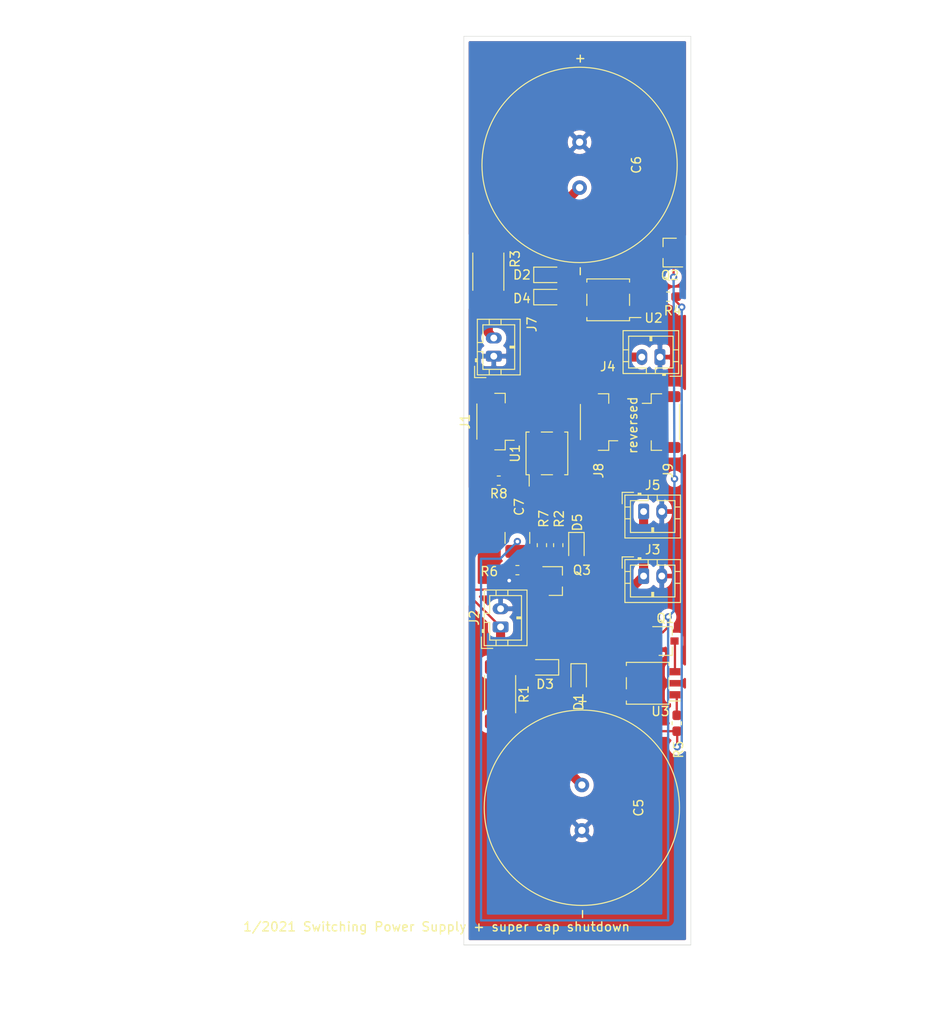
<source format=kicad_pcb>
(kicad_pcb (version 20171130) (host pcbnew "(5.1.5-0)")

  (general
    (thickness 1.6)
    (drawings 11)
    (tracks 110)
    (zones 0)
    (modules 30)
    (nets 24)
  )

  (page A4)
  (layers
    (0 F.Cu signal)
    (31 B.Cu signal)
    (32 B.Adhes user)
    (33 F.Adhes user)
    (34 B.Paste user)
    (35 F.Paste user)
    (36 B.SilkS user)
    (37 F.SilkS user)
    (38 B.Mask user)
    (39 F.Mask user)
    (40 Dwgs.User user)
    (41 Cmts.User user)
    (42 Eco1.User user)
    (43 Eco2.User user)
    (44 Edge.Cuts user)
    (45 Margin user)
    (46 B.CrtYd user)
    (47 F.CrtYd user)
    (48 B.Fab user)
    (49 F.Fab user hide)
  )

  (setup
    (last_trace_width 1)
    (user_trace_width 1)
    (trace_clearance 0.2)
    (zone_clearance 0.508)
    (zone_45_only no)
    (trace_min 0.2)
    (via_size 0.8)
    (via_drill 0.4)
    (via_min_size 0.4)
    (via_min_drill 0.3)
    (uvia_size 0.3)
    (uvia_drill 0.1)
    (uvias_allowed no)
    (uvia_min_size 0.2)
    (uvia_min_drill 0.1)
    (edge_width 0.05)
    (segment_width 0.2)
    (pcb_text_width 0.3)
    (pcb_text_size 1.5 1.5)
    (mod_edge_width 0.12)
    (mod_text_size 1 1)
    (mod_text_width 0.15)
    (pad_size 1.524 1.524)
    (pad_drill 0.762)
    (pad_to_mask_clearance 0.051)
    (solder_mask_min_width 0.25)
    (aux_axis_origin 0 0)
    (grid_origin 87 113)
    (visible_elements FFFFFF7F)
    (pcbplotparams
      (layerselection 0x010fc_ffffffff)
      (usegerberextensions true)
      (usegerberattributes false)
      (usegerberadvancedattributes false)
      (creategerberjobfile false)
      (excludeedgelayer true)
      (linewidth 0.100000)
      (plotframeref false)
      (viasonmask false)
      (mode 1)
      (useauxorigin false)
      (hpglpennumber 1)
      (hpglpenspeed 20)
      (hpglpendiameter 15.000000)
      (psnegative false)
      (psa4output false)
      (plotreference true)
      (plotvalue true)
      (plotinvisibletext false)
      (padsonsilk false)
      (subtractmaskfromsilk false)
      (outputformat 1)
      (mirror false)
      (drillshape 0)
      (scaleselection 1)
      (outputdirectory "gerbers/"))
  )

  (net 0 "")
  (net 1 GND)
  (net 2 /Vin)
  (net 3 "Net-(C5-Pad1)")
  (net 4 "Net-(C6-Pad2)")
  (net 5 /5V)
  (net 6 /-5V)
  (net 7 /-Vin)
  (net 8 /Vout)
  (net 9 /-Vout)
  (net 10 "Net-(C7-Pad2)")
  (net 11 "Net-(J1-Pad3)")
  (net 12 "Net-(Q2-Pad3)")
  (net 13 "Net-(R4-Pad2)")
  (net 14 "Net-(Q1-Pad3)")
  (net 15 "Net-(R5-Pad2)")
  (net 16 "Net-(D5-Pad2)")
  (net 17 "Net-(D5-Pad1)")
  (net 18 "Net-(Q3-Pad1)")
  (net 19 "Net-(J1-Pad4)")
  (net 20 "Net-(J1-Pad2)")
  (net 21 "Net-(J1-Pad1)")
  (net 22 "Net-(J8-Pad2)")
  (net 23 "Net-(R8-Pad1)")

  (net_class Default "This is the default net class."
    (clearance 0.2)
    (trace_width 0.25)
    (via_dia 0.8)
    (via_drill 0.4)
    (uvia_dia 0.3)
    (uvia_drill 0.1)
    (add_net /-5V)
    (add_net /-Vin)
    (add_net /-Vout)
    (add_net /5V)
    (add_net /Vin)
    (add_net /Vout)
    (add_net GND)
    (add_net "Net-(C5-Pad1)")
    (add_net "Net-(C6-Pad2)")
    (add_net "Net-(C7-Pad2)")
    (add_net "Net-(D5-Pad1)")
    (add_net "Net-(D5-Pad2)")
    (add_net "Net-(J1-Pad1)")
    (add_net "Net-(J1-Pad2)")
    (add_net "Net-(J1-Pad3)")
    (add_net "Net-(J1-Pad4)")
    (add_net "Net-(J8-Pad2)")
    (add_net "Net-(Q1-Pad3)")
    (add_net "Net-(Q2-Pad3)")
    (add_net "Net-(Q3-Pad1)")
    (add_net "Net-(R4-Pad2)")
    (add_net "Net-(R5-Pad2)")
    (add_net "Net-(R8-Pad1)")
  )

  (module Package_SO:SO-4_4.4x4.3mm_P2.54mm (layer F.Cu) (tedit 5A02F2D3) (tstamp 600A334D)
    (at 129.15 95.9 90)
    (descr "4-Lead Plastic Small Outline (SO), see https://docs.broadcom.com/docs/AV02-0173EN")
    (tags "SO SOIC 2.54")
    (path /600BAE59)
    (attr smd)
    (fp_text reference U1 (at 0 -3.5 90) (layer F.SilkS)
      (effects (font (size 1 1) (thickness 0.15)))
    )
    (fp_text value AQY212GSZ (at 0 3.5 90) (layer F.Fab)
      (effects (font (size 1 1) (thickness 0.15)))
    )
    (fp_line (start 2.35 0.62) (end 2.35 -0.62) (layer F.SilkS) (width 0.12))
    (fp_line (start -2.35 0.62) (end -2.35 -0.62) (layer F.SilkS) (width 0.12))
    (fp_line (start -2.2 -1.15) (end -1.2 -2.15) (layer F.Fab) (width 0.1))
    (fp_line (start -2.2 2.15) (end -2.2 -1.15) (layer F.Fab) (width 0.1))
    (fp_line (start 2.2 2.15) (end 2.2 -2.15) (layer F.Fab) (width 0.1))
    (fp_line (start -2.2 2.15) (end 2.2 2.15) (layer F.Fab) (width 0.1))
    (fp_line (start 3.85 -2.4) (end 3.85 2.4) (layer F.CrtYd) (width 0.05))
    (fp_line (start 3.85 2.4) (end -3.85 2.4) (layer F.CrtYd) (width 0.05))
    (fp_line (start -3.85 2.4) (end -3.85 -2.4) (layer F.CrtYd) (width 0.05))
    (fp_line (start -3.85 -2.4) (end 3.85 -2.4) (layer F.CrtYd) (width 0.05))
    (fp_line (start -2.35 -1.95) (end -2.35 -2.3) (layer F.SilkS) (width 0.12))
    (fp_line (start -2.35 -2.3) (end 2.35 -2.3) (layer F.SilkS) (width 0.12))
    (fp_line (start 2.35 -2.3) (end 2.35 -1.95) (layer F.SilkS) (width 0.12))
    (fp_line (start -2.35 -1.95) (end -3.6 -1.95) (layer F.SilkS) (width 0.12))
    (fp_line (start -2.35 1.95) (end -2.35 2.3) (layer F.SilkS) (width 0.12))
    (fp_line (start -2.35 2.3) (end 2.35 2.3) (layer F.SilkS) (width 0.12))
    (fp_line (start 2.35 2.3) (end 2.35 1.95) (layer F.SilkS) (width 0.12))
    (fp_text user %R (at 0 0 90) (layer F.Fab)
      (effects (font (size 1 1) (thickness 0.15)))
    )
    (fp_line (start -1.2 -2.15) (end 2.2 -2.15) (layer F.Fab) (width 0.1))
    (pad 3 smd rect (at 3 1.27) (size 0.8 1.2) (layers F.Cu F.Paste F.Mask)
      (net 22 "Net-(J8-Pad2)"))
    (pad 2 smd rect (at -3 1.27) (size 0.8 1.2) (layers F.Cu F.Paste F.Mask)
      (net 1 GND))
    (pad 1 smd rect (at -3 -1.27) (size 0.8 1.2) (layers F.Cu F.Paste F.Mask)
      (net 23 "Net-(R8-Pad1)"))
    (pad 4 smd rect (at 3 -1.27) (size 0.8 1.2) (layers F.Cu F.Paste F.Mask)
      (net 20 "Net-(J1-Pad2)"))
    (model ${KISYS3DMOD}/Package_SO.3dshapes/SO-4_4.4x4.3mm_P2.54mm.wrl
      (at (xyz 0 0 0))
      (scale (xyz 1 1 1))
      (rotate (xyz 0 0 0))
    )
  )

  (module Resistor_SMD:R_0603_1608Metric_Pad1.05x0.95mm_HandSolder (layer F.Cu) (tedit 5B301BBD) (tstamp 600A3332)
    (at 123.85 98.9 180)
    (descr "Resistor SMD 0603 (1608 Metric), square (rectangular) end terminal, IPC_7351 nominal with elongated pad for handsoldering. (Body size source: http://www.tortai-tech.com/upload/download/2011102023233369053.pdf), generated with kicad-footprint-generator")
    (tags "resistor handsolder")
    (path /600C2C49)
    (attr smd)
    (fp_text reference R8 (at 0 -1.43) (layer F.SilkS)
      (effects (font (size 1 1) (thickness 0.15)))
    )
    (fp_text value 750 (at 0 1.43) (layer F.Fab)
      (effects (font (size 1 1) (thickness 0.15)))
    )
    (fp_text user %R (at 0 0) (layer F.Fab)
      (effects (font (size 0.4 0.4) (thickness 0.06)))
    )
    (fp_line (start 1.65 0.73) (end -1.65 0.73) (layer F.CrtYd) (width 0.05))
    (fp_line (start 1.65 -0.73) (end 1.65 0.73) (layer F.CrtYd) (width 0.05))
    (fp_line (start -1.65 -0.73) (end 1.65 -0.73) (layer F.CrtYd) (width 0.05))
    (fp_line (start -1.65 0.73) (end -1.65 -0.73) (layer F.CrtYd) (width 0.05))
    (fp_line (start -0.171267 0.51) (end 0.171267 0.51) (layer F.SilkS) (width 0.12))
    (fp_line (start -0.171267 -0.51) (end 0.171267 -0.51) (layer F.SilkS) (width 0.12))
    (fp_line (start 0.8 0.4) (end -0.8 0.4) (layer F.Fab) (width 0.1))
    (fp_line (start 0.8 -0.4) (end 0.8 0.4) (layer F.Fab) (width 0.1))
    (fp_line (start -0.8 -0.4) (end 0.8 -0.4) (layer F.Fab) (width 0.1))
    (fp_line (start -0.8 0.4) (end -0.8 -0.4) (layer F.Fab) (width 0.1))
    (pad 2 smd roundrect (at 0.875 0 180) (size 1.05 0.95) (layers F.Cu F.Paste F.Mask) (roundrect_rratio 0.25)
      (net 5 /5V))
    (pad 1 smd roundrect (at -0.875 0 180) (size 1.05 0.95) (layers F.Cu F.Paste F.Mask) (roundrect_rratio 0.25)
      (net 23 "Net-(R8-Pad1)"))
    (model ${KISYS3DMOD}/Resistor_SMD.3dshapes/R_0603_1608Metric.wrl
      (at (xyz 0 0 0))
      (scale (xyz 1 1 1))
      (rotate (xyz 0 0 0))
    )
  )

  (module Connector_JST:JST_SH_BM04B-SRSS-TB_1x04-1MP_P1.00mm_Vertical (layer F.Cu) (tedit 5B78AD87) (tstamp 600A31C9)
    (at 141.75 92.45 270)
    (descr "JST SH series connector, BM04B-SRSS-TB (http://www.jst-mfg.com/product/pdf/eng/eSH.pdf), generated with kicad-footprint-generator")
    (tags "connector JST SH side entry")
    (path /600B6482)
    (attr smd)
    (fp_text reference J9 (at 5.35 -0.75 90) (layer F.SilkS)
      (effects (font (size 1 1) (thickness 0.15)))
    )
    (fp_text value JST_SH_Conn_01x04_i2c (at 0 3.3 90) (layer F.Fab)
      (effects (font (size 1 1) (thickness 0.15)))
    )
    (fp_text user %R (at 0 -0.25 90) (layer F.Fab)
      (effects (font (size 1 1) (thickness 0.15)))
    )
    (fp_line (start -1.5 0.292893) (end -1 1) (layer F.Fab) (width 0.1))
    (fp_line (start -2 1) (end -1.5 0.292893) (layer F.Fab) (width 0.1))
    (fp_line (start 3.9 -2.6) (end -3.9 -2.6) (layer F.CrtYd) (width 0.05))
    (fp_line (start 3.9 2.6) (end 3.9 -2.6) (layer F.CrtYd) (width 0.05))
    (fp_line (start -3.9 2.6) (end 3.9 2.6) (layer F.CrtYd) (width 0.05))
    (fp_line (start -3.9 -2.6) (end -3.9 2.6) (layer F.CrtYd) (width 0.05))
    (fp_line (start 1.65 -1.55) (end 1.35 -1.55) (layer F.Fab) (width 0.1))
    (fp_line (start 1.65 -0.95) (end 1.65 -1.55) (layer F.Fab) (width 0.1))
    (fp_line (start 1.35 -0.95) (end 1.65 -0.95) (layer F.Fab) (width 0.1))
    (fp_line (start 1.35 -1.55) (end 1.35 -0.95) (layer F.Fab) (width 0.1))
    (fp_line (start 0.65 -1.55) (end 0.35 -1.55) (layer F.Fab) (width 0.1))
    (fp_line (start 0.65 -0.95) (end 0.65 -1.55) (layer F.Fab) (width 0.1))
    (fp_line (start 0.35 -0.95) (end 0.65 -0.95) (layer F.Fab) (width 0.1))
    (fp_line (start 0.35 -1.55) (end 0.35 -0.95) (layer F.Fab) (width 0.1))
    (fp_line (start -0.35 -1.55) (end -0.65 -1.55) (layer F.Fab) (width 0.1))
    (fp_line (start -0.35 -0.95) (end -0.35 -1.55) (layer F.Fab) (width 0.1))
    (fp_line (start -0.65 -0.95) (end -0.35 -0.95) (layer F.Fab) (width 0.1))
    (fp_line (start -0.65 -1.55) (end -0.65 -0.95) (layer F.Fab) (width 0.1))
    (fp_line (start -1.35 -1.55) (end -1.65 -1.55) (layer F.Fab) (width 0.1))
    (fp_line (start -1.35 -0.95) (end -1.35 -1.55) (layer F.Fab) (width 0.1))
    (fp_line (start -1.65 -0.95) (end -1.35 -0.95) (layer F.Fab) (width 0.1))
    (fp_line (start -1.65 -1.55) (end -1.65 -0.95) (layer F.Fab) (width 0.1))
    (fp_line (start 3 1) (end 3 -1.9) (layer F.Fab) (width 0.1))
    (fp_line (start -3 1) (end -3 -1.9) (layer F.Fab) (width 0.1))
    (fp_line (start -3 -1.9) (end 3 -1.9) (layer F.Fab) (width 0.1))
    (fp_line (start -1.94 -2.01) (end 1.94 -2.01) (layer F.SilkS) (width 0.12))
    (fp_line (start 3.11 1.11) (end 2.06 1.11) (layer F.SilkS) (width 0.12))
    (fp_line (start 3.11 -0.04) (end 3.11 1.11) (layer F.SilkS) (width 0.12))
    (fp_line (start -2.06 1.11) (end -2.06 2.1) (layer F.SilkS) (width 0.12))
    (fp_line (start -3.11 1.11) (end -2.06 1.11) (layer F.SilkS) (width 0.12))
    (fp_line (start -3.11 -0.04) (end -3.11 1.11) (layer F.SilkS) (width 0.12))
    (fp_line (start -3 1) (end 3 1) (layer F.Fab) (width 0.1))
    (pad MP smd roundrect (at 2.8 -1.2 270) (size 1.2 1.8) (layers F.Cu F.Paste F.Mask) (roundrect_rratio 0.208333))
    (pad MP smd roundrect (at -2.8 -1.2 270) (size 1.2 1.8) (layers F.Cu F.Paste F.Mask) (roundrect_rratio 0.208333))
    (pad 4 smd roundrect (at 1.5 1.325 270) (size 0.6 1.55) (layers F.Cu F.Paste F.Mask) (roundrect_rratio 0.25)
      (net 21 "Net-(J1-Pad1)"))
    (pad 3 smd roundrect (at 0.5 1.325 270) (size 0.6 1.55) (layers F.Cu F.Paste F.Mask) (roundrect_rratio 0.25)
      (net 22 "Net-(J8-Pad2)"))
    (pad 2 smd roundrect (at -0.5 1.325 270) (size 0.6 1.55) (layers F.Cu F.Paste F.Mask) (roundrect_rratio 0.25)
      (net 11 "Net-(J1-Pad3)"))
    (pad 1 smd roundrect (at -1.5 1.325 270) (size 0.6 1.55) (layers F.Cu F.Paste F.Mask) (roundrect_rratio 0.25)
      (net 19 "Net-(J1-Pad4)"))
    (model ${KISYS3DMOD}/Connector_JST.3dshapes/JST_SH_BM04B-SRSS-TB_1x04-1MP_P1.00mm_Vertical.wrl
      (at (xyz 0 0 0))
      (scale (xyz 1 1 1))
      (rotate (xyz 0 0 0))
    )
  )

  (module Connector_JST:JST_SH_BM04B-SRSS-TB_1x04-1MP_P1.00mm_Vertical (layer F.Cu) (tedit 5B78AD87) (tstamp 600A319E)
    (at 134.85 92.45 90)
    (descr "JST SH series connector, BM04B-SRSS-TB (http://www.jst-mfg.com/product/pdf/eng/eSH.pdf), generated with kicad-footprint-generator")
    (tags "connector JST SH side entry")
    (path /600B078B)
    (attr smd)
    (fp_text reference J8 (at -5.35 0 90) (layer F.SilkS)
      (effects (font (size 1 1) (thickness 0.15)))
    )
    (fp_text value JST_SH_Conn_01x04_i2c (at 0 3.3 90) (layer F.Fab)
      (effects (font (size 1 1) (thickness 0.15)))
    )
    (fp_text user %R (at 0 -0.25 90) (layer F.Fab)
      (effects (font (size 1 1) (thickness 0.15)))
    )
    (fp_line (start -1.5 0.292893) (end -1 1) (layer F.Fab) (width 0.1))
    (fp_line (start -2 1) (end -1.5 0.292893) (layer F.Fab) (width 0.1))
    (fp_line (start 3.9 -2.6) (end -3.9 -2.6) (layer F.CrtYd) (width 0.05))
    (fp_line (start 3.9 2.6) (end 3.9 -2.6) (layer F.CrtYd) (width 0.05))
    (fp_line (start -3.9 2.6) (end 3.9 2.6) (layer F.CrtYd) (width 0.05))
    (fp_line (start -3.9 -2.6) (end -3.9 2.6) (layer F.CrtYd) (width 0.05))
    (fp_line (start 1.65 -1.55) (end 1.35 -1.55) (layer F.Fab) (width 0.1))
    (fp_line (start 1.65 -0.95) (end 1.65 -1.55) (layer F.Fab) (width 0.1))
    (fp_line (start 1.35 -0.95) (end 1.65 -0.95) (layer F.Fab) (width 0.1))
    (fp_line (start 1.35 -1.55) (end 1.35 -0.95) (layer F.Fab) (width 0.1))
    (fp_line (start 0.65 -1.55) (end 0.35 -1.55) (layer F.Fab) (width 0.1))
    (fp_line (start 0.65 -0.95) (end 0.65 -1.55) (layer F.Fab) (width 0.1))
    (fp_line (start 0.35 -0.95) (end 0.65 -0.95) (layer F.Fab) (width 0.1))
    (fp_line (start 0.35 -1.55) (end 0.35 -0.95) (layer F.Fab) (width 0.1))
    (fp_line (start -0.35 -1.55) (end -0.65 -1.55) (layer F.Fab) (width 0.1))
    (fp_line (start -0.35 -0.95) (end -0.35 -1.55) (layer F.Fab) (width 0.1))
    (fp_line (start -0.65 -0.95) (end -0.35 -0.95) (layer F.Fab) (width 0.1))
    (fp_line (start -0.65 -1.55) (end -0.65 -0.95) (layer F.Fab) (width 0.1))
    (fp_line (start -1.35 -1.55) (end -1.65 -1.55) (layer F.Fab) (width 0.1))
    (fp_line (start -1.35 -0.95) (end -1.35 -1.55) (layer F.Fab) (width 0.1))
    (fp_line (start -1.65 -0.95) (end -1.35 -0.95) (layer F.Fab) (width 0.1))
    (fp_line (start -1.65 -1.55) (end -1.65 -0.95) (layer F.Fab) (width 0.1))
    (fp_line (start 3 1) (end 3 -1.9) (layer F.Fab) (width 0.1))
    (fp_line (start -3 1) (end -3 -1.9) (layer F.Fab) (width 0.1))
    (fp_line (start -3 -1.9) (end 3 -1.9) (layer F.Fab) (width 0.1))
    (fp_line (start -1.94 -2.01) (end 1.94 -2.01) (layer F.SilkS) (width 0.12))
    (fp_line (start 3.11 1.11) (end 2.06 1.11) (layer F.SilkS) (width 0.12))
    (fp_line (start 3.11 -0.04) (end 3.11 1.11) (layer F.SilkS) (width 0.12))
    (fp_line (start -2.06 1.11) (end -2.06 2.1) (layer F.SilkS) (width 0.12))
    (fp_line (start -3.11 1.11) (end -2.06 1.11) (layer F.SilkS) (width 0.12))
    (fp_line (start -3.11 -0.04) (end -3.11 1.11) (layer F.SilkS) (width 0.12))
    (fp_line (start -3 1) (end 3 1) (layer F.Fab) (width 0.1))
    (pad MP smd roundrect (at 2.8 -1.2 90) (size 1.2 1.8) (layers F.Cu F.Paste F.Mask) (roundrect_rratio 0.208333))
    (pad MP smd roundrect (at -2.8 -1.2 90) (size 1.2 1.8) (layers F.Cu F.Paste F.Mask) (roundrect_rratio 0.208333))
    (pad 4 smd roundrect (at 1.5 1.325 90) (size 0.6 1.55) (layers F.Cu F.Paste F.Mask) (roundrect_rratio 0.25)
      (net 19 "Net-(J1-Pad4)"))
    (pad 3 smd roundrect (at 0.5 1.325 90) (size 0.6 1.55) (layers F.Cu F.Paste F.Mask) (roundrect_rratio 0.25)
      (net 11 "Net-(J1-Pad3)"))
    (pad 2 smd roundrect (at -0.5 1.325 90) (size 0.6 1.55) (layers F.Cu F.Paste F.Mask) (roundrect_rratio 0.25)
      (net 22 "Net-(J8-Pad2)"))
    (pad 1 smd roundrect (at -1.5 1.325 90) (size 0.6 1.55) (layers F.Cu F.Paste F.Mask) (roundrect_rratio 0.25)
      (net 21 "Net-(J1-Pad1)"))
    (model ${KISYS3DMOD}/Connector_JST.3dshapes/JST_SH_BM04B-SRSS-TB_1x04-1MP_P1.00mm_Vertical.wrl
      (at (xyz 0 0 0))
      (scale (xyz 1 1 1))
      (rotate (xyz 0 0 0))
    )
  )

  (module Connector_JST:JST_PH_B2B-PH-K_1x02_P2.00mm_Vertical (layer F.Cu) (tedit 5B7745C2) (tstamp 600A45F7)
    (at 123.3 85.2 90)
    (descr "JST PH series connector, B2B-PH-K (http://www.jst-mfg.com/product/pdf/eng/ePH.pdf), generated with kicad-footprint-generator")
    (tags "connector JST PH side entry")
    (path /600AC1E8)
    (fp_text reference J7 (at 3.5 4.2 90) (layer F.SilkS)
      (effects (font (size 1 1) (thickness 0.15)))
    )
    (fp_text value Conn_01x02 (at 1 4 90) (layer F.Fab)
      (effects (font (size 1 1) (thickness 0.15)))
    )
    (fp_text user %R (at 1 1.5 90) (layer F.Fab)
      (effects (font (size 1 1) (thickness 0.15)))
    )
    (fp_line (start 4.45 -2.2) (end -2.45 -2.2) (layer F.CrtYd) (width 0.05))
    (fp_line (start 4.45 3.3) (end 4.45 -2.2) (layer F.CrtYd) (width 0.05))
    (fp_line (start -2.45 3.3) (end 4.45 3.3) (layer F.CrtYd) (width 0.05))
    (fp_line (start -2.45 -2.2) (end -2.45 3.3) (layer F.CrtYd) (width 0.05))
    (fp_line (start 3.95 -1.7) (end -1.95 -1.7) (layer F.Fab) (width 0.1))
    (fp_line (start 3.95 2.8) (end 3.95 -1.7) (layer F.Fab) (width 0.1))
    (fp_line (start -1.95 2.8) (end 3.95 2.8) (layer F.Fab) (width 0.1))
    (fp_line (start -1.95 -1.7) (end -1.95 2.8) (layer F.Fab) (width 0.1))
    (fp_line (start -2.36 -2.11) (end -2.36 -0.86) (layer F.Fab) (width 0.1))
    (fp_line (start -1.11 -2.11) (end -2.36 -2.11) (layer F.Fab) (width 0.1))
    (fp_line (start -2.36 -2.11) (end -2.36 -0.86) (layer F.SilkS) (width 0.12))
    (fp_line (start -1.11 -2.11) (end -2.36 -2.11) (layer F.SilkS) (width 0.12))
    (fp_line (start 1 2.3) (end 1 1.8) (layer F.SilkS) (width 0.12))
    (fp_line (start 1.1 1.8) (end 1.1 2.3) (layer F.SilkS) (width 0.12))
    (fp_line (start 0.9 1.8) (end 1.1 1.8) (layer F.SilkS) (width 0.12))
    (fp_line (start 0.9 2.3) (end 0.9 1.8) (layer F.SilkS) (width 0.12))
    (fp_line (start 4.06 0.8) (end 3.45 0.8) (layer F.SilkS) (width 0.12))
    (fp_line (start 4.06 -0.5) (end 3.45 -0.5) (layer F.SilkS) (width 0.12))
    (fp_line (start -2.06 0.8) (end -1.45 0.8) (layer F.SilkS) (width 0.12))
    (fp_line (start -2.06 -0.5) (end -1.45 -0.5) (layer F.SilkS) (width 0.12))
    (fp_line (start 1.5 -1.2) (end 1.5 -1.81) (layer F.SilkS) (width 0.12))
    (fp_line (start 3.45 -1.2) (end 1.5 -1.2) (layer F.SilkS) (width 0.12))
    (fp_line (start 3.45 2.3) (end 3.45 -1.2) (layer F.SilkS) (width 0.12))
    (fp_line (start -1.45 2.3) (end 3.45 2.3) (layer F.SilkS) (width 0.12))
    (fp_line (start -1.45 -1.2) (end -1.45 2.3) (layer F.SilkS) (width 0.12))
    (fp_line (start 0.5 -1.2) (end -1.45 -1.2) (layer F.SilkS) (width 0.12))
    (fp_line (start 0.5 -1.81) (end 0.5 -1.2) (layer F.SilkS) (width 0.12))
    (fp_line (start -0.3 -1.91) (end -0.6 -1.91) (layer F.SilkS) (width 0.12))
    (fp_line (start -0.6 -2.01) (end -0.6 -1.81) (layer F.SilkS) (width 0.12))
    (fp_line (start -0.3 -2.01) (end -0.6 -2.01) (layer F.SilkS) (width 0.12))
    (fp_line (start -0.3 -1.81) (end -0.3 -2.01) (layer F.SilkS) (width 0.12))
    (fp_line (start 4.06 -1.81) (end -2.06 -1.81) (layer F.SilkS) (width 0.12))
    (fp_line (start 4.06 2.91) (end 4.06 -1.81) (layer F.SilkS) (width 0.12))
    (fp_line (start -2.06 2.91) (end 4.06 2.91) (layer F.SilkS) (width 0.12))
    (fp_line (start -2.06 -1.81) (end -2.06 2.91) (layer F.SilkS) (width 0.12))
    (pad 2 thru_hole oval (at 2 0 90) (size 1.2 1.75) (drill 0.75) (layers *.Cu *.Mask)
      (net 6 /-5V))
    (pad 1 thru_hole roundrect (at 0 0 90) (size 1.2 1.75) (drill 0.75) (layers *.Cu *.Mask) (roundrect_rratio 0.208333)
      (net 1 GND))
    (model ${KISYS3DMOD}/Connector_JST.3dshapes/JST_PH_B2B-PH-K_1x02_P2.00mm_Vertical.wrl
      (at (xyz 0 0 0))
      (scale (xyz 1 1 1))
      (rotate (xyz 0 0 0))
    )
  )

  (module Connector_JST:JST_PH_B2B-PH-K_1x02_P2.00mm_Vertical (layer F.Cu) (tedit 5B7745C2) (tstamp 600A3001)
    (at 124.05 115 90)
    (descr "JST PH series connector, B2B-PH-K (http://www.jst-mfg.com/product/pdf/eng/ePH.pdf), generated with kicad-footprint-generator")
    (tags "connector JST PH side entry")
    (path /600AB363)
    (fp_text reference J2 (at 1 -2.9 90) (layer F.SilkS)
      (effects (font (size 1 1) (thickness 0.15)))
    )
    (fp_text value Conn_01x02 (at 1 4 90) (layer F.Fab)
      (effects (font (size 1 1) (thickness 0.15)))
    )
    (fp_text user %R (at 1 1.5 90) (layer F.Fab)
      (effects (font (size 1 1) (thickness 0.15)))
    )
    (fp_line (start 4.45 -2.2) (end -2.45 -2.2) (layer F.CrtYd) (width 0.05))
    (fp_line (start 4.45 3.3) (end 4.45 -2.2) (layer F.CrtYd) (width 0.05))
    (fp_line (start -2.45 3.3) (end 4.45 3.3) (layer F.CrtYd) (width 0.05))
    (fp_line (start -2.45 -2.2) (end -2.45 3.3) (layer F.CrtYd) (width 0.05))
    (fp_line (start 3.95 -1.7) (end -1.95 -1.7) (layer F.Fab) (width 0.1))
    (fp_line (start 3.95 2.8) (end 3.95 -1.7) (layer F.Fab) (width 0.1))
    (fp_line (start -1.95 2.8) (end 3.95 2.8) (layer F.Fab) (width 0.1))
    (fp_line (start -1.95 -1.7) (end -1.95 2.8) (layer F.Fab) (width 0.1))
    (fp_line (start -2.36 -2.11) (end -2.36 -0.86) (layer F.Fab) (width 0.1))
    (fp_line (start -1.11 -2.11) (end -2.36 -2.11) (layer F.Fab) (width 0.1))
    (fp_line (start -2.36 -2.11) (end -2.36 -0.86) (layer F.SilkS) (width 0.12))
    (fp_line (start -1.11 -2.11) (end -2.36 -2.11) (layer F.SilkS) (width 0.12))
    (fp_line (start 1 2.3) (end 1 1.8) (layer F.SilkS) (width 0.12))
    (fp_line (start 1.1 1.8) (end 1.1 2.3) (layer F.SilkS) (width 0.12))
    (fp_line (start 0.9 1.8) (end 1.1 1.8) (layer F.SilkS) (width 0.12))
    (fp_line (start 0.9 2.3) (end 0.9 1.8) (layer F.SilkS) (width 0.12))
    (fp_line (start 4.06 0.8) (end 3.45 0.8) (layer F.SilkS) (width 0.12))
    (fp_line (start 4.06 -0.5) (end 3.45 -0.5) (layer F.SilkS) (width 0.12))
    (fp_line (start -2.06 0.8) (end -1.45 0.8) (layer F.SilkS) (width 0.12))
    (fp_line (start -2.06 -0.5) (end -1.45 -0.5) (layer F.SilkS) (width 0.12))
    (fp_line (start 1.5 -1.2) (end 1.5 -1.81) (layer F.SilkS) (width 0.12))
    (fp_line (start 3.45 -1.2) (end 1.5 -1.2) (layer F.SilkS) (width 0.12))
    (fp_line (start 3.45 2.3) (end 3.45 -1.2) (layer F.SilkS) (width 0.12))
    (fp_line (start -1.45 2.3) (end 3.45 2.3) (layer F.SilkS) (width 0.12))
    (fp_line (start -1.45 -1.2) (end -1.45 2.3) (layer F.SilkS) (width 0.12))
    (fp_line (start 0.5 -1.2) (end -1.45 -1.2) (layer F.SilkS) (width 0.12))
    (fp_line (start 0.5 -1.81) (end 0.5 -1.2) (layer F.SilkS) (width 0.12))
    (fp_line (start -0.3 -1.91) (end -0.6 -1.91) (layer F.SilkS) (width 0.12))
    (fp_line (start -0.6 -2.01) (end -0.6 -1.81) (layer F.SilkS) (width 0.12))
    (fp_line (start -0.3 -2.01) (end -0.6 -2.01) (layer F.SilkS) (width 0.12))
    (fp_line (start -0.3 -1.81) (end -0.3 -2.01) (layer F.SilkS) (width 0.12))
    (fp_line (start 4.06 -1.81) (end -2.06 -1.81) (layer F.SilkS) (width 0.12))
    (fp_line (start 4.06 2.91) (end 4.06 -1.81) (layer F.SilkS) (width 0.12))
    (fp_line (start -2.06 2.91) (end 4.06 2.91) (layer F.SilkS) (width 0.12))
    (fp_line (start -2.06 -1.81) (end -2.06 2.91) (layer F.SilkS) (width 0.12))
    (pad 2 thru_hole oval (at 2 0 90) (size 1.2 1.75) (drill 0.75) (layers *.Cu *.Mask)
      (net 1 GND))
    (pad 1 thru_hole roundrect (at 0 0 90) (size 1.2 1.75) (drill 0.75) (layers *.Cu *.Mask) (roundrect_rratio 0.208333)
      (net 5 /5V))
    (model ${KISYS3DMOD}/Connector_JST.3dshapes/JST_PH_B2B-PH-K_1x02_P2.00mm_Vertical.wrl
      (at (xyz 0 0 0))
      (scale (xyz 1 1 1))
      (rotate (xyz 0 0 0))
    )
  )

  (module Connector_JST:JST_SH_BM04B-SRSS-TB_1x04-1MP_P1.00mm_Vertical (layer F.Cu) (tedit 5B78AD87) (tstamp 600A2FD7)
    (at 123.45 92.4 90)
    (descr "JST SH series connector, BM04B-SRSS-TB (http://www.jst-mfg.com/product/pdf/eng/eSH.pdf), generated with kicad-footprint-generator")
    (tags "connector JST SH side entry")
    (path /600AE0BB)
    (attr smd)
    (fp_text reference J1 (at 0 -3.3 90) (layer F.SilkS)
      (effects (font (size 1 1) (thickness 0.15)))
    )
    (fp_text value JST_SH_Conn_01x04_i2c (at 0 3.3 90) (layer F.Fab)
      (effects (font (size 1 1) (thickness 0.15)))
    )
    (fp_text user %R (at 0 -0.25 90) (layer F.Fab)
      (effects (font (size 1 1) (thickness 0.15)))
    )
    (fp_line (start -1.5 0.292893) (end -1 1) (layer F.Fab) (width 0.1))
    (fp_line (start -2 1) (end -1.5 0.292893) (layer F.Fab) (width 0.1))
    (fp_line (start 3.9 -2.6) (end -3.9 -2.6) (layer F.CrtYd) (width 0.05))
    (fp_line (start 3.9 2.6) (end 3.9 -2.6) (layer F.CrtYd) (width 0.05))
    (fp_line (start -3.9 2.6) (end 3.9 2.6) (layer F.CrtYd) (width 0.05))
    (fp_line (start -3.9 -2.6) (end -3.9 2.6) (layer F.CrtYd) (width 0.05))
    (fp_line (start 1.65 -1.55) (end 1.35 -1.55) (layer F.Fab) (width 0.1))
    (fp_line (start 1.65 -0.95) (end 1.65 -1.55) (layer F.Fab) (width 0.1))
    (fp_line (start 1.35 -0.95) (end 1.65 -0.95) (layer F.Fab) (width 0.1))
    (fp_line (start 1.35 -1.55) (end 1.35 -0.95) (layer F.Fab) (width 0.1))
    (fp_line (start 0.65 -1.55) (end 0.35 -1.55) (layer F.Fab) (width 0.1))
    (fp_line (start 0.65 -0.95) (end 0.65 -1.55) (layer F.Fab) (width 0.1))
    (fp_line (start 0.35 -0.95) (end 0.65 -0.95) (layer F.Fab) (width 0.1))
    (fp_line (start 0.35 -1.55) (end 0.35 -0.95) (layer F.Fab) (width 0.1))
    (fp_line (start -0.35 -1.55) (end -0.65 -1.55) (layer F.Fab) (width 0.1))
    (fp_line (start -0.35 -0.95) (end -0.35 -1.55) (layer F.Fab) (width 0.1))
    (fp_line (start -0.65 -0.95) (end -0.35 -0.95) (layer F.Fab) (width 0.1))
    (fp_line (start -0.65 -1.55) (end -0.65 -0.95) (layer F.Fab) (width 0.1))
    (fp_line (start -1.35 -1.55) (end -1.65 -1.55) (layer F.Fab) (width 0.1))
    (fp_line (start -1.35 -0.95) (end -1.35 -1.55) (layer F.Fab) (width 0.1))
    (fp_line (start -1.65 -0.95) (end -1.35 -0.95) (layer F.Fab) (width 0.1))
    (fp_line (start -1.65 -1.55) (end -1.65 -0.95) (layer F.Fab) (width 0.1))
    (fp_line (start 3 1) (end 3 -1.9) (layer F.Fab) (width 0.1))
    (fp_line (start -3 1) (end -3 -1.9) (layer F.Fab) (width 0.1))
    (fp_line (start -3 -1.9) (end 3 -1.9) (layer F.Fab) (width 0.1))
    (fp_line (start -1.94 -2.01) (end 1.94 -2.01) (layer F.SilkS) (width 0.12))
    (fp_line (start 3.11 1.11) (end 2.06 1.11) (layer F.SilkS) (width 0.12))
    (fp_line (start 3.11 -0.04) (end 3.11 1.11) (layer F.SilkS) (width 0.12))
    (fp_line (start -2.06 1.11) (end -2.06 2.1) (layer F.SilkS) (width 0.12))
    (fp_line (start -3.11 1.11) (end -2.06 1.11) (layer F.SilkS) (width 0.12))
    (fp_line (start -3.11 -0.04) (end -3.11 1.11) (layer F.SilkS) (width 0.12))
    (fp_line (start -3 1) (end 3 1) (layer F.Fab) (width 0.1))
    (pad MP smd roundrect (at 2.8 -1.2 90) (size 1.2 1.8) (layers F.Cu F.Paste F.Mask) (roundrect_rratio 0.208333))
    (pad MP smd roundrect (at -2.8 -1.2 90) (size 1.2 1.8) (layers F.Cu F.Paste F.Mask) (roundrect_rratio 0.208333))
    (pad 4 smd roundrect (at 1.5 1.325 90) (size 0.6 1.55) (layers F.Cu F.Paste F.Mask) (roundrect_rratio 0.25)
      (net 19 "Net-(J1-Pad4)"))
    (pad 3 smd roundrect (at 0.5 1.325 90) (size 0.6 1.55) (layers F.Cu F.Paste F.Mask) (roundrect_rratio 0.25)
      (net 11 "Net-(J1-Pad3)"))
    (pad 2 smd roundrect (at -0.5 1.325 90) (size 0.6 1.55) (layers F.Cu F.Paste F.Mask) (roundrect_rratio 0.25)
      (net 20 "Net-(J1-Pad2)"))
    (pad 1 smd roundrect (at -1.5 1.325 90) (size 0.6 1.55) (layers F.Cu F.Paste F.Mask) (roundrect_rratio 0.25)
      (net 21 "Net-(J1-Pad1)"))
    (model ${KISYS3DMOD}/Connector_JST.3dshapes/JST_SH_BM04B-SRSS-TB_1x04-1MP_P1.00mm_Vertical.wrl
      (at (xyz 0 0 0))
      (scale (xyz 1 1 1))
      (rotate (xyz 0 0 0))
    )
  )

  (module Resistor_SMD:R_0603_1608Metric_Pad1.05x0.95mm_HandSolder (layer F.Cu) (tedit 5B301BBD) (tstamp 60059613)
    (at 128.6 106 270)
    (descr "Resistor SMD 0603 (1608 Metric), square (rectangular) end terminal, IPC_7351 nominal with elongated pad for handsoldering. (Body size source: http://www.tortai-tech.com/upload/download/2011102023233369053.pdf), generated with kicad-footprint-generator")
    (tags "resistor handsolder")
    (path /603E86F3)
    (attr smd)
    (fp_text reference R7 (at -2.9 -0.2 90) (layer F.SilkS)
      (effects (font (size 1 1) (thickness 0.15)))
    )
    (fp_text value 10K (at 0 1.43 90) (layer F.Fab)
      (effects (font (size 1 1) (thickness 0.15)))
    )
    (fp_text user %R (at 0 0 90) (layer F.Fab)
      (effects (font (size 0.4 0.4) (thickness 0.06)))
    )
    (fp_line (start 1.65 0.73) (end -1.65 0.73) (layer F.CrtYd) (width 0.05))
    (fp_line (start 1.65 -0.73) (end 1.65 0.73) (layer F.CrtYd) (width 0.05))
    (fp_line (start -1.65 -0.73) (end 1.65 -0.73) (layer F.CrtYd) (width 0.05))
    (fp_line (start -1.65 0.73) (end -1.65 -0.73) (layer F.CrtYd) (width 0.05))
    (fp_line (start -0.171267 0.51) (end 0.171267 0.51) (layer F.SilkS) (width 0.12))
    (fp_line (start -0.171267 -0.51) (end 0.171267 -0.51) (layer F.SilkS) (width 0.12))
    (fp_line (start 0.8 0.4) (end -0.8 0.4) (layer F.Fab) (width 0.1))
    (fp_line (start 0.8 -0.4) (end 0.8 0.4) (layer F.Fab) (width 0.1))
    (fp_line (start -0.8 -0.4) (end 0.8 -0.4) (layer F.Fab) (width 0.1))
    (fp_line (start -0.8 0.4) (end -0.8 -0.4) (layer F.Fab) (width 0.1))
    (pad 2 smd roundrect (at 0.875 0 270) (size 1.05 0.95) (layers F.Cu F.Paste F.Mask) (roundrect_rratio 0.25)
      (net 10 "Net-(C7-Pad2)"))
    (pad 1 smd roundrect (at -0.875 0 270) (size 1.05 0.95) (layers F.Cu F.Paste F.Mask) (roundrect_rratio 0.25)
      (net 1 GND))
    (model ${KISYS3DMOD}/Resistor_SMD.3dshapes/R_0603_1608Metric.wrl
      (at (xyz 0 0 0))
      (scale (xyz 1 1 1))
      (rotate (xyz 0 0 0))
    )
  )

  (module Resistor_SMD:R_0603_1608Metric_Pad1.05x0.95mm_HandSolder (layer F.Cu) (tedit 5B301BBD) (tstamp 60059602)
    (at 125.9 108.75 180)
    (descr "Resistor SMD 0603 (1608 Metric), square (rectangular) end terminal, IPC_7351 nominal with elongated pad for handsoldering. (Body size source: http://www.tortai-tech.com/upload/download/2011102023233369053.pdf), generated with kicad-footprint-generator")
    (tags "resistor handsolder")
    (path /603DF6FC)
    (attr smd)
    (fp_text reference R6 (at 3.1 -0.15) (layer F.SilkS)
      (effects (font (size 1 1) (thickness 0.15)))
    )
    (fp_text value 1K (at 0 1.43) (layer F.Fab)
      (effects (font (size 1 1) (thickness 0.15)))
    )
    (fp_text user %R (at 0 0) (layer F.Fab)
      (effects (font (size 0.4 0.4) (thickness 0.06)))
    )
    (fp_line (start 1.65 0.73) (end -1.65 0.73) (layer F.CrtYd) (width 0.05))
    (fp_line (start 1.65 -0.73) (end 1.65 0.73) (layer F.CrtYd) (width 0.05))
    (fp_line (start -1.65 -0.73) (end 1.65 -0.73) (layer F.CrtYd) (width 0.05))
    (fp_line (start -1.65 0.73) (end -1.65 -0.73) (layer F.CrtYd) (width 0.05))
    (fp_line (start -0.171267 0.51) (end 0.171267 0.51) (layer F.SilkS) (width 0.12))
    (fp_line (start -0.171267 -0.51) (end 0.171267 -0.51) (layer F.SilkS) (width 0.12))
    (fp_line (start 0.8 0.4) (end -0.8 0.4) (layer F.Fab) (width 0.1))
    (fp_line (start 0.8 -0.4) (end 0.8 0.4) (layer F.Fab) (width 0.1))
    (fp_line (start -0.8 -0.4) (end 0.8 -0.4) (layer F.Fab) (width 0.1))
    (fp_line (start -0.8 0.4) (end -0.8 -0.4) (layer F.Fab) (width 0.1))
    (pad 2 smd roundrect (at 0.875 0 180) (size 1.05 0.95) (layers F.Cu F.Paste F.Mask) (roundrect_rratio 0.25)
      (net 1 GND))
    (pad 1 smd roundrect (at -0.875 0 180) (size 1.05 0.95) (layers F.Cu F.Paste F.Mask) (roundrect_rratio 0.25)
      (net 18 "Net-(Q3-Pad1)"))
    (model ${KISYS3DMOD}/Resistor_SMD.3dshapes/R_0603_1608Metric.wrl
      (at (xyz 0 0 0))
      (scale (xyz 1 1 1))
      (rotate (xyz 0 0 0))
    )
  )

  (module Package_TO_SOT_SMD:SOT-23 (layer F.Cu) (tedit 5A02FF57) (tstamp 60059551)
    (at 130.1 109.95)
    (descr "SOT-23, Standard")
    (tags SOT-23)
    (path /603D647D)
    (attr smd)
    (fp_text reference Q3 (at 2.9 -1.2) (layer F.SilkS)
      (effects (font (size 1 1) (thickness 0.15)))
    )
    (fp_text value BSS84 (at 0 2.5) (layer F.Fab)
      (effects (font (size 1 1) (thickness 0.15)))
    )
    (fp_line (start 0.76 1.58) (end -0.7 1.58) (layer F.SilkS) (width 0.12))
    (fp_line (start 0.76 -1.58) (end -1.4 -1.58) (layer F.SilkS) (width 0.12))
    (fp_line (start -1.7 1.75) (end -1.7 -1.75) (layer F.CrtYd) (width 0.05))
    (fp_line (start 1.7 1.75) (end -1.7 1.75) (layer F.CrtYd) (width 0.05))
    (fp_line (start 1.7 -1.75) (end 1.7 1.75) (layer F.CrtYd) (width 0.05))
    (fp_line (start -1.7 -1.75) (end 1.7 -1.75) (layer F.CrtYd) (width 0.05))
    (fp_line (start 0.76 -1.58) (end 0.76 -0.65) (layer F.SilkS) (width 0.12))
    (fp_line (start 0.76 1.58) (end 0.76 0.65) (layer F.SilkS) (width 0.12))
    (fp_line (start -0.7 1.52) (end 0.7 1.52) (layer F.Fab) (width 0.1))
    (fp_line (start 0.7 -1.52) (end 0.7 1.52) (layer F.Fab) (width 0.1))
    (fp_line (start -0.7 -0.95) (end -0.15 -1.52) (layer F.Fab) (width 0.1))
    (fp_line (start -0.15 -1.52) (end 0.7 -1.52) (layer F.Fab) (width 0.1))
    (fp_line (start -0.7 -0.95) (end -0.7 1.5) (layer F.Fab) (width 0.1))
    (fp_text user %R (at 0 0 90) (layer F.Fab)
      (effects (font (size 0.5 0.5) (thickness 0.075)))
    )
    (pad 3 smd rect (at 1 0) (size 0.9 0.8) (layers F.Cu F.Paste F.Mask)
      (net 16 "Net-(D5-Pad2)"))
    (pad 2 smd rect (at -1 0.95) (size 0.9 0.8) (layers F.Cu F.Paste F.Mask)
      (net 5 /5V))
    (pad 1 smd rect (at -1 -0.95) (size 0.9 0.8) (layers F.Cu F.Paste F.Mask)
      (net 18 "Net-(Q3-Pad1)"))
    (model ${KISYS3DMOD}/Package_TO_SOT_SMD.3dshapes/SOT-23.wrl
      (at (xyz 0 0 0))
      (scale (xyz 1 1 1))
      (rotate (xyz 0 0 0))
    )
  )

  (module Diode_SMD:D_SOD-323 (layer F.Cu) (tedit 58641739) (tstamp 600591A4)
    (at 132.4 106.1 270)
    (descr SOD-323)
    (tags SOD-323)
    (path /603E0904)
    (attr smd)
    (fp_text reference D5 (at -2.6 -0.1 90) (layer F.SilkS)
      (effects (font (size 1 1) (thickness 0.15)))
    )
    (fp_text value BAT60A (at 0.1 1.9 90) (layer F.Fab)
      (effects (font (size 1 1) (thickness 0.15)))
    )
    (fp_line (start -1.5 -0.85) (end 1.05 -0.85) (layer F.SilkS) (width 0.12))
    (fp_line (start -1.5 0.85) (end 1.05 0.85) (layer F.SilkS) (width 0.12))
    (fp_line (start -1.6 -0.95) (end -1.6 0.95) (layer F.CrtYd) (width 0.05))
    (fp_line (start -1.6 0.95) (end 1.6 0.95) (layer F.CrtYd) (width 0.05))
    (fp_line (start 1.6 -0.95) (end 1.6 0.95) (layer F.CrtYd) (width 0.05))
    (fp_line (start -1.6 -0.95) (end 1.6 -0.95) (layer F.CrtYd) (width 0.05))
    (fp_line (start -0.9 -0.7) (end 0.9 -0.7) (layer F.Fab) (width 0.1))
    (fp_line (start 0.9 -0.7) (end 0.9 0.7) (layer F.Fab) (width 0.1))
    (fp_line (start 0.9 0.7) (end -0.9 0.7) (layer F.Fab) (width 0.1))
    (fp_line (start -0.9 0.7) (end -0.9 -0.7) (layer F.Fab) (width 0.1))
    (fp_line (start -0.3 -0.35) (end -0.3 0.35) (layer F.Fab) (width 0.1))
    (fp_line (start -0.3 0) (end -0.5 0) (layer F.Fab) (width 0.1))
    (fp_line (start -0.3 0) (end 0.2 -0.35) (layer F.Fab) (width 0.1))
    (fp_line (start 0.2 -0.35) (end 0.2 0.35) (layer F.Fab) (width 0.1))
    (fp_line (start 0.2 0.35) (end -0.3 0) (layer F.Fab) (width 0.1))
    (fp_line (start 0.2 0) (end 0.45 0) (layer F.Fab) (width 0.1))
    (fp_line (start -1.5 -0.85) (end -1.5 0.85) (layer F.SilkS) (width 0.12))
    (fp_text user %R (at 0 -1.85 90) (layer F.Fab)
      (effects (font (size 1 1) (thickness 0.15)))
    )
    (pad 2 smd rect (at 1.05 0 270) (size 0.6 0.45) (layers F.Cu F.Paste F.Mask)
      (net 16 "Net-(D5-Pad2)"))
    (pad 1 smd rect (at -1.05 0 270) (size 0.6 0.45) (layers F.Cu F.Paste F.Mask)
      (net 17 "Net-(D5-Pad1)"))
    (model ${KISYS3DMOD}/Diode_SMD.3dshapes/D_SOD-323.wrl
      (at (xyz 0 0 0))
      (scale (xyz 1 1 1))
      (rotate (xyz 0 0 0))
    )
  )

  (module 0my_footprints:C_Radial_D21.5mm_H8mm_P5.00mm (layer F.Cu) (tedit 5FFE5660) (tstamp 600306F7)
    (at 132.75 61.65 270)
    (descr "C, Radial series, Radial, pin pitch=5.00mm, diameter=10mm, height=12.5mm, Non-Polar Electrolytic Capacitor")
    (tags "C Radial series Radial pin pitch 5.00mm diameter 10mm height 12.5mm Non-Polar Electrolytic Capacitor")
    (path /601F9616)
    (fp_text reference C6 (at 2.5 -6.25 90) (layer F.SilkS)
      (effects (font (size 1 1) (thickness 0.15)))
    )
    (fp_text value CP (at 2.5 6.25 90) (layer F.Fab)
      (effects (font (size 1 1) (thickness 0.15)))
    )
    (fp_text user + (at -9.2 0 90) (layer F.SilkS)
      (effects (font (size 1 1) (thickness 0.15)))
    )
    (fp_text user - (at 14.2 0 90) (layer F.SilkS)
      (effects (font (size 1 1) (thickness 0.15)))
    )
    (fp_text user %R (at 2.5 0 90) (layer F.Fab)
      (effects (font (size 1 1) (thickness 0.15)))
    )
    (fp_circle (center 2.5 0) (end 13.375 0) (layer F.CrtYd) (width 0.05))
    (fp_circle (center 2.5 0) (end 13.25 0) (layer F.SilkS) (width 0.12))
    (fp_circle (center 2.5 0) (end 13.25 0) (layer F.Fab) (width 0.1))
    (pad 2 thru_hole circle (at 5 0 270) (size 1.6 1.6) (drill 0.8) (layers *.Cu *.Mask)
      (net 4 "Net-(C6-Pad2)"))
    (pad 1 thru_hole circle (at 0 0 270) (size 1.6 1.6) (drill 0.8) (layers *.Cu *.Mask)
      (net 1 GND))
    (model ${KISYS3DMOD}/Capacitor_THT.3dshapes/C_Radial_D10.0mm_H12.5mm_P5.00mm.wrl
      (at (xyz 0 0 0))
      (scale (xyz 1 1 1))
      (rotate (xyz 0 0 0))
    )
  )

  (module 0my_footprints:C_Radial_D21.5mm_H8mm_P5.00mm (layer F.Cu) (tedit 5FFE5660) (tstamp 600309E8)
    (at 133 132.4 270)
    (descr "C, Radial series, Radial, pin pitch=5.00mm, diameter=10mm, height=12.5mm, Non-Polar Electrolytic Capacitor")
    (tags "C Radial series Radial pin pitch 5.00mm diameter 10mm height 12.5mm Non-Polar Electrolytic Capacitor")
    (path /601F92AF)
    (fp_text reference C5 (at 2.5 -6.25 90) (layer F.SilkS)
      (effects (font (size 1 1) (thickness 0.15)))
    )
    (fp_text value CP (at 2.5 6.25 90) (layer F.Fab)
      (effects (font (size 1 1) (thickness 0.15)))
    )
    (fp_text user + (at -9.2 0 90) (layer F.SilkS)
      (effects (font (size 1 1) (thickness 0.15)))
    )
    (fp_text user - (at 14.2 0 90) (layer F.SilkS)
      (effects (font (size 1 1) (thickness 0.15)))
    )
    (fp_text user %R (at 2.5 0 90) (layer F.Fab)
      (effects (font (size 1 1) (thickness 0.15)))
    )
    (fp_circle (center 2.5 0) (end 13.375 0) (layer F.CrtYd) (width 0.05))
    (fp_circle (center 2.5 0) (end 13.25 0) (layer F.SilkS) (width 0.12))
    (fp_circle (center 2.5 0) (end 13.25 0) (layer F.Fab) (width 0.1))
    (pad 2 thru_hole circle (at 5 0 270) (size 1.6 1.6) (drill 0.8) (layers *.Cu *.Mask)
      (net 1 GND))
    (pad 1 thru_hole circle (at 0 0 270) (size 1.6 1.6) (drill 0.8) (layers *.Cu *.Mask)
      (net 3 "Net-(C5-Pad1)"))
    (model ${KISYS3DMOD}/Capacitor_THT.3dshapes/C_Radial_D10.0mm_H12.5mm_P5.00mm.wrl
      (at (xyz 0 0 0))
      (scale (xyz 1 1 1))
      (rotate (xyz 0 0 0))
    )
  )

  (module Package_SO:SO-4_4.4x4.3mm_P2.54mm (layer F.Cu) (tedit 5A02F2D3) (tstamp 600580FF)
    (at 140.25 121.2 180)
    (descr "4-Lead Plastic Small Outline (SO), see https://docs.broadcom.com/docs/AV02-0173EN")
    (tags "SO SOIC 2.54")
    (path /603B0810)
    (attr smd)
    (fp_text reference U3 (at -1.4 -3.1) (layer F.SilkS)
      (effects (font (size 1 1) (thickness 0.15)))
    )
    (fp_text value AQY212GSZ (at 0 3.5) (layer F.Fab)
      (effects (font (size 1 1) (thickness 0.15)))
    )
    (fp_line (start 2.35 0.62) (end 2.35 -0.62) (layer F.SilkS) (width 0.12))
    (fp_line (start -2.35 0.62) (end -2.35 -0.62) (layer F.SilkS) (width 0.12))
    (fp_line (start -2.2 -1.15) (end -1.2 -2.15) (layer F.Fab) (width 0.1))
    (fp_line (start -2.2 2.15) (end -2.2 -1.15) (layer F.Fab) (width 0.1))
    (fp_line (start 2.2 2.15) (end 2.2 -2.15) (layer F.Fab) (width 0.1))
    (fp_line (start -2.2 2.15) (end 2.2 2.15) (layer F.Fab) (width 0.1))
    (fp_line (start 3.85 -2.4) (end 3.85 2.4) (layer F.CrtYd) (width 0.05))
    (fp_line (start 3.85 2.4) (end -3.85 2.4) (layer F.CrtYd) (width 0.05))
    (fp_line (start -3.85 2.4) (end -3.85 -2.4) (layer F.CrtYd) (width 0.05))
    (fp_line (start -3.85 -2.4) (end 3.85 -2.4) (layer F.CrtYd) (width 0.05))
    (fp_line (start -2.35 -1.95) (end -2.35 -2.3) (layer F.SilkS) (width 0.12))
    (fp_line (start -2.35 -2.3) (end 2.35 -2.3) (layer F.SilkS) (width 0.12))
    (fp_line (start 2.35 -2.3) (end 2.35 -1.95) (layer F.SilkS) (width 0.12))
    (fp_line (start -2.35 -1.95) (end -3.6 -1.95) (layer F.SilkS) (width 0.12))
    (fp_line (start -2.35 1.95) (end -2.35 2.3) (layer F.SilkS) (width 0.12))
    (fp_line (start -2.35 2.3) (end 2.35 2.3) (layer F.SilkS) (width 0.12))
    (fp_line (start 2.35 2.3) (end 2.35 1.95) (layer F.SilkS) (width 0.12))
    (fp_text user %R (at 0 0) (layer F.Fab)
      (effects (font (size 1 1) (thickness 0.15)))
    )
    (fp_line (start -1.2 -2.15) (end 2.2 -2.15) (layer F.Fab) (width 0.1))
    (pad 3 smd rect (at 3 1.27 90) (size 0.8 1.2) (layers F.Cu F.Paste F.Mask)
      (net 8 /Vout))
    (pad 2 smd rect (at -3 1.27 90) (size 0.8 1.2) (layers F.Cu F.Paste F.Mask)
      (net 14 "Net-(Q1-Pad3)"))
    (pad 1 smd rect (at -3 -1.27 90) (size 0.8 1.2) (layers F.Cu F.Paste F.Mask)
      (net 15 "Net-(R5-Pad2)"))
    (pad 4 smd rect (at 3 -1.27 90) (size 0.8 1.2) (layers F.Cu F.Paste F.Mask)
      (net 2 /Vin))
    (model ${KISYS3DMOD}/Package_SO.3dshapes/SO-4_4.4x4.3mm_P2.54mm.wrl
      (at (xyz 0 0 0))
      (scale (xyz 1 1 1))
      (rotate (xyz 0 0 0))
    )
  )

  (module Resistor_SMD:R_0603_1608Metric_Pad1.05x0.95mm_HandSolder (layer F.Cu) (tedit 5B301BBD) (tstamp 6005805E)
    (at 143.45 125.6 90)
    (descr "Resistor SMD 0603 (1608 Metric), square (rectangular) end terminal, IPC_7351 nominal with elongated pad for handsoldering. (Body size source: http://www.tortai-tech.com/upload/download/2011102023233369053.pdf), generated with kicad-footprint-generator")
    (tags "resistor handsolder")
    (path /603B3D79)
    (attr smd)
    (fp_text reference R5 (at -2.9 0.2 90) (layer F.SilkS)
      (effects (font (size 1 1) (thickness 0.15)))
    )
    (fp_text value 750 (at 0 1.43 90) (layer F.Fab)
      (effects (font (size 1 1) (thickness 0.15)))
    )
    (fp_text user %R (at 0 0 90) (layer F.Fab)
      (effects (font (size 0.4 0.4) (thickness 0.06)))
    )
    (fp_line (start 1.65 0.73) (end -1.65 0.73) (layer F.CrtYd) (width 0.05))
    (fp_line (start 1.65 -0.73) (end 1.65 0.73) (layer F.CrtYd) (width 0.05))
    (fp_line (start -1.65 -0.73) (end 1.65 -0.73) (layer F.CrtYd) (width 0.05))
    (fp_line (start -1.65 0.73) (end -1.65 -0.73) (layer F.CrtYd) (width 0.05))
    (fp_line (start -0.171267 0.51) (end 0.171267 0.51) (layer F.SilkS) (width 0.12))
    (fp_line (start -0.171267 -0.51) (end 0.171267 -0.51) (layer F.SilkS) (width 0.12))
    (fp_line (start 0.8 0.4) (end -0.8 0.4) (layer F.Fab) (width 0.1))
    (fp_line (start 0.8 -0.4) (end 0.8 0.4) (layer F.Fab) (width 0.1))
    (fp_line (start -0.8 -0.4) (end 0.8 -0.4) (layer F.Fab) (width 0.1))
    (fp_line (start -0.8 0.4) (end -0.8 -0.4) (layer F.Fab) (width 0.1))
    (pad 2 smd roundrect (at 0.875 0 90) (size 1.05 0.95) (layers F.Cu F.Paste F.Mask) (roundrect_rratio 0.25)
      (net 15 "Net-(R5-Pad2)"))
    (pad 1 smd roundrect (at -0.875 0 90) (size 1.05 0.95) (layers F.Cu F.Paste F.Mask) (roundrect_rratio 0.25)
      (net 2 /Vin))
    (model ${KISYS3DMOD}/Resistor_SMD.3dshapes/R_0603_1608Metric.wrl
      (at (xyz 0 0 0))
      (scale (xyz 1 1 1))
      (rotate (xyz 0 0 0))
    )
  )

  (module Package_SO:SO-4_4.4x4.3mm_P2.54mm (layer F.Cu) (tedit 5A02F2D3) (tstamp 600A4432)
    (at 135.9 79 180)
    (descr "4-Lead Plastic Small Outline (SO), see https://docs.broadcom.com/docs/AV02-0173EN")
    (tags "SO SOIC 2.54")
    (path /6038757D)
    (attr smd)
    (fp_text reference U2 (at -5 -2) (layer F.SilkS)
      (effects (font (size 1 1) (thickness 0.15)))
    )
    (fp_text value AQY212GSZ (at 0 3.5) (layer F.Fab)
      (effects (font (size 1 1) (thickness 0.15)))
    )
    (fp_line (start 2.35 0.62) (end 2.35 -0.62) (layer F.SilkS) (width 0.12))
    (fp_line (start -2.35 0.62) (end -2.35 -0.62) (layer F.SilkS) (width 0.12))
    (fp_line (start -2.2 -1.15) (end -1.2 -2.15) (layer F.Fab) (width 0.1))
    (fp_line (start -2.2 2.15) (end -2.2 -1.15) (layer F.Fab) (width 0.1))
    (fp_line (start 2.2 2.15) (end 2.2 -2.15) (layer F.Fab) (width 0.1))
    (fp_line (start -2.2 2.15) (end 2.2 2.15) (layer F.Fab) (width 0.1))
    (fp_line (start 3.85 -2.4) (end 3.85 2.4) (layer F.CrtYd) (width 0.05))
    (fp_line (start 3.85 2.4) (end -3.85 2.4) (layer F.CrtYd) (width 0.05))
    (fp_line (start -3.85 2.4) (end -3.85 -2.4) (layer F.CrtYd) (width 0.05))
    (fp_line (start -3.85 -2.4) (end 3.85 -2.4) (layer F.CrtYd) (width 0.05))
    (fp_line (start -2.35 -1.95) (end -2.35 -2.3) (layer F.SilkS) (width 0.12))
    (fp_line (start -2.35 -2.3) (end 2.35 -2.3) (layer F.SilkS) (width 0.12))
    (fp_line (start 2.35 -2.3) (end 2.35 -1.95) (layer F.SilkS) (width 0.12))
    (fp_line (start -2.35 -1.95) (end -3.6 -1.95) (layer F.SilkS) (width 0.12))
    (fp_line (start -2.35 1.95) (end -2.35 2.3) (layer F.SilkS) (width 0.12))
    (fp_line (start -2.35 2.3) (end 2.35 2.3) (layer F.SilkS) (width 0.12))
    (fp_line (start 2.35 2.3) (end 2.35 1.95) (layer F.SilkS) (width 0.12))
    (fp_text user %R (at 0 0) (layer F.Fab)
      (effects (font (size 1 1) (thickness 0.15)))
    )
    (fp_line (start -1.2 -2.15) (end 2.2 -2.15) (layer F.Fab) (width 0.1))
    (pad 3 smd rect (at 3 1.27 90) (size 0.8 1.2) (layers F.Cu F.Paste F.Mask)
      (net 7 /-Vin))
    (pad 2 smd rect (at -3 1.27 90) (size 0.8 1.2) (layers F.Cu F.Paste F.Mask)
      (net 12 "Net-(Q2-Pad3)"))
    (pad 1 smd rect (at -3 -1.27 90) (size 0.8 1.2) (layers F.Cu F.Paste F.Mask)
      (net 13 "Net-(R4-Pad2)"))
    (pad 4 smd rect (at 3 -1.27 90) (size 0.8 1.2) (layers F.Cu F.Paste F.Mask)
      (net 9 /-Vout))
    (model ${KISYS3DMOD}/Package_SO.3dshapes/SO-4_4.4x4.3mm_P2.54mm.wrl
      (at (xyz 0 0 0))
      (scale (xyz 1 1 1))
      (rotate (xyz 0 0 0))
    )
  )

  (module Resistor_SMD:R_0603_1608Metric_Pad1.05x0.95mm_HandSolder (layer F.Cu) (tedit 5B301BBD) (tstamp 600A43F8)
    (at 142.5 78.65 180)
    (descr "Resistor SMD 0603 (1608 Metric), square (rectangular) end terminal, IPC_7351 nominal with elongated pad for handsoldering. (Body size source: http://www.tortai-tech.com/upload/download/2011102023233369053.pdf), generated with kicad-footprint-generator")
    (tags "resistor handsolder")
    (path /603A7BCC)
    (attr smd)
    (fp_text reference R4 (at -0.5 -1.55) (layer F.SilkS)
      (effects (font (size 1 1) (thickness 0.15)))
    )
    (fp_text value 750 (at 0 1.43) (layer F.Fab)
      (effects (font (size 1 1) (thickness 0.15)))
    )
    (fp_text user %R (at 0 0) (layer F.Fab)
      (effects (font (size 0.4 0.4) (thickness 0.06)))
    )
    (fp_line (start 1.65 0.73) (end -1.65 0.73) (layer F.CrtYd) (width 0.05))
    (fp_line (start 1.65 -0.73) (end 1.65 0.73) (layer F.CrtYd) (width 0.05))
    (fp_line (start -1.65 -0.73) (end 1.65 -0.73) (layer F.CrtYd) (width 0.05))
    (fp_line (start -1.65 0.73) (end -1.65 -0.73) (layer F.CrtYd) (width 0.05))
    (fp_line (start -0.171267 0.51) (end 0.171267 0.51) (layer F.SilkS) (width 0.12))
    (fp_line (start -0.171267 -0.51) (end 0.171267 -0.51) (layer F.SilkS) (width 0.12))
    (fp_line (start 0.8 0.4) (end -0.8 0.4) (layer F.Fab) (width 0.1))
    (fp_line (start 0.8 -0.4) (end 0.8 0.4) (layer F.Fab) (width 0.1))
    (fp_line (start -0.8 -0.4) (end 0.8 -0.4) (layer F.Fab) (width 0.1))
    (fp_line (start -0.8 0.4) (end -0.8 -0.4) (layer F.Fab) (width 0.1))
    (pad 2 smd roundrect (at 0.875 0 180) (size 1.05 0.95) (layers F.Cu F.Paste F.Mask) (roundrect_rratio 0.25)
      (net 13 "Net-(R4-Pad2)"))
    (pad 1 smd roundrect (at -0.875 0 180) (size 1.05 0.95) (layers F.Cu F.Paste F.Mask) (roundrect_rratio 0.25)
      (net 2 /Vin))
    (model ${KISYS3DMOD}/Resistor_SMD.3dshapes/R_0603_1608Metric.wrl
      (at (xyz 0 0 0))
      (scale (xyz 1 1 1))
      (rotate (xyz 0 0 0))
    )
  )

  (module Capacitor_SMD:C_1210_3225Metric_Pad1.42x2.65mm_HandSolder (layer F.Cu) (tedit 5B301BBE) (tstamp 600A43C8)
    (at 125.9 105.2 270)
    (descr "Capacitor SMD 1210 (3225 Metric), square (rectangular) end terminal, IPC_7351 nominal with elongated pad for handsoldering. (Body size source: http://www.tortai-tech.com/upload/download/2011102023233369053.pdf), generated with kicad-footprint-generator")
    (tags "capacitor handsolder")
    (path /602921C0)
    (attr smd)
    (fp_text reference C7 (at -3.4 -0.2 90) (layer F.SilkS)
      (effects (font (size 1 1) (thickness 0.15)))
    )
    (fp_text value 100uF (at 0 2.28 90) (layer F.Fab)
      (effects (font (size 1 1) (thickness 0.15)))
    )
    (fp_text user %R (at 0 0 90) (layer F.Fab)
      (effects (font (size 0.8 0.8) (thickness 0.12)))
    )
    (fp_line (start 2.45 1.58) (end -2.45 1.58) (layer F.CrtYd) (width 0.05))
    (fp_line (start 2.45 -1.58) (end 2.45 1.58) (layer F.CrtYd) (width 0.05))
    (fp_line (start -2.45 -1.58) (end 2.45 -1.58) (layer F.CrtYd) (width 0.05))
    (fp_line (start -2.45 1.58) (end -2.45 -1.58) (layer F.CrtYd) (width 0.05))
    (fp_line (start -0.602064 1.36) (end 0.602064 1.36) (layer F.SilkS) (width 0.12))
    (fp_line (start -0.602064 -1.36) (end 0.602064 -1.36) (layer F.SilkS) (width 0.12))
    (fp_line (start 1.6 1.25) (end -1.6 1.25) (layer F.Fab) (width 0.1))
    (fp_line (start 1.6 -1.25) (end 1.6 1.25) (layer F.Fab) (width 0.1))
    (fp_line (start -1.6 -1.25) (end 1.6 -1.25) (layer F.Fab) (width 0.1))
    (fp_line (start -1.6 1.25) (end -1.6 -1.25) (layer F.Fab) (width 0.1))
    (pad 2 smd roundrect (at 1.4875 0 270) (size 1.425 2.65) (layers F.Cu F.Paste F.Mask) (roundrect_rratio 0.175439)
      (net 10 "Net-(C7-Pad2)"))
    (pad 1 smd roundrect (at -1.4875 0 270) (size 1.425 2.65) (layers F.Cu F.Paste F.Mask) (roundrect_rratio 0.175439)
      (net 1 GND))
    (model ${KISYS3DMOD}/Capacitor_SMD.3dshapes/C_1210_3225Metric.wrl
      (at (xyz 0 0 0))
      (scale (xyz 1 1 1))
      (rotate (xyz 0 0 0))
    )
  )

  (module Resistor_SMD:R_2512_6332Metric_Pad1.52x3.35mm_HandSolder (layer F.Cu) (tedit 5B301BBD) (tstamp 600A4476)
    (at 122.7 75.9 270)
    (descr "Resistor SMD 2512 (6332 Metric), square (rectangular) end terminal, IPC_7351 nominal with elongated pad for handsoldering. (Body size source: http://www.tortai-tech.com/upload/download/2011102023233369053.pdf), generated with kicad-footprint-generator")
    (tags "resistor handsolder")
    (path /6021B0A7)
    (attr smd)
    (fp_text reference R3 (at -1.4 -2.95 90) (layer F.SilkS)
      (effects (font (size 1 1) (thickness 0.15)))
    )
    (fp_text value "15 ohm 2W / 33 ohm 1W" (at 0 2.62 90) (layer F.Fab)
      (effects (font (size 1 1) (thickness 0.15)))
    )
    (fp_text user %R (at 0 0 90) (layer F.Fab)
      (effects (font (size 1 1) (thickness 0.15)))
    )
    (fp_line (start 4 1.92) (end -4 1.92) (layer F.CrtYd) (width 0.05))
    (fp_line (start 4 -1.92) (end 4 1.92) (layer F.CrtYd) (width 0.05))
    (fp_line (start -4 -1.92) (end 4 -1.92) (layer F.CrtYd) (width 0.05))
    (fp_line (start -4 1.92) (end -4 -1.92) (layer F.CrtYd) (width 0.05))
    (fp_line (start -2.052064 1.71) (end 2.052064 1.71) (layer F.SilkS) (width 0.12))
    (fp_line (start -2.052064 -1.71) (end 2.052064 -1.71) (layer F.SilkS) (width 0.12))
    (fp_line (start 3.15 1.6) (end -3.15 1.6) (layer F.Fab) (width 0.1))
    (fp_line (start 3.15 -1.6) (end 3.15 1.6) (layer F.Fab) (width 0.1))
    (fp_line (start -3.15 -1.6) (end 3.15 -1.6) (layer F.Fab) (width 0.1))
    (fp_line (start -3.15 1.6) (end -3.15 -1.6) (layer F.Fab) (width 0.1))
    (pad 2 smd roundrect (at 2.9875 0 270) (size 1.525 3.35) (layers F.Cu F.Paste F.Mask) (roundrect_rratio 0.163934)
      (net 6 /-5V))
    (pad 1 smd roundrect (at -2.9875 0 270) (size 1.525 3.35) (layers F.Cu F.Paste F.Mask) (roundrect_rratio 0.163934)
      (net 4 "Net-(C6-Pad2)"))
    (model ${KISYS3DMOD}/Resistor_SMD.3dshapes/R_2512_6332Metric.wrl
      (at (xyz 0 0 0))
      (scale (xyz 1 1 1))
      (rotate (xyz 0 0 0))
    )
  )

  (module Resistor_SMD:R_0603_1608Metric_Pad1.05x0.95mm_HandSolder (layer F.Cu) (tedit 5B301BBD) (tstamp 600A45AE)
    (at 130.4 106 90)
    (descr "Resistor SMD 0603 (1608 Metric), square (rectangular) end terminal, IPC_7351 nominal with elongated pad for handsoldering. (Body size source: http://www.tortai-tech.com/upload/download/2011102023233369053.pdf), generated with kicad-footprint-generator")
    (tags "resistor handsolder")
    (path /60221B81)
    (attr smd)
    (fp_text reference R2 (at 2.9 0.1 90) (layer F.SilkS)
      (effects (font (size 1 1) (thickness 0.15)))
    )
    (fp_text value 1K (at 0 1.43 90) (layer F.Fab)
      (effects (font (size 1 1) (thickness 0.15)))
    )
    (fp_text user %R (at 0 0 90) (layer F.Fab)
      (effects (font (size 0.4 0.4) (thickness 0.06)))
    )
    (fp_line (start 1.65 0.73) (end -1.65 0.73) (layer F.CrtYd) (width 0.05))
    (fp_line (start 1.65 -0.73) (end 1.65 0.73) (layer F.CrtYd) (width 0.05))
    (fp_line (start -1.65 -0.73) (end 1.65 -0.73) (layer F.CrtYd) (width 0.05))
    (fp_line (start -1.65 0.73) (end -1.65 -0.73) (layer F.CrtYd) (width 0.05))
    (fp_line (start -0.171267 0.51) (end 0.171267 0.51) (layer F.SilkS) (width 0.12))
    (fp_line (start -0.171267 -0.51) (end 0.171267 -0.51) (layer F.SilkS) (width 0.12))
    (fp_line (start 0.8 0.4) (end -0.8 0.4) (layer F.Fab) (width 0.1))
    (fp_line (start 0.8 -0.4) (end 0.8 0.4) (layer F.Fab) (width 0.1))
    (fp_line (start -0.8 -0.4) (end 0.8 -0.4) (layer F.Fab) (width 0.1))
    (fp_line (start -0.8 0.4) (end -0.8 -0.4) (layer F.Fab) (width 0.1))
    (pad 2 smd roundrect (at 0.875 0 90) (size 1.05 0.95) (layers F.Cu F.Paste F.Mask) (roundrect_rratio 0.25)
      (net 17 "Net-(D5-Pad1)"))
    (pad 1 smd roundrect (at -0.875 0 90) (size 1.05 0.95) (layers F.Cu F.Paste F.Mask) (roundrect_rratio 0.25)
      (net 10 "Net-(C7-Pad2)"))
    (model ${KISYS3DMOD}/Resistor_SMD.3dshapes/R_0603_1608Metric.wrl
      (at (xyz 0 0 0))
      (scale (xyz 1 1 1))
      (rotate (xyz 0 0 0))
    )
  )

  (module Package_TO_SOT_SMD:SOT-23 (layer F.Cu) (tedit 5A02FF57) (tstamp 60030BD9)
    (at 142.7 73.8 180)
    (descr "SOT-23, Standard")
    (tags SOT-23)
    (path /6022A3C6)
    (attr smd)
    (fp_text reference Q2 (at 0 -2.5) (layer F.SilkS)
      (effects (font (size 1 1) (thickness 0.15)))
    )
    (fp_text value NUD3105LT1G (at 0 2.5) (layer F.Fab)
      (effects (font (size 1 1) (thickness 0.15)))
    )
    (fp_line (start 0.76 1.58) (end -0.7 1.58) (layer F.SilkS) (width 0.12))
    (fp_line (start 0.76 -1.58) (end -1.4 -1.58) (layer F.SilkS) (width 0.12))
    (fp_line (start -1.7 1.75) (end -1.7 -1.75) (layer F.CrtYd) (width 0.05))
    (fp_line (start 1.7 1.75) (end -1.7 1.75) (layer F.CrtYd) (width 0.05))
    (fp_line (start 1.7 -1.75) (end 1.7 1.75) (layer F.CrtYd) (width 0.05))
    (fp_line (start -1.7 -1.75) (end 1.7 -1.75) (layer F.CrtYd) (width 0.05))
    (fp_line (start 0.76 -1.58) (end 0.76 -0.65) (layer F.SilkS) (width 0.12))
    (fp_line (start 0.76 1.58) (end 0.76 0.65) (layer F.SilkS) (width 0.12))
    (fp_line (start -0.7 1.52) (end 0.7 1.52) (layer F.Fab) (width 0.1))
    (fp_line (start 0.7 -1.52) (end 0.7 1.52) (layer F.Fab) (width 0.1))
    (fp_line (start -0.7 -0.95) (end -0.15 -1.52) (layer F.Fab) (width 0.1))
    (fp_line (start -0.15 -1.52) (end 0.7 -1.52) (layer F.Fab) (width 0.1))
    (fp_line (start -0.7 -0.95) (end -0.7 1.5) (layer F.Fab) (width 0.1))
    (fp_text user %R (at 0 0 90) (layer F.Fab)
      (effects (font (size 0.5 0.5) (thickness 0.075)))
    )
    (pad 3 smd rect (at 1 0 180) (size 0.9 0.8) (layers F.Cu F.Paste F.Mask)
      (net 12 "Net-(Q2-Pad3)"))
    (pad 2 smd rect (at -1 0.95 180) (size 0.9 0.8) (layers F.Cu F.Paste F.Mask)
      (net 1 GND))
    (pad 1 smd rect (at -1 -0.95 180) (size 0.9 0.8) (layers F.Cu F.Paste F.Mask)
      (net 10 "Net-(C7-Pad2)"))
    (model ${KISYS3DMOD}/Package_TO_SOT_SMD.3dshapes/SOT-23.wrl
      (at (xyz 0 0 0))
      (scale (xyz 1 1 1))
      (rotate (xyz 0 0 0))
    )
  )

  (module Package_TO_SOT_SMD:SOT-23 (layer F.Cu) (tedit 5A02FF57) (tstamp 60030C15)
    (at 142.2 116.55)
    (descr "SOT-23, Standard")
    (tags SOT-23)
    (path /6021FBE6)
    (attr smd)
    (fp_text reference Q1 (at 0 -2.5) (layer F.SilkS)
      (effects (font (size 1 1) (thickness 0.15)))
    )
    (fp_text value NUD3105LT1G (at 0 2.5) (layer F.Fab)
      (effects (font (size 1 1) (thickness 0.15)))
    )
    (fp_line (start 0.76 1.58) (end -0.7 1.58) (layer F.SilkS) (width 0.12))
    (fp_line (start 0.76 -1.58) (end -1.4 -1.58) (layer F.SilkS) (width 0.12))
    (fp_line (start -1.7 1.75) (end -1.7 -1.75) (layer F.CrtYd) (width 0.05))
    (fp_line (start 1.7 1.75) (end -1.7 1.75) (layer F.CrtYd) (width 0.05))
    (fp_line (start 1.7 -1.75) (end 1.7 1.75) (layer F.CrtYd) (width 0.05))
    (fp_line (start -1.7 -1.75) (end 1.7 -1.75) (layer F.CrtYd) (width 0.05))
    (fp_line (start 0.76 -1.58) (end 0.76 -0.65) (layer F.SilkS) (width 0.12))
    (fp_line (start 0.76 1.58) (end 0.76 0.65) (layer F.SilkS) (width 0.12))
    (fp_line (start -0.7 1.52) (end 0.7 1.52) (layer F.Fab) (width 0.1))
    (fp_line (start 0.7 -1.52) (end 0.7 1.52) (layer F.Fab) (width 0.1))
    (fp_line (start -0.7 -0.95) (end -0.15 -1.52) (layer F.Fab) (width 0.1))
    (fp_line (start -0.15 -1.52) (end 0.7 -1.52) (layer F.Fab) (width 0.1))
    (fp_line (start -0.7 -0.95) (end -0.7 1.5) (layer F.Fab) (width 0.1))
    (fp_text user %R (at 0 0 90) (layer F.Fab)
      (effects (font (size 0.5 0.5) (thickness 0.075)))
    )
    (pad 3 smd rect (at 1 0) (size 0.9 0.8) (layers F.Cu F.Paste F.Mask)
      (net 14 "Net-(Q1-Pad3)"))
    (pad 2 smd rect (at -1 0.95) (size 0.9 0.8) (layers F.Cu F.Paste F.Mask)
      (net 1 GND))
    (pad 1 smd rect (at -1 -0.95) (size 0.9 0.8) (layers F.Cu F.Paste F.Mask)
      (net 10 "Net-(C7-Pad2)"))
    (model ${KISYS3DMOD}/Package_TO_SOT_SMD.3dshapes/SOT-23.wrl
      (at (xyz 0 0 0))
      (scale (xyz 1 1 1))
      (rotate (xyz 0 0 0))
    )
  )

  (module Connector_JST:JST_PH_B2B-PH-K_1x02_P2.00mm_Vertical (layer F.Cu) (tedit 5B7745C2) (tstamp 60030DB0)
    (at 139.8 102.3)
    (descr "JST PH series connector, B2B-PH-K (http://www.jst-mfg.com/product/pdf/eng/ePH.pdf), generated with kicad-footprint-generator")
    (tags "connector JST PH side entry")
    (path /60274359)
    (fp_text reference J5 (at 1 -2.9) (layer F.SilkS)
      (effects (font (size 1 1) (thickness 0.15)))
    )
    (fp_text value Conn_01x02 (at 1 4) (layer F.Fab)
      (effects (font (size 1 1) (thickness 0.15)))
    )
    (fp_text user %R (at 1 1.5) (layer F.Fab)
      (effects (font (size 1 1) (thickness 0.15)))
    )
    (fp_line (start 4.45 -2.2) (end -2.45 -2.2) (layer F.CrtYd) (width 0.05))
    (fp_line (start 4.45 3.3) (end 4.45 -2.2) (layer F.CrtYd) (width 0.05))
    (fp_line (start -2.45 3.3) (end 4.45 3.3) (layer F.CrtYd) (width 0.05))
    (fp_line (start -2.45 -2.2) (end -2.45 3.3) (layer F.CrtYd) (width 0.05))
    (fp_line (start 3.95 -1.7) (end -1.95 -1.7) (layer F.Fab) (width 0.1))
    (fp_line (start 3.95 2.8) (end 3.95 -1.7) (layer F.Fab) (width 0.1))
    (fp_line (start -1.95 2.8) (end 3.95 2.8) (layer F.Fab) (width 0.1))
    (fp_line (start -1.95 -1.7) (end -1.95 2.8) (layer F.Fab) (width 0.1))
    (fp_line (start -2.36 -2.11) (end -2.36 -0.86) (layer F.Fab) (width 0.1))
    (fp_line (start -1.11 -2.11) (end -2.36 -2.11) (layer F.Fab) (width 0.1))
    (fp_line (start -2.36 -2.11) (end -2.36 -0.86) (layer F.SilkS) (width 0.12))
    (fp_line (start -1.11 -2.11) (end -2.36 -2.11) (layer F.SilkS) (width 0.12))
    (fp_line (start 1 2.3) (end 1 1.8) (layer F.SilkS) (width 0.12))
    (fp_line (start 1.1 1.8) (end 1.1 2.3) (layer F.SilkS) (width 0.12))
    (fp_line (start 0.9 1.8) (end 1.1 1.8) (layer F.SilkS) (width 0.12))
    (fp_line (start 0.9 2.3) (end 0.9 1.8) (layer F.SilkS) (width 0.12))
    (fp_line (start 4.06 0.8) (end 3.45 0.8) (layer F.SilkS) (width 0.12))
    (fp_line (start 4.06 -0.5) (end 3.45 -0.5) (layer F.SilkS) (width 0.12))
    (fp_line (start -2.06 0.8) (end -1.45 0.8) (layer F.SilkS) (width 0.12))
    (fp_line (start -2.06 -0.5) (end -1.45 -0.5) (layer F.SilkS) (width 0.12))
    (fp_line (start 1.5 -1.2) (end 1.5 -1.81) (layer F.SilkS) (width 0.12))
    (fp_line (start 3.45 -1.2) (end 1.5 -1.2) (layer F.SilkS) (width 0.12))
    (fp_line (start 3.45 2.3) (end 3.45 -1.2) (layer F.SilkS) (width 0.12))
    (fp_line (start -1.45 2.3) (end 3.45 2.3) (layer F.SilkS) (width 0.12))
    (fp_line (start -1.45 -1.2) (end -1.45 2.3) (layer F.SilkS) (width 0.12))
    (fp_line (start 0.5 -1.2) (end -1.45 -1.2) (layer F.SilkS) (width 0.12))
    (fp_line (start 0.5 -1.81) (end 0.5 -1.2) (layer F.SilkS) (width 0.12))
    (fp_line (start -0.3 -1.91) (end -0.6 -1.91) (layer F.SilkS) (width 0.12))
    (fp_line (start -0.6 -2.01) (end -0.6 -1.81) (layer F.SilkS) (width 0.12))
    (fp_line (start -0.3 -2.01) (end -0.6 -2.01) (layer F.SilkS) (width 0.12))
    (fp_line (start -0.3 -1.81) (end -0.3 -2.01) (layer F.SilkS) (width 0.12))
    (fp_line (start 4.06 -1.81) (end -2.06 -1.81) (layer F.SilkS) (width 0.12))
    (fp_line (start 4.06 2.91) (end 4.06 -1.81) (layer F.SilkS) (width 0.12))
    (fp_line (start -2.06 2.91) (end 4.06 2.91) (layer F.SilkS) (width 0.12))
    (fp_line (start -2.06 -1.81) (end -2.06 2.91) (layer F.SilkS) (width 0.12))
    (pad 2 thru_hole oval (at 2 0) (size 1.2 1.75) (drill 0.75) (layers *.Cu *.Mask)
      (net 1 GND))
    (pad 1 thru_hole roundrect (at 0 0) (size 1.2 1.75) (drill 0.75) (layers *.Cu *.Mask) (roundrect_rratio 0.208333)
      (net 8 /Vout))
    (model ${KISYS3DMOD}/Connector_JST.3dshapes/JST_PH_B2B-PH-K_1x02_P2.00mm_Vertical.wrl
      (at (xyz 0 0 0))
      (scale (xyz 1 1 1))
      (rotate (xyz 0 0 0))
    )
  )

  (module Connector_JST:JST_PH_B2B-PH-K_1x02_P2.00mm_Vertical (layer F.Cu) (tedit 5B7745C2) (tstamp 600A454C)
    (at 141.6 85.3 180)
    (descr "JST PH series connector, B2B-PH-K (http://www.jst-mfg.com/product/pdf/eng/ePH.pdf), generated with kicad-footprint-generator")
    (tags "connector JST PH side entry")
    (path /60273E26)
    (fp_text reference J4 (at 5.75 -1.05) (layer F.SilkS)
      (effects (font (size 1 1) (thickness 0.15)))
    )
    (fp_text value Conn_01x02 (at 1 4) (layer F.Fab)
      (effects (font (size 1 1) (thickness 0.15)))
    )
    (fp_text user %R (at 1 1.5) (layer F.Fab)
      (effects (font (size 1 1) (thickness 0.15)))
    )
    (fp_line (start 4.45 -2.2) (end -2.45 -2.2) (layer F.CrtYd) (width 0.05))
    (fp_line (start 4.45 3.3) (end 4.45 -2.2) (layer F.CrtYd) (width 0.05))
    (fp_line (start -2.45 3.3) (end 4.45 3.3) (layer F.CrtYd) (width 0.05))
    (fp_line (start -2.45 -2.2) (end -2.45 3.3) (layer F.CrtYd) (width 0.05))
    (fp_line (start 3.95 -1.7) (end -1.95 -1.7) (layer F.Fab) (width 0.1))
    (fp_line (start 3.95 2.8) (end 3.95 -1.7) (layer F.Fab) (width 0.1))
    (fp_line (start -1.95 2.8) (end 3.95 2.8) (layer F.Fab) (width 0.1))
    (fp_line (start -1.95 -1.7) (end -1.95 2.8) (layer F.Fab) (width 0.1))
    (fp_line (start -2.36 -2.11) (end -2.36 -0.86) (layer F.Fab) (width 0.1))
    (fp_line (start -1.11 -2.11) (end -2.36 -2.11) (layer F.Fab) (width 0.1))
    (fp_line (start -2.36 -2.11) (end -2.36 -0.86) (layer F.SilkS) (width 0.12))
    (fp_line (start -1.11 -2.11) (end -2.36 -2.11) (layer F.SilkS) (width 0.12))
    (fp_line (start 1 2.3) (end 1 1.8) (layer F.SilkS) (width 0.12))
    (fp_line (start 1.1 1.8) (end 1.1 2.3) (layer F.SilkS) (width 0.12))
    (fp_line (start 0.9 1.8) (end 1.1 1.8) (layer F.SilkS) (width 0.12))
    (fp_line (start 0.9 2.3) (end 0.9 1.8) (layer F.SilkS) (width 0.12))
    (fp_line (start 4.06 0.8) (end 3.45 0.8) (layer F.SilkS) (width 0.12))
    (fp_line (start 4.06 -0.5) (end 3.45 -0.5) (layer F.SilkS) (width 0.12))
    (fp_line (start -2.06 0.8) (end -1.45 0.8) (layer F.SilkS) (width 0.12))
    (fp_line (start -2.06 -0.5) (end -1.45 -0.5) (layer F.SilkS) (width 0.12))
    (fp_line (start 1.5 -1.2) (end 1.5 -1.81) (layer F.SilkS) (width 0.12))
    (fp_line (start 3.45 -1.2) (end 1.5 -1.2) (layer F.SilkS) (width 0.12))
    (fp_line (start 3.45 2.3) (end 3.45 -1.2) (layer F.SilkS) (width 0.12))
    (fp_line (start -1.45 2.3) (end 3.45 2.3) (layer F.SilkS) (width 0.12))
    (fp_line (start -1.45 -1.2) (end -1.45 2.3) (layer F.SilkS) (width 0.12))
    (fp_line (start 0.5 -1.2) (end -1.45 -1.2) (layer F.SilkS) (width 0.12))
    (fp_line (start 0.5 -1.81) (end 0.5 -1.2) (layer F.SilkS) (width 0.12))
    (fp_line (start -0.3 -1.91) (end -0.6 -1.91) (layer F.SilkS) (width 0.12))
    (fp_line (start -0.6 -2.01) (end -0.6 -1.81) (layer F.SilkS) (width 0.12))
    (fp_line (start -0.3 -2.01) (end -0.6 -2.01) (layer F.SilkS) (width 0.12))
    (fp_line (start -0.3 -1.81) (end -0.3 -2.01) (layer F.SilkS) (width 0.12))
    (fp_line (start 4.06 -1.81) (end -2.06 -1.81) (layer F.SilkS) (width 0.12))
    (fp_line (start 4.06 2.91) (end 4.06 -1.81) (layer F.SilkS) (width 0.12))
    (fp_line (start -2.06 2.91) (end 4.06 2.91) (layer F.SilkS) (width 0.12))
    (fp_line (start -2.06 -1.81) (end -2.06 2.91) (layer F.SilkS) (width 0.12))
    (pad 2 thru_hole oval (at 2 0 180) (size 1.2 1.75) (drill 0.75) (layers *.Cu *.Mask)
      (net 9 /-Vout))
    (pad 1 thru_hole roundrect (at 0 0 180) (size 1.2 1.75) (drill 0.75) (layers *.Cu *.Mask) (roundrect_rratio 0.208333)
      (net 1 GND))
    (model ${KISYS3DMOD}/Connector_JST.3dshapes/JST_PH_B2B-PH-K_1x02_P2.00mm_Vertical.wrl
      (at (xyz 0 0 0))
      (scale (xyz 1 1 1))
      (rotate (xyz 0 0 0))
    )
  )

  (module Connector_JST:JST_PH_B2B-PH-K_1x02_P2.00mm_Vertical (layer F.Cu) (tedit 5B7745C2) (tstamp 60030A23)
    (at 139.8 109.4)
    (descr "JST PH series connector, B2B-PH-K (http://www.jst-mfg.com/product/pdf/eng/ePH.pdf), generated with kicad-footprint-generator")
    (tags "connector JST PH side entry")
    (path /602733DC)
    (fp_text reference J3 (at 1 -2.9) (layer F.SilkS)
      (effects (font (size 1 1) (thickness 0.15)))
    )
    (fp_text value Conn_01x02 (at 1 4) (layer F.Fab)
      (effects (font (size 1 1) (thickness 0.15)))
    )
    (fp_text user %R (at 1 1.5) (layer F.Fab)
      (effects (font (size 1 1) (thickness 0.15)))
    )
    (fp_line (start 4.45 -2.2) (end -2.45 -2.2) (layer F.CrtYd) (width 0.05))
    (fp_line (start 4.45 3.3) (end 4.45 -2.2) (layer F.CrtYd) (width 0.05))
    (fp_line (start -2.45 3.3) (end 4.45 3.3) (layer F.CrtYd) (width 0.05))
    (fp_line (start -2.45 -2.2) (end -2.45 3.3) (layer F.CrtYd) (width 0.05))
    (fp_line (start 3.95 -1.7) (end -1.95 -1.7) (layer F.Fab) (width 0.1))
    (fp_line (start 3.95 2.8) (end 3.95 -1.7) (layer F.Fab) (width 0.1))
    (fp_line (start -1.95 2.8) (end 3.95 2.8) (layer F.Fab) (width 0.1))
    (fp_line (start -1.95 -1.7) (end -1.95 2.8) (layer F.Fab) (width 0.1))
    (fp_line (start -2.36 -2.11) (end -2.36 -0.86) (layer F.Fab) (width 0.1))
    (fp_line (start -1.11 -2.11) (end -2.36 -2.11) (layer F.Fab) (width 0.1))
    (fp_line (start -2.36 -2.11) (end -2.36 -0.86) (layer F.SilkS) (width 0.12))
    (fp_line (start -1.11 -2.11) (end -2.36 -2.11) (layer F.SilkS) (width 0.12))
    (fp_line (start 1 2.3) (end 1 1.8) (layer F.SilkS) (width 0.12))
    (fp_line (start 1.1 1.8) (end 1.1 2.3) (layer F.SilkS) (width 0.12))
    (fp_line (start 0.9 1.8) (end 1.1 1.8) (layer F.SilkS) (width 0.12))
    (fp_line (start 0.9 2.3) (end 0.9 1.8) (layer F.SilkS) (width 0.12))
    (fp_line (start 4.06 0.8) (end 3.45 0.8) (layer F.SilkS) (width 0.12))
    (fp_line (start 4.06 -0.5) (end 3.45 -0.5) (layer F.SilkS) (width 0.12))
    (fp_line (start -2.06 0.8) (end -1.45 0.8) (layer F.SilkS) (width 0.12))
    (fp_line (start -2.06 -0.5) (end -1.45 -0.5) (layer F.SilkS) (width 0.12))
    (fp_line (start 1.5 -1.2) (end 1.5 -1.81) (layer F.SilkS) (width 0.12))
    (fp_line (start 3.45 -1.2) (end 1.5 -1.2) (layer F.SilkS) (width 0.12))
    (fp_line (start 3.45 2.3) (end 3.45 -1.2) (layer F.SilkS) (width 0.12))
    (fp_line (start -1.45 2.3) (end 3.45 2.3) (layer F.SilkS) (width 0.12))
    (fp_line (start -1.45 -1.2) (end -1.45 2.3) (layer F.SilkS) (width 0.12))
    (fp_line (start 0.5 -1.2) (end -1.45 -1.2) (layer F.SilkS) (width 0.12))
    (fp_line (start 0.5 -1.81) (end 0.5 -1.2) (layer F.SilkS) (width 0.12))
    (fp_line (start -0.3 -1.91) (end -0.6 -1.91) (layer F.SilkS) (width 0.12))
    (fp_line (start -0.6 -2.01) (end -0.6 -1.81) (layer F.SilkS) (width 0.12))
    (fp_line (start -0.3 -2.01) (end -0.6 -2.01) (layer F.SilkS) (width 0.12))
    (fp_line (start -0.3 -1.81) (end -0.3 -2.01) (layer F.SilkS) (width 0.12))
    (fp_line (start 4.06 -1.81) (end -2.06 -1.81) (layer F.SilkS) (width 0.12))
    (fp_line (start 4.06 2.91) (end 4.06 -1.81) (layer F.SilkS) (width 0.12))
    (fp_line (start -2.06 2.91) (end 4.06 2.91) (layer F.SilkS) (width 0.12))
    (fp_line (start -2.06 -1.81) (end -2.06 2.91) (layer F.SilkS) (width 0.12))
    (pad 2 thru_hole oval (at 2 0) (size 1.2 1.75) (drill 0.75) (layers *.Cu *.Mask)
      (net 1 GND))
    (pad 1 thru_hole roundrect (at 0 0) (size 1.2 1.75) (drill 0.75) (layers *.Cu *.Mask) (roundrect_rratio 0.208333)
      (net 8 /Vout))
    (model ${KISYS3DMOD}/Connector_JST.3dshapes/JST_PH_B2B-PH-K_1x02_P2.00mm_Vertical.wrl
      (at (xyz 0 0 0))
      (scale (xyz 1 1 1))
      (rotate (xyz 0 0 0))
    )
  )

  (module Diode_SMD:D_SOD-323 (layer F.Cu) (tedit 58641739) (tstamp 600A44F5)
    (at 129.2 78.7)
    (descr SOD-323)
    (tags SOD-323)
    (path /602417BB)
    (attr smd)
    (fp_text reference D4 (at -2.8 0.15) (layer F.SilkS)
      (effects (font (size 1 1) (thickness 0.15)))
    )
    (fp_text value BAT60A (at 0.1 1.9) (layer F.Fab)
      (effects (font (size 1 1) (thickness 0.15)))
    )
    (fp_line (start -1.5 -0.85) (end 1.05 -0.85) (layer F.SilkS) (width 0.12))
    (fp_line (start -1.5 0.85) (end 1.05 0.85) (layer F.SilkS) (width 0.12))
    (fp_line (start -1.6 -0.95) (end -1.6 0.95) (layer F.CrtYd) (width 0.05))
    (fp_line (start -1.6 0.95) (end 1.6 0.95) (layer F.CrtYd) (width 0.05))
    (fp_line (start 1.6 -0.95) (end 1.6 0.95) (layer F.CrtYd) (width 0.05))
    (fp_line (start -1.6 -0.95) (end 1.6 -0.95) (layer F.CrtYd) (width 0.05))
    (fp_line (start -0.9 -0.7) (end 0.9 -0.7) (layer F.Fab) (width 0.1))
    (fp_line (start 0.9 -0.7) (end 0.9 0.7) (layer F.Fab) (width 0.1))
    (fp_line (start 0.9 0.7) (end -0.9 0.7) (layer F.Fab) (width 0.1))
    (fp_line (start -0.9 0.7) (end -0.9 -0.7) (layer F.Fab) (width 0.1))
    (fp_line (start -0.3 -0.35) (end -0.3 0.35) (layer F.Fab) (width 0.1))
    (fp_line (start -0.3 0) (end -0.5 0) (layer F.Fab) (width 0.1))
    (fp_line (start -0.3 0) (end 0.2 -0.35) (layer F.Fab) (width 0.1))
    (fp_line (start 0.2 -0.35) (end 0.2 0.35) (layer F.Fab) (width 0.1))
    (fp_line (start 0.2 0.35) (end -0.3 0) (layer F.Fab) (width 0.1))
    (fp_line (start 0.2 0) (end 0.45 0) (layer F.Fab) (width 0.1))
    (fp_line (start -1.5 -0.85) (end -1.5 0.85) (layer F.SilkS) (width 0.12))
    (fp_text user %R (at 0 -1.85) (layer F.Fab)
      (effects (font (size 1 1) (thickness 0.15)))
    )
    (pad 2 smd rect (at 1.05 0) (size 0.6 0.45) (layers F.Cu F.Paste F.Mask)
      (net 7 /-Vin))
    (pad 1 smd rect (at -1.05 0) (size 0.6 0.45) (layers F.Cu F.Paste F.Mask)
      (net 6 /-5V))
    (model ${KISYS3DMOD}/Diode_SMD.3dshapes/D_SOD-323.wrl
      (at (xyz 0 0 0))
      (scale (xyz 1 1 1))
      (rotate (xyz 0 0 0))
    )
  )

  (module Diode_SMD:D_SOD-323 (layer F.Cu) (tedit 58641739) (tstamp 60030CDE)
    (at 128.95 119.45 180)
    (descr SOD-323)
    (tags SOD-323)
    (path /602409EC)
    (attr smd)
    (fp_text reference D3 (at 0 -1.85) (layer F.SilkS)
      (effects (font (size 1 1) (thickness 0.15)))
    )
    (fp_text value BAT60A (at 0.1 1.9) (layer F.Fab)
      (effects (font (size 1 1) (thickness 0.15)))
    )
    (fp_line (start -1.5 -0.85) (end 1.05 -0.85) (layer F.SilkS) (width 0.12))
    (fp_line (start -1.5 0.85) (end 1.05 0.85) (layer F.SilkS) (width 0.12))
    (fp_line (start -1.6 -0.95) (end -1.6 0.95) (layer F.CrtYd) (width 0.05))
    (fp_line (start -1.6 0.95) (end 1.6 0.95) (layer F.CrtYd) (width 0.05))
    (fp_line (start 1.6 -0.95) (end 1.6 0.95) (layer F.CrtYd) (width 0.05))
    (fp_line (start -1.6 -0.95) (end 1.6 -0.95) (layer F.CrtYd) (width 0.05))
    (fp_line (start -0.9 -0.7) (end 0.9 -0.7) (layer F.Fab) (width 0.1))
    (fp_line (start 0.9 -0.7) (end 0.9 0.7) (layer F.Fab) (width 0.1))
    (fp_line (start 0.9 0.7) (end -0.9 0.7) (layer F.Fab) (width 0.1))
    (fp_line (start -0.9 0.7) (end -0.9 -0.7) (layer F.Fab) (width 0.1))
    (fp_line (start -0.3 -0.35) (end -0.3 0.35) (layer F.Fab) (width 0.1))
    (fp_line (start -0.3 0) (end -0.5 0) (layer F.Fab) (width 0.1))
    (fp_line (start -0.3 0) (end 0.2 -0.35) (layer F.Fab) (width 0.1))
    (fp_line (start 0.2 -0.35) (end 0.2 0.35) (layer F.Fab) (width 0.1))
    (fp_line (start 0.2 0.35) (end -0.3 0) (layer F.Fab) (width 0.1))
    (fp_line (start 0.2 0) (end 0.45 0) (layer F.Fab) (width 0.1))
    (fp_line (start -1.5 -0.85) (end -1.5 0.85) (layer F.SilkS) (width 0.12))
    (fp_text user %R (at 0 -1.85) (layer F.Fab)
      (effects (font (size 1 1) (thickness 0.15)))
    )
    (pad 2 smd rect (at 1.05 0 180) (size 0.6 0.45) (layers F.Cu F.Paste F.Mask)
      (net 5 /5V))
    (pad 1 smd rect (at -1.05 0 180) (size 0.6 0.45) (layers F.Cu F.Paste F.Mask)
      (net 2 /Vin))
    (model ${KISYS3DMOD}/Diode_SMD.3dshapes/D_SOD-323.wrl
      (at (xyz 0 0 0))
      (scale (xyz 1 1 1))
      (rotate (xyz 0 0 0))
    )
  )

  (module Resistor_SMD:R_2512_6332Metric_Pad1.52x3.35mm_HandSolder (layer F.Cu) (tedit 5B301BBD) (tstamp 6003102E)
    (at 124 122.4 270)
    (descr "Resistor SMD 2512 (6332 Metric), square (rectangular) end terminal, IPC_7351 nominal with elongated pad for handsoldering. (Body size source: http://www.tortai-tech.com/upload/download/2011102023233369053.pdf), generated with kicad-footprint-generator")
    (tags "resistor handsolder")
    (path /601FA1A2)
    (attr smd)
    (fp_text reference R1 (at 0 -2.62 90) (layer F.SilkS)
      (effects (font (size 1 1) (thickness 0.15)))
    )
    (fp_text value "15 ohm 2W / 33 ohm 1W" (at 0 2.62 90) (layer F.Fab)
      (effects (font (size 1 1) (thickness 0.15)))
    )
    (fp_text user %R (at 0 0 90) (layer F.Fab)
      (effects (font (size 1 1) (thickness 0.15)))
    )
    (fp_line (start 4 1.92) (end -4 1.92) (layer F.CrtYd) (width 0.05))
    (fp_line (start 4 -1.92) (end 4 1.92) (layer F.CrtYd) (width 0.05))
    (fp_line (start -4 -1.92) (end 4 -1.92) (layer F.CrtYd) (width 0.05))
    (fp_line (start -4 1.92) (end -4 -1.92) (layer F.CrtYd) (width 0.05))
    (fp_line (start -2.052064 1.71) (end 2.052064 1.71) (layer F.SilkS) (width 0.12))
    (fp_line (start -2.052064 -1.71) (end 2.052064 -1.71) (layer F.SilkS) (width 0.12))
    (fp_line (start 3.15 1.6) (end -3.15 1.6) (layer F.Fab) (width 0.1))
    (fp_line (start 3.15 -1.6) (end 3.15 1.6) (layer F.Fab) (width 0.1))
    (fp_line (start -3.15 -1.6) (end 3.15 -1.6) (layer F.Fab) (width 0.1))
    (fp_line (start -3.15 1.6) (end -3.15 -1.6) (layer F.Fab) (width 0.1))
    (pad 2 smd roundrect (at 2.9875 0 270) (size 1.525 3.35) (layers F.Cu F.Paste F.Mask) (roundrect_rratio 0.163934)
      (net 3 "Net-(C5-Pad1)"))
    (pad 1 smd roundrect (at -2.9875 0 270) (size 1.525 3.35) (layers F.Cu F.Paste F.Mask) (roundrect_rratio 0.163934)
      (net 5 /5V))
    (model ${KISYS3DMOD}/Resistor_SMD.3dshapes/R_2512_6332Metric.wrl
      (at (xyz 0 0 0))
      (scale (xyz 1 1 1))
      (rotate (xyz 0 0 0))
    )
  )

  (module Diode_SMD:D_SOD-323 (layer F.Cu) (tedit 58641739) (tstamp 600A44B0)
    (at 129.2 76.25)
    (descr SOD-323)
    (tags SOD-323)
    (path /601F8344)
    (attr smd)
    (fp_text reference D2 (at -2.8 0) (layer F.SilkS)
      (effects (font (size 1 1) (thickness 0.15)))
    )
    (fp_text value BAT60A (at 0.1 1.9) (layer F.Fab)
      (effects (font (size 1 1) (thickness 0.15)))
    )
    (fp_line (start -1.5 -0.85) (end 1.05 -0.85) (layer F.SilkS) (width 0.12))
    (fp_line (start -1.5 0.85) (end 1.05 0.85) (layer F.SilkS) (width 0.12))
    (fp_line (start -1.6 -0.95) (end -1.6 0.95) (layer F.CrtYd) (width 0.05))
    (fp_line (start -1.6 0.95) (end 1.6 0.95) (layer F.CrtYd) (width 0.05))
    (fp_line (start 1.6 -0.95) (end 1.6 0.95) (layer F.CrtYd) (width 0.05))
    (fp_line (start -1.6 -0.95) (end 1.6 -0.95) (layer F.CrtYd) (width 0.05))
    (fp_line (start -0.9 -0.7) (end 0.9 -0.7) (layer F.Fab) (width 0.1))
    (fp_line (start 0.9 -0.7) (end 0.9 0.7) (layer F.Fab) (width 0.1))
    (fp_line (start 0.9 0.7) (end -0.9 0.7) (layer F.Fab) (width 0.1))
    (fp_line (start -0.9 0.7) (end -0.9 -0.7) (layer F.Fab) (width 0.1))
    (fp_line (start -0.3 -0.35) (end -0.3 0.35) (layer F.Fab) (width 0.1))
    (fp_line (start -0.3 0) (end -0.5 0) (layer F.Fab) (width 0.1))
    (fp_line (start -0.3 0) (end 0.2 -0.35) (layer F.Fab) (width 0.1))
    (fp_line (start 0.2 -0.35) (end 0.2 0.35) (layer F.Fab) (width 0.1))
    (fp_line (start 0.2 0.35) (end -0.3 0) (layer F.Fab) (width 0.1))
    (fp_line (start 0.2 0) (end 0.45 0) (layer F.Fab) (width 0.1))
    (fp_line (start -1.5 -0.85) (end -1.5 0.85) (layer F.SilkS) (width 0.12))
    (fp_text user %R (at 0 -1.85) (layer F.Fab)
      (effects (font (size 1 1) (thickness 0.15)))
    )
    (pad 2 smd rect (at 1.05 0) (size 0.6 0.45) (layers F.Cu F.Paste F.Mask)
      (net 7 /-Vin))
    (pad 1 smd rect (at -1.05 0) (size 0.6 0.45) (layers F.Cu F.Paste F.Mask)
      (net 4 "Net-(C6-Pad2)"))
    (model ${KISYS3DMOD}/Diode_SMD.3dshapes/D_SOD-323.wrl
      (at (xyz 0 0 0))
      (scale (xyz 1 1 1))
      (rotate (xyz 0 0 0))
    )
  )

  (module Diode_SMD:D_SOD-323 (layer F.Cu) (tedit 58641739) (tstamp 60030F7B)
    (at 132.65 120.55 270)
    (descr SOD-323)
    (tags SOD-323)
    (path /60209EF5)
    (attr smd)
    (fp_text reference D1 (at 2.7 0 90) (layer F.SilkS)
      (effects (font (size 1 1) (thickness 0.15)))
    )
    (fp_text value BAT60A (at 0.1 1.9 90) (layer F.Fab)
      (effects (font (size 1 1) (thickness 0.15)))
    )
    (fp_line (start -1.5 -0.85) (end 1.05 -0.85) (layer F.SilkS) (width 0.12))
    (fp_line (start -1.5 0.85) (end 1.05 0.85) (layer F.SilkS) (width 0.12))
    (fp_line (start -1.6 -0.95) (end -1.6 0.95) (layer F.CrtYd) (width 0.05))
    (fp_line (start -1.6 0.95) (end 1.6 0.95) (layer F.CrtYd) (width 0.05))
    (fp_line (start 1.6 -0.95) (end 1.6 0.95) (layer F.CrtYd) (width 0.05))
    (fp_line (start -1.6 -0.95) (end 1.6 -0.95) (layer F.CrtYd) (width 0.05))
    (fp_line (start -0.9 -0.7) (end 0.9 -0.7) (layer F.Fab) (width 0.1))
    (fp_line (start 0.9 -0.7) (end 0.9 0.7) (layer F.Fab) (width 0.1))
    (fp_line (start 0.9 0.7) (end -0.9 0.7) (layer F.Fab) (width 0.1))
    (fp_line (start -0.9 0.7) (end -0.9 -0.7) (layer F.Fab) (width 0.1))
    (fp_line (start -0.3 -0.35) (end -0.3 0.35) (layer F.Fab) (width 0.1))
    (fp_line (start -0.3 0) (end -0.5 0) (layer F.Fab) (width 0.1))
    (fp_line (start -0.3 0) (end 0.2 -0.35) (layer F.Fab) (width 0.1))
    (fp_line (start 0.2 -0.35) (end 0.2 0.35) (layer F.Fab) (width 0.1))
    (fp_line (start 0.2 0.35) (end -0.3 0) (layer F.Fab) (width 0.1))
    (fp_line (start 0.2 0) (end 0.45 0) (layer F.Fab) (width 0.1))
    (fp_line (start -1.5 -0.85) (end -1.5 0.85) (layer F.SilkS) (width 0.12))
    (fp_text user %R (at 0 -1.85 90) (layer F.Fab)
      (effects (font (size 1 1) (thickness 0.15)))
    )
    (pad 2 smd rect (at 1.05 0 270) (size 0.6 0.45) (layers F.Cu F.Paste F.Mask)
      (net 3 "Net-(C5-Pad1)"))
    (pad 1 smd rect (at -1.05 0 270) (size 0.6 0.45) (layers F.Cu F.Paste F.Mask)
      (net 2 /Vin))
    (model ${KISYS3DMOD}/Diode_SMD.3dshapes/D_SOD-323.wrl
      (at (xyz 0 0 0))
      (scale (xyz 1 1 1))
      (rotate (xyz 0 0 0))
    )
  )

  (gr_line (start 120 53) (end 145 53) (layer Dwgs.User) (width 0.05) (tstamp 600A7689))
  (gr_line (start 120 147) (end 145 147) (layer Dwgs.User) (width 0.05) (tstamp 600A7683))
  (gr_line (start 120 150) (end 145 150) (layer Edge.Cuts) (width 0.05) (tstamp 600A7681))
  (gr_text reversed (at 138.6 92.8 90) (layer F.SilkS)
    (effects (font (size 1 1) (thickness 0.15)))
  )
  (dimension 25 (width 0.15) (layer Dwgs.User)
    (gr_text "25.000 mm" (at 132.55 159.35) (layer Dwgs.User)
      (effects (font (size 1 1) (thickness 0.15)))
    )
    (feature1 (pts (xy 145.05 150) (xy 145.05 158.636421)))
    (feature2 (pts (xy 120.05 150) (xy 120.05 158.636421)))
    (crossbar (pts (xy 120.05 158.05) (xy 145.05 158.05)))
    (arrow1a (pts (xy 145.05 158.05) (xy 143.923496 158.636421)))
    (arrow1b (pts (xy 145.05 158.05) (xy 143.923496 157.463579)))
    (arrow2a (pts (xy 120.05 158.05) (xy 121.176504 158.636421)))
    (arrow2b (pts (xy 120.05 158.05) (xy 121.176504 157.463579)))
  )
  (dimension 100 (width 0.15) (layer Dwgs.User)
    (gr_text "100.000 mm" (at 77.3 100 90) (layer Dwgs.User)
      (effects (font (size 1 1) (thickness 0.15)))
    )
    (feature1 (pts (xy 69 50) (xy 76.586421 50)))
    (feature2 (pts (xy 69 150) (xy 76.586421 150)))
    (crossbar (pts (xy 76 150) (xy 76 50)))
    (arrow1a (pts (xy 76 50) (xy 76.586421 51.126504)))
    (arrow1b (pts (xy 76 50) (xy 75.413579 51.126504)))
    (arrow2a (pts (xy 76 150) (xy 76.586421 148.873496)))
    (arrow2b (pts (xy 76 150) (xy 75.413579 148.873496)))
  )
  (gr_text "1/2021 Switching Power Supply + super cap shutdown" (at 117 148) (layer F.SilkS) (tstamp 6003104F)
    (effects (font (size 1 1) (thickness 0.15)))
  )
  (gr_line (start 120 50) (end 120 150) (layer Edge.Cuts) (width 0.05) (tstamp 600A43B6))
  (gr_line (start 145 50) (end 120 50) (layer Edge.Cuts) (width 0.05) (tstamp 600307AC))
  (gr_line (start 145 150) (end 145 50) (layer Edge.Cuts) (width 0.05) (tstamp 600307A9))
  (gr_line (start 120 150) (end 145 150) (layer Edge.Cuts) (width 0.05) (tstamp 600307A6))

  (segment (start 127.3125 105.125) (end 128.6 105.125) (width 0.25) (layer F.Cu) (net 1))
  (segment (start 125.9 103.7125) (end 127.3125 105.125) (width 0.25) (layer F.Cu) (net 1))
  (via (at 125 109.9) (size 0.8) (drill 0.4) (layers F.Cu B.Cu) (net 1))
  (segment (start 125.025 109.875) (end 125 109.9) (width 0.25) (layer F.Cu) (net 1))
  (segment (start 125.025 108.75) (end 125.025 109.875) (width 0.25) (layer F.Cu) (net 1))
  (segment (start 142.975 126.475) (end 143.45 126.475) (width 0.25) (layer F.Cu) (net 2) (status 30))
  (segment (start 140.605 126.475) (end 142.975 126.475) (width 0.25) (layer F.Cu) (net 2) (status 20))
  (segment (start 137.25 123.12) (end 140.605 126.475) (width 0.25) (layer F.Cu) (net 2))
  (segment (start 137.25 122.47) (end 137.25 123.12) (width 0.25) (layer F.Cu) (net 2) (status 10))
  (segment (start 132.6 119.45) (end 132.65 119.5) (width 1) (layer F.Cu) (net 2) (status 30))
  (segment (start 130 119.45) (end 132.6 119.45) (width 1) (layer F.Cu) (net 2) (status 30))
  (segment (start 135.62 122.47) (end 132.65 119.5) (width 1) (layer F.Cu) (net 2) (status 20))
  (segment (start 137.25 122.47) (end 135.62 122.47) (width 1) (layer F.Cu) (net 2) (status 10))
  (via (at 144 79.8) (size 0.8) (drill 0.4) (layers F.Cu B.Cu) (net 2))
  (segment (start 143.375 79.175) (end 144 79.8) (width 0.25) (layer F.Cu) (net 2))
  (segment (start 143.375 78.65) (end 143.375 79.175) (width 0.25) (layer F.Cu) (net 2) (status 10))
  (via (at 143.5 128.2) (size 0.8) (drill 0.4) (layers F.Cu B.Cu) (net 2))
  (segment (start 144 127.7) (end 143.5 128.2) (width 0.25) (layer B.Cu) (net 2))
  (segment (start 144 79.8) (end 144 127.7) (width 0.25) (layer B.Cu) (net 2))
  (segment (start 143.5 126.525) (end 143.45 126.475) (width 0.25) (layer F.Cu) (net 2) (status 30))
  (segment (start 143.5 128.2) (end 143.5 126.525) (width 0.25) (layer F.Cu) (net 2) (status 20))
  (segment (start 125.9875 125.3875) (end 133 132.4) (width 1) (layer F.Cu) (net 3) (status 20))
  (segment (start 124 125.3875) (end 125.9875 125.3875) (width 1) (layer F.Cu) (net 3) (status 10))
  (segment (start 130.1625 125.3875) (end 124 125.3875) (width 1) (layer F.Cu) (net 3) (status 20))
  (segment (start 132.65 122.9) (end 130.1625 125.3875) (width 1) (layer F.Cu) (net 3))
  (segment (start 132.65 121.6) (end 132.65 122.9) (width 1) (layer F.Cu) (net 3) (status 10))
  (segment (start 132.75 66.65) (end 128.15 71.25) (width 1) (layer F.Cu) (net 4))
  (segment (start 127.7125 72.9125) (end 128.1 73.3) (width 1) (layer F.Cu) (net 4))
  (segment (start 122.7 72.9125) (end 127.7125 72.9125) (width 1) (layer F.Cu) (net 4))
  (segment (start 128.1 73.3) (end 128.15 76.25) (width 1) (layer F.Cu) (net 4))
  (segment (start 128.15 71.25) (end 128.1 73.3) (width 1) (layer F.Cu) (net 4))
  (segment (start 124.05 119.3625) (end 124 119.4125) (width 1) (layer F.Cu) (net 5) (status 30))
  (segment (start 124.05 115) (end 124.05 119.3625) (width 1) (layer F.Cu) (net 5) (status 30))
  (segment (start 124.0375 119.45) (end 124 119.4125) (width 1) (layer F.Cu) (net 5) (status 30))
  (segment (start 127.9 119.45) (end 124.0375 119.45) (width 1) (layer F.Cu) (net 5) (status 30))
  (segment (start 122.45 98.9) (end 120.9 100.45) (width 0.25) (layer F.Cu) (net 5) (status 10))
  (segment (start 122.975 98.9) (end 122.45 98.9) (width 0.25) (layer F.Cu) (net 5) (status 30))
  (segment (start 120.9 111.85) (end 124.05 115) (width 0.25) (layer F.Cu) (net 5) (status 20))
  (segment (start 121.1 110.9) (end 120.9 111.1) (width 0.25) (layer F.Cu) (net 5))
  (segment (start 129.1 110.9) (end 121.1 110.9) (width 0.25) (layer F.Cu) (net 5) (status 10))
  (segment (start 120.9 111.1) (end 120.9 111.85) (width 0.25) (layer F.Cu) (net 5))
  (segment (start 120.9 100.45) (end 120.9 111.1) (width 0.25) (layer F.Cu) (net 5))
  (segment (start 127.9625 78.8875) (end 128.15 78.7) (width 1) (layer F.Cu) (net 6))
  (segment (start 122.7 78.8875) (end 127.9625 78.8875) (width 1) (layer F.Cu) (net 6))
  (segment (start 122.7 82.6) (end 123.3 83.2) (width 1) (layer F.Cu) (net 6))
  (segment (start 122.7 78.8875) (end 122.7 82.6) (width 1) (layer F.Cu) (net 6))
  (segment (start 131.27 77.7) (end 130.3 77.7) (width 1) (layer F.Cu) (net 7))
  (segment (start 130.3 77.7) (end 130.25 78.7) (width 1) (layer F.Cu) (net 7))
  (segment (start 131.3 77.73) (end 131.27 77.7) (width 1) (layer F.Cu) (net 7))
  (segment (start 132.9 77.73) (end 131.3 77.73) (width 1) (layer F.Cu) (net 7))
  (segment (start 130.25 76.25) (end 130.3 77.7) (width 1) (layer F.Cu) (net 7))
  (segment (start 137.25 111.95) (end 139.8 109.4) (width 1) (layer F.Cu) (net 8) (status 20))
  (segment (start 137.25 119.93) (end 137.25 111.95) (width 1) (layer F.Cu) (net 8) (status 10))
  (segment (start 139.8 109.4) (end 139.8 102.3) (width 1) (layer F.Cu) (net 8) (status 30))
  (segment (start 137.93 85.3) (end 132.9 80.27) (width 1) (layer F.Cu) (net 9))
  (segment (start 139.6 85.3) (end 137.93 85.3) (width 1) (layer F.Cu) (net 9))
  (segment (start 142.5 115) (end 142.5 113.9) (width 0.25) (layer F.Cu) (net 10))
  (via (at 142.5 113.9) (size 0.8) (drill 0.4) (layers F.Cu B.Cu) (net 10))
  (segment (start 141.9 115.6) (end 142.5 115) (width 0.25) (layer F.Cu) (net 10))
  (segment (start 141.2 115.6) (end 141.9 115.6) (width 0.25) (layer F.Cu) (net 10) (status 10))
  (via (at 143.1 76.5) (size 0.8) (drill 0.4) (layers F.Cu B.Cu) (net 10))
  (segment (start 143.1 75.35) (end 143.7 74.75) (width 0.25) (layer F.Cu) (net 10) (status 20))
  (segment (start 143.1 76.5) (end 143.1 75.35) (width 0.25) (layer F.Cu) (net 10))
  (via (at 143.2 98.7) (size 0.8) (drill 0.4) (layers F.Cu B.Cu) (net 10))
  (segment (start 143.2 98.7) (end 143.1 76.5) (width 0.25) (layer B.Cu) (net 10))
  (segment (start 143.129622 106.429622) (end 143.2 98.7) (width 0.25) (layer B.Cu) (net 10))
  (segment (start 143.1 113.3) (end 143.1 109.6) (width 0.25) (layer B.Cu) (net 10))
  (segment (start 142.5 113.9) (end 143.1 113.3) (width 0.25) (layer B.Cu) (net 10))
  (segment (start 143.1 109.6) (end 143.129622 106.429622) (width 0.25) (layer B.Cu) (net 10))
  (segment (start 143.1 109.683161) (end 143.1 109.6) (width 0.25) (layer B.Cu) (net 10))
  (segment (start 142.5 113.9) (end 142.5 147.3) (width 0.25) (layer B.Cu) (net 10))
  (segment (start 142.5 147.3) (end 121.9 147.3) (width 0.25) (layer B.Cu) (net 10))
  (segment (start 121.9 147.3) (end 121.9 107.5) (width 0.25) (layer B.Cu) (net 10))
  (segment (start 124 107.5) (end 125.9 105.6) (width 0.25) (layer B.Cu) (net 10))
  (via (at 125.9 105.6) (size 0.8) (drill 0.4) (layers F.Cu B.Cu) (net 10))
  (segment (start 121.9 107.5) (end 124 107.5) (width 0.25) (layer B.Cu) (net 10))
  (segment (start 125.9 105.6) (end 125.9 106.6875) (width 0.25) (layer F.Cu) (net 10))
  (segment (start 130.4 106.875) (end 128.6 106.875) (width 0.25) (layer F.Cu) (net 10))
  (segment (start 126.0875 106.875) (end 125.9 106.6875) (width 0.25) (layer F.Cu) (net 10))
  (segment (start 128.6 106.875) (end 126.0875 106.875) (width 0.25) (layer F.Cu) (net 10))
  (segment (start 124.825 91.95) (end 124.775 91.9) (width 0.25) (layer F.Cu) (net 11) (status 30))
  (segment (start 140.425 91.95) (end 124.825 91.95) (width 0.25) (layer F.Cu) (net 11) (status 30))
  (segment (start 140.98 73.8) (end 141.7 73.8) (width 0.25) (layer F.Cu) (net 12) (status 20))
  (segment (start 139.1 75.68) (end 140.98 73.8) (width 0.25) (layer F.Cu) (net 12))
  (segment (start 141 73.8) (end 141.7 73.8) (width 0.25) (layer F.Cu) (net 12))
  (segment (start 138.9 75.9) (end 141 73.8) (width 0.25) (layer F.Cu) (net 12))
  (segment (start 138.9 77.73) (end 138.9 75.9) (width 0.25) (layer F.Cu) (net 12))
  (segment (start 140.48 80.27) (end 139.75 80.27) (width 0.25) (layer F.Cu) (net 13))
  (segment (start 139.75 80.27) (end 138.9 80.27) (width 0.25) (layer F.Cu) (net 13))
  (segment (start 141.625 79.125) (end 140.48 80.27) (width 0.25) (layer F.Cu) (net 13))
  (segment (start 141.625 78.65) (end 141.625 79.125) (width 0.25) (layer F.Cu) (net 13))
  (segment (start 143.25 116.6) (end 143.2 116.55) (width 0.25) (layer F.Cu) (net 14) (status 30))
  (segment (start 143.25 119.93) (end 143.25 116.6) (width 0.25) (layer F.Cu) (net 14) (status 30))
  (segment (start 143.45 122.67) (end 143.25 122.47) (width 0.25) (layer F.Cu) (net 15) (status 30))
  (segment (start 143.45 124.725) (end 143.45 122.67) (width 0.25) (layer F.Cu) (net 15) (status 30))
  (segment (start 131.8 109.95) (end 131.1 109.95) (width 0.25) (layer F.Cu) (net 16))
  (segment (start 132.4 109.35) (end 131.8 109.95) (width 0.25) (layer F.Cu) (net 16))
  (segment (start 132.4 107.15) (end 132.4 109.35) (width 0.25) (layer F.Cu) (net 16))
  (segment (start 132.325 105.125) (end 132.4 105.05) (width 0.25) (layer F.Cu) (net 17))
  (segment (start 130.4 105.125) (end 132.325 105.125) (width 0.25) (layer F.Cu) (net 17))
  (segment (start 128.85 108.75) (end 129.1 109) (width 0.25) (layer F.Cu) (net 18) (status 30))
  (segment (start 126.775 108.75) (end 128.85 108.75) (width 0.25) (layer F.Cu) (net 18) (status 30))
  (segment (start 140.375 90.9) (end 140.425 90.95) (width 0.25) (layer F.Cu) (net 19) (status 30))
  (segment (start 124.775 90.9) (end 140.375 90.9) (width 0.25) (layer F.Cu) (net 19) (status 30))
  (segment (start 127.88 92.9) (end 124.775 92.9) (width 0.25) (layer F.Cu) (net 20) (status 30))
  (segment (start 140.375 93.9) (end 140.425 93.95) (width 0.25) (layer F.Cu) (net 21) (status 30))
  (segment (start 124.775 93.9) (end 140.375 93.9) (width 0.25) (layer F.Cu) (net 21) (status 30))
  (segment (start 130.47 92.95) (end 130.42 92.9) (width 0.25) (layer F.Cu) (net 22) (status 30))
  (segment (start 140.425 92.95) (end 130.47 92.95) (width 0.25) (layer F.Cu) (net 22) (status 30))
  (segment (start 127.88 98.9) (end 124.725 98.9) (width 0.25) (layer F.Cu) (net 23) (status 30))

  (zone (net 1) (net_name GND) (layer F.Cu) (tstamp 600A765B) (hatch edge 0.508)
    (connect_pads (clearance 0.508))
    (min_thickness 0.254)
    (fill yes (arc_segments 32) (thermal_gap 0.508) (thermal_bridge_width 0.508))
    (polygon
      (pts
        (xy 173 155) (xy 119 155) (xy 119 46) (xy 173 46)
      )
    )
    (filled_polygon
      (pts
        (xy 122.544842 114.569644) (xy 122.536928 114.649999) (xy 122.536928 115.350001) (xy 122.553992 115.523255) (xy 122.604528 115.689851)
        (xy 122.686595 115.843387) (xy 122.797038 115.977962) (xy 122.915 116.074771) (xy 122.915001 118.011928) (xy 122.574999 118.011928)
        (xy 122.401745 118.028992) (xy 122.235149 118.079528) (xy 122.081613 118.161595) (xy 121.947038 118.272038) (xy 121.836595 118.406613)
        (xy 121.754528 118.560149) (xy 121.703992 118.726745) (xy 121.686928 118.899999) (xy 121.686928 119.925001) (xy 121.703992 120.098255)
        (xy 121.754528 120.264851) (xy 121.836595 120.418387) (xy 121.947038 120.552962) (xy 122.081613 120.663405) (xy 122.235149 120.745472)
        (xy 122.401745 120.796008) (xy 122.574999 120.813072) (xy 125.425001 120.813072) (xy 125.598255 120.796008) (xy 125.764851 120.745472)
        (xy 125.918387 120.663405) (xy 126.013924 120.585) (xy 127.955752 120.585) (xy 128.122499 120.568577) (xy 128.336447 120.503676)
        (xy 128.533623 120.398284) (xy 128.706449 120.256449) (xy 128.848284 120.083623) (xy 128.95 119.893324) (xy 129.051716 120.083623)
        (xy 129.193551 120.256449) (xy 129.366377 120.398284) (xy 129.563553 120.503676) (xy 129.777501 120.568577) (xy 129.944248 120.585)
        (xy 132.129869 120.585) (xy 132.133814 120.588945) (xy 132.016377 120.651716) (xy 131.843551 120.793551) (xy 131.701716 120.966377)
        (xy 131.596324 121.163554) (xy 131.531423 121.377502) (xy 131.515 121.544249) (xy 131.515 122.429868) (xy 129.692369 124.2525)
        (xy 126.057445 124.2525) (xy 126.052962 124.247038) (xy 125.918387 124.136595) (xy 125.764851 124.054528) (xy 125.598255 124.003992)
        (xy 125.425001 123.986928) (xy 122.574999 123.986928) (xy 122.401745 124.003992) (xy 122.235149 124.054528) (xy 122.081613 124.136595)
        (xy 121.947038 124.247038) (xy 121.836595 124.381613) (xy 121.754528 124.535149) (xy 121.703992 124.701745) (xy 121.686928 124.874999)
        (xy 121.686928 125.900001) (xy 121.703992 126.073255) (xy 121.754528 126.239851) (xy 121.836595 126.393387) (xy 121.947038 126.527962)
        (xy 122.081613 126.638405) (xy 122.235149 126.720472) (xy 122.401745 126.771008) (xy 122.574999 126.788072) (xy 125.425001 126.788072)
        (xy 125.598255 126.771008) (xy 125.726864 126.731995) (xy 131.572151 132.577284) (xy 131.620147 132.818574) (xy 131.72832 133.079727)
        (xy 131.885363 133.314759) (xy 132.085241 133.514637) (xy 132.320273 133.67168) (xy 132.581426 133.779853) (xy 132.858665 133.835)
        (xy 133.141335 133.835) (xy 133.418574 133.779853) (xy 133.679727 133.67168) (xy 133.914759 133.514637) (xy 134.114637 133.314759)
        (xy 134.27168 133.079727) (xy 134.379853 132.818574) (xy 134.435 132.541335) (xy 134.435 132.258665) (xy 134.379853 131.981426)
        (xy 134.27168 131.720273) (xy 134.114637 131.485241) (xy 133.914759 131.285363) (xy 133.679727 131.12832) (xy 133.418574 131.020147)
        (xy 133.177284 130.972151) (xy 128.727632 126.5225) (xy 130.106749 126.5225) (xy 130.1625 126.527991) (xy 130.218251 126.5225)
        (xy 130.218252 126.5225) (xy 130.384999 126.506077) (xy 130.598947 126.441176) (xy 130.796123 126.335784) (xy 130.968949 126.193949)
        (xy 131.004496 126.150635) (xy 133.413141 123.741991) (xy 133.456449 123.706449) (xy 133.598284 123.533623) (xy 133.703676 123.336447)
        (xy 133.768577 123.122499) (xy 133.785 122.955752) (xy 133.785 122.955743) (xy 133.79049 122.900001) (xy 133.785 122.844259)
        (xy 133.785 122.240132) (xy 134.778009 123.233141) (xy 134.813551 123.276449) (xy 134.986377 123.418284) (xy 135.183553 123.523676)
        (xy 135.397501 123.588577) (xy 135.564248 123.605) (xy 135.564257 123.605) (xy 135.619999 123.61049) (xy 135.675741 123.605)
        (xy 136.664861 123.605) (xy 136.669367 123.61049) (xy 136.71 123.660001) (xy 136.738998 123.683799) (xy 140.0412 126.986002)
        (xy 140.064999 127.015001) (xy 140.093997 127.038799) (xy 140.180724 127.109974) (xy 140.312753 127.180546) (xy 140.456014 127.224003)
        (xy 140.605 127.238677) (xy 140.642333 127.235) (xy 142.477036 127.235) (xy 142.484488 127.248942) (xy 142.593377 127.381623)
        (xy 142.726058 127.490512) (xy 142.738908 127.497381) (xy 142.696063 127.540226) (xy 142.582795 127.709744) (xy 142.504774 127.898102)
        (xy 142.465 128.098061) (xy 142.465 128.301939) (xy 142.504774 128.501898) (xy 142.582795 128.690256) (xy 142.696063 128.859774)
        (xy 142.840226 129.003937) (xy 143.009744 129.117205) (xy 143.198102 129.195226) (xy 143.398061 129.235) (xy 143.601939 129.235)
        (xy 143.801898 129.195226) (xy 143.990256 129.117205) (xy 144.159774 129.003937) (xy 144.303937 128.859774) (xy 144.34 128.805801)
        (xy 144.34 149.34) (xy 120.66 149.34) (xy 120.66 138.392702) (xy 132.186903 138.392702) (xy 132.258486 138.636671)
        (xy 132.513996 138.757571) (xy 132.788184 138.8263) (xy 133.070512 138.840217) (xy 133.35013 138.798787) (xy 133.616292 138.703603)
        (xy 133.741514 138.636671) (xy 133.813097 138.392702) (xy 133 137.579605) (xy 132.186903 138.392702) (xy 120.66 138.392702)
        (xy 120.66 137.470512) (xy 131.559783 137.470512) (xy 131.601213 137.75013) (xy 131.696397 138.016292) (xy 131.763329 138.141514)
        (xy 132.007298 138.213097) (xy 132.820395 137.4) (xy 133.179605 137.4) (xy 133.992702 138.213097) (xy 134.236671 138.141514)
        (xy 134.357571 137.886004) (xy 134.4263 137.611816) (xy 134.440217 137.329488) (xy 134.398787 137.04987) (xy 134.303603 136.783708)
        (xy 134.236671 136.658486) (xy 133.992702 136.586903) (xy 133.179605 137.4) (xy 132.820395 137.4) (xy 132.007298 136.586903)
        (xy 131.763329 136.658486) (xy 131.642429 136.913996) (xy 131.5737 137.188184) (xy 131.559783 137.470512) (xy 120.66 137.470512)
        (xy 120.66 136.407298) (xy 132.186903 136.407298) (xy 133 137.220395) (xy 133.813097 136.407298) (xy 133.741514 136.163329)
        (xy 133.486004 136.042429) (xy 133.211816 135.9737) (xy 132.929488 135.959783) (xy 132.64987 136.001213) (xy 132.383708 136.096397)
        (xy 132.258486 136.163329) (xy 132.186903 136.407298) (xy 120.66 136.407298) (xy 120.66 112.684801)
      )
    )
    (filled_polygon
      (pts
        (xy 144.340001 71.844063) (xy 144.274482 71.824188) (xy 144.15 71.811928) (xy 143.98575 71.815) (xy 143.827 71.97375)
        (xy 143.827 72.723) (xy 143.847 72.723) (xy 143.847 72.977) (xy 143.827 72.977) (xy 143.827 72.997)
        (xy 143.573 72.997) (xy 143.573 72.977) (xy 142.77375 72.977) (xy 142.689143 73.061607) (xy 142.680537 73.045506)
        (xy 142.601185 72.948815) (xy 142.504494 72.869463) (xy 142.39418 72.810498) (xy 142.274482 72.774188) (xy 142.15 72.761928)
        (xy 141.25 72.761928) (xy 141.125518 72.774188) (xy 141.00582 72.810498) (xy 140.895506 72.869463) (xy 140.798815 72.948815)
        (xy 140.719463 73.045506) (xy 140.694373 73.092446) (xy 140.687753 73.094454) (xy 140.555724 73.165026) (xy 140.555722 73.165027)
        (xy 140.555723 73.165027) (xy 140.468996 73.236201) (xy 140.468992 73.236205) (xy 140.439999 73.259999) (xy 140.416205 73.288992)
        (xy 138.536201 75.168998) (xy 138.465026 75.255724) (xy 138.459917 75.265282) (xy 138.388998 75.336201) (xy 138.36 75.359999)
        (xy 138.336202 75.388997) (xy 138.336201 75.388998) (xy 138.265026 75.475724) (xy 138.194454 75.607754) (xy 138.150998 75.751015)
        (xy 138.136324 75.9) (xy 138.140001 75.937332) (xy 138.140001 76.714962) (xy 138.05582 76.740498) (xy 137.945506 76.799463)
        (xy 137.848815 76.878815) (xy 137.769463 76.975506) (xy 137.710498 77.08582) (xy 137.674188 77.205518) (xy 137.661928 77.33)
        (xy 137.661928 78.13) (xy 137.674188 78.254482) (xy 137.710498 78.37418) (xy 137.769463 78.484494) (xy 137.848815 78.581185)
        (xy 137.945506 78.660537) (xy 138.05582 78.719502) (xy 138.175518 78.755812) (xy 138.3 78.768072) (xy 139.5 78.768072)
        (xy 139.624482 78.755812) (xy 139.74418 78.719502) (xy 139.854494 78.660537) (xy 139.951185 78.581185) (xy 140.030537 78.484494)
        (xy 140.089502 78.37418) (xy 140.125812 78.254482) (xy 140.138072 78.13) (xy 140.138072 77.33) (xy 140.125812 77.205518)
        (xy 140.089502 77.08582) (xy 140.030537 76.975506) (xy 139.951185 76.878815) (xy 139.854494 76.799463) (xy 139.74418 76.740498)
        (xy 139.66 76.714962) (xy 139.66 76.214801) (xy 141.066802 74.808001) (xy 141.125518 74.825812) (xy 141.25 74.838072)
        (xy 142.15 74.838072) (xy 142.274482 74.825812) (xy 142.39418 74.789502) (xy 142.504494 74.730537) (xy 142.601185 74.651185)
        (xy 142.611928 74.638095) (xy 142.611928 74.763271) (xy 142.588998 74.786201) (xy 142.56 74.809999) (xy 142.536202 74.838997)
        (xy 142.536201 74.838998) (xy 142.465026 74.925724) (xy 142.394454 75.057754) (xy 142.374232 75.12442) (xy 142.350998 75.201014)
        (xy 142.34509 75.261003) (xy 142.336324 75.35) (xy 142.340001 75.387332) (xy 142.340001 75.796288) (xy 142.296063 75.840226)
        (xy 142.182795 76.009744) (xy 142.104774 76.198102) (xy 142.065 76.398061) (xy 142.065 76.601939) (xy 142.104774 76.801898)
        (xy 142.182795 76.990256) (xy 142.296063 77.159774) (xy 142.440226 77.303937) (xy 142.609744 77.417205) (xy 142.798102 77.495226)
        (xy 142.998061 77.535) (xy 143.201939 77.535) (xy 143.401898 77.495226) (xy 143.590256 77.417205) (xy 143.759774 77.303937)
        (xy 143.903937 77.159774) (xy 144.017205 76.990256) (xy 144.095226 76.801898) (xy 144.135 76.601939) (xy 144.135 76.398061)
        (xy 144.095226 76.198102) (xy 144.017205 76.009744) (xy 143.903937 75.840226) (xy 143.86 75.796289) (xy 143.86 75.788072)
        (xy 144.15 75.788072) (xy 144.274482 75.775812) (xy 144.340001 75.755937) (xy 144.340001 77.86451) (xy 144.281623 77.793377)
        (xy 144.148942 77.684488) (xy 143.997567 77.603577) (xy 143.833316 77.553752) (xy 143.6625 77.536928) (xy 143.0875 77.536928)
        (xy 142.916684 77.553752) (xy 142.752433 77.603577) (xy 142.601058 77.684488) (xy 142.5 77.767425) (xy 142.398942 77.684488)
        (xy 142.247567 77.603577) (xy 142.083316 77.553752) (xy 141.9125 77.536928) (xy 141.3375 77.536928) (xy 141.166684 77.553752)
        (xy 141.002433 77.603577) (xy 140.851058 77.684488) (xy 140.718377 77.793377) (xy 140.609488 77.926058) (xy 140.528577 78.077433)
        (xy 140.478752 78.241684) (xy 140.461928 78.4125) (xy 140.461928 78.8875) (xy 140.478752 79.058316) (xy 140.510901 79.164297)
        (xy 140.165199 79.51) (xy 140.026018 79.51) (xy 139.951185 79.418815) (xy 139.854494 79.339463) (xy 139.74418 79.280498)
        (xy 139.624482 79.244188) (xy 139.5 79.231928) (xy 138.3 79.231928) (xy 138.175518 79.244188) (xy 138.05582 79.280498)
        (xy 137.945506 79.339463) (xy 137.848815 79.418815) (xy 137.769463 79.515506) (xy 137.710498 79.62582) (xy 137.674188 79.745518)
        (xy 137.661928 79.87) (xy 137.661928 80.67) (xy 137.674188 80.794482) (xy 137.710498 80.91418) (xy 137.769463 81.024494)
        (xy 137.848815 81.121185) (xy 137.945506 81.200537) (xy 138.05582 81.259502) (xy 138.175518 81.295812) (xy 138.3 81.308072)
        (xy 139.5 81.308072) (xy 139.624482 81.295812) (xy 139.74418 81.259502) (xy 139.854494 81.200537) (xy 139.951185 81.121185)
        (xy 140.026018 81.03) (xy 140.442678 81.03) (xy 140.48 81.033676) (xy 140.517322 81.03) (xy 140.517333 81.03)
        (xy 140.628986 81.019003) (xy 140.772247 80.975546) (xy 140.904276 80.904974) (xy 141.020001 80.810001) (xy 141.043804 80.780998)
        (xy 142.078034 79.746768) (xy 142.083316 79.746248) (xy 142.247567 79.696423) (xy 142.398942 79.615512) (xy 142.5 79.532575)
        (xy 142.601058 79.615512) (xy 142.752433 79.696423) (xy 142.847503 79.725262) (xy 142.863997 79.738798) (xy 142.965 79.839801)
        (xy 142.965 79.901939) (xy 143.004774 80.101898) (xy 143.082795 80.290256) (xy 143.196063 80.459774) (xy 143.340226 80.603937)
        (xy 143.509744 80.717205) (xy 143.698102 80.795226) (xy 143.898061 80.835) (xy 144.101939 80.835) (xy 144.301898 80.795226)
        (xy 144.340001 80.779443) (xy 144.340001 88.809598) (xy 144.338405 88.806613) (xy 144.227962 88.672038) (xy 144.093387 88.561595)
        (xy 143.939851 88.479528) (xy 143.773255 88.428992) (xy 143.600001 88.411928) (xy 142.299999 88.411928) (xy 142.126745 88.428992)
        (xy 141.960149 88.479528) (xy 141.806613 88.561595) (xy 141.672038 88.672038) (xy 141.561595 88.806613) (xy 141.479528 88.960149)
        (xy 141.428992 89.126745) (xy 141.411928 89.299999) (xy 141.411928 90.000001) (xy 141.422758 90.109961) (xy 141.351582 90.071916)
        (xy 141.203745 90.027071) (xy 141.05 90.011928) (xy 139.8 90.011928) (xy 139.646255 90.027071) (xy 139.498418 90.071916)
        (xy 139.371043 90.14) (xy 137.228957 90.14) (xy 137.101582 90.071916) (xy 136.953745 90.027071) (xy 136.8 90.011928)
        (xy 135.55 90.011928) (xy 135.396255 90.027071) (xy 135.248418 90.071916) (xy 135.177242 90.109961) (xy 135.188072 90.000001)
        (xy 135.188072 89.299999) (xy 135.171008 89.126745) (xy 135.120472 88.960149) (xy 135.038405 88.806613) (xy 134.927962 88.672038)
        (xy 134.793387 88.561595) (xy 134.639851 88.479528) (xy 134.473255 88.428992) (xy 134.300001 88.411928) (xy 132.999999 88.411928)
        (xy 132.826745 88.428992) (xy 132.660149 88.479528) (xy 132.506613 88.561595) (xy 132.372038 88.672038) (xy 132.261595 88.806613)
        (xy 132.179528 88.960149) (xy 132.128992 89.126745) (xy 132.111928 89.299999) (xy 132.111928 90.000001) (xy 132.125717 90.14)
        (xy 125.892976 90.14) (xy 125.837829 90.094742) (xy 125.701582 90.021916) (xy 125.553745 89.977071) (xy 125.4 89.961928)
        (xy 124.15 89.961928) (xy 123.996255 89.977071) (xy 123.848418 90.021916) (xy 123.777242 90.059961) (xy 123.788072 89.950001)
        (xy 123.788072 89.249999) (xy 123.771008 89.076745) (xy 123.720472 88.910149) (xy 123.638405 88.756613) (xy 123.527962 88.622038)
        (xy 123.393387 88.511595) (xy 123.239851 88.429528) (xy 123.073255 88.378992) (xy 122.900001 88.361928) (xy 121.599999 88.361928)
        (xy 121.426745 88.378992) (xy 121.260149 88.429528) (xy 121.106613 88.511595) (xy 120.972038 88.622038) (xy 120.861595 88.756613)
        (xy 120.779528 88.910149) (xy 120.728992 89.076745) (xy 120.711928 89.249999) (xy 120.711928 89.950001) (xy 120.728992 90.123255)
        (xy 120.779528 90.289851) (xy 120.861595 90.443387) (xy 120.972038 90.577962) (xy 121.106613 90.688405) (xy 121.260149 90.770472)
        (xy 121.426745 90.821008) (xy 121.599999 90.838072) (xy 122.900001 90.838072) (xy 123.073255 90.821008) (xy 123.239851 90.770472)
        (xy 123.366584 90.702732) (xy 123.361928 90.75) (xy 123.361928 91.05) (xy 123.377071 91.203745) (xy 123.421916 91.351582)
        (xy 123.447796 91.4) (xy 123.421916 91.448418) (xy 123.377071 91.596255) (xy 123.361928 91.75) (xy 123.361928 92.05)
        (xy 123.377071 92.203745) (xy 123.421916 92.351582) (xy 123.447796 92.4) (xy 123.421916 92.448418) (xy 123.377071 92.596255)
        (xy 123.361928 92.75) (xy 123.361928 93.05) (xy 123.377071 93.203745) (xy 123.421916 93.351582) (xy 123.447796 93.4)
        (xy 123.421916 93.448418) (xy 123.377071 93.596255) (xy 123.361928 93.75) (xy 123.361928 94.05) (xy 123.366584 94.097268)
        (xy 123.239851 94.029528) (xy 123.073255 93.978992) (xy 122.900001 93.961928) (xy 121.599999 93.961928) (xy 121.426745 93.978992)
        (xy 121.260149 94.029528) (xy 121.106613 94.111595) (xy 120.972038 94.222038) (xy 120.861595 94.356613) (xy 120.779528 94.510149)
        (xy 120.728992 94.676745) (xy 120.711928 94.849999) (xy 120.711928 95.550001) (xy 120.728992 95.723255) (xy 120.779528 95.889851)
        (xy 120.861595 96.043387) (xy 120.972038 96.177962) (xy 121.106613 96.288405) (xy 121.260149 96.370472) (xy 121.426745 96.421008)
        (xy 121.599999 96.438072) (xy 122.900001 96.438072) (xy 123.073255 96.421008) (xy 123.239851 96.370472) (xy 123.393387 96.288405)
        (xy 123.527962 96.177962) (xy 123.638405 96.043387) (xy 123.720472 95.889851) (xy 123.771008 95.723255) (xy 123.788072 95.550001)
        (xy 123.788072 94.849999) (xy 123.777242 94.740039) (xy 123.848418 94.778084) (xy 123.996255 94.822929) (xy 124.15 94.838072)
        (xy 125.4 94.838072) (xy 125.553745 94.822929) (xy 125.701582 94.778084) (xy 125.837829 94.705258) (xy 125.892976 94.66)
        (xy 132.149239 94.66) (xy 132.128992 94.726745) (xy 132.111928 94.899999) (xy 132.111928 95.600001) (xy 132.128992 95.773255)
        (xy 132.179528 95.939851) (xy 132.261595 96.093387) (xy 132.372038 96.227962) (xy 132.506613 96.338405) (xy 132.660149 96.420472)
        (xy 132.826745 96.471008) (xy 132.999999 96.488072) (xy 134.300001 96.488072) (xy 134.473255 96.471008) (xy 134.639851 96.420472)
        (xy 134.793387 96.338405) (xy 134.927962 96.227962) (xy 135.038405 96.093387) (xy 135.120472 95.939851) (xy 135.171008 95.773255)
        (xy 135.188072 95.600001) (xy 135.188072 94.899999) (xy 135.177242 94.790039) (xy 135.248418 94.828084) (xy 135.396255 94.872929)
        (xy 135.55 94.888072) (xy 136.8 94.888072) (xy 136.953745 94.872929) (xy 137.101582 94.828084) (xy 137.237829 94.755258)
        (xy 137.353901 94.66) (xy 139.246099 94.66) (xy 139.362171 94.755258) (xy 139.498418 94.828084) (xy 139.646255 94.872929)
        (xy 139.8 94.888072) (xy 141.05 94.888072) (xy 141.203745 94.872929) (xy 141.351582 94.828084) (xy 141.422758 94.790039)
        (xy 141.411928 94.899999) (xy 141.411928 95.600001) (xy 141.428992 95.773255) (xy 141.479528 95.939851) (xy 141.561595 96.093387)
        (xy 141.672038 96.227962) (xy 141.806613 96.338405) (xy 141.960149 96.420472) (xy 142.126745 96.471008) (xy 142.299999 96.488072)
        (xy 143.600001 96.488072) (xy 143.773255 96.471008) (xy 143.939851 96.420472) (xy 144.093387 96.338405) (xy 144.227962 96.227962)
        (xy 144.338405 96.093387) (xy 144.340001 96.090402) (xy 144.34 119.126112) (xy 144.301185 119.078815) (xy 144.204494 118.999463)
        (xy 144.09418 118.940498) (xy 144.01 118.914962) (xy 144.01 117.476018) (xy 144.101185 117.401185) (xy 144.180537 117.304494)
        (xy 144.239502 117.19418) (xy 144.275812 117.074482) (xy 144.288072 116.95) (xy 144.288072 116.15) (xy 144.275812 116.025518)
        (xy 144.239502 115.90582) (xy 144.180537 115.795506) (xy 144.101185 115.698815) (xy 144.004494 115.619463) (xy 143.89418 115.560498)
        (xy 143.774482 115.524188) (xy 143.65 115.511928) (xy 143.06304 115.511928) (xy 143.113031 115.451014) (xy 143.134974 115.424277)
        (xy 143.205546 115.292247) (xy 143.240892 115.175724) (xy 143.249003 115.148986) (xy 143.26 115.037333) (xy 143.26 115.037324)
        (xy 143.263676 115.000001) (xy 143.26 114.962678) (xy 143.26 114.603711) (xy 143.303937 114.559774) (xy 143.417205 114.390256)
        (xy 143.495226 114.201898) (xy 143.535 114.001939) (xy 143.535 113.798061) (xy 143.495226 113.598102) (xy 143.417205 113.409744)
        (xy 143.303937 113.240226) (xy 143.159774 113.096063) (xy 142.990256 112.982795) (xy 142.801898 112.904774) (xy 142.601939 112.865)
        (xy 142.398061 112.865) (xy 142.198102 112.904774) (xy 142.009744 112.982795) (xy 141.840226 113.096063) (xy 141.696063 113.240226)
        (xy 141.582795 113.409744) (xy 141.504774 113.598102) (xy 141.465 113.798061) (xy 141.465 114.001939) (xy 141.504774 114.201898)
        (xy 141.582795 114.390256) (xy 141.696063 114.559774) (xy 141.703485 114.567196) (xy 141.65 114.561928) (xy 140.75 114.561928)
        (xy 140.625518 114.574188) (xy 140.50582 114.610498) (xy 140.395506 114.669463) (xy 140.298815 114.748815) (xy 140.219463 114.845506)
        (xy 140.160498 114.95582) (xy 140.124188 115.075518) (xy 140.111928 115.2) (xy 140.111928 116) (xy 140.124188 116.124482)
        (xy 140.160498 116.24418) (xy 140.219463 116.354494) (xy 140.298815 116.451185) (xy 140.395506 116.530537) (xy 140.431918 116.55)
        (xy 140.395506 116.569463) (xy 140.298815 116.648815) (xy 140.219463 116.745506) (xy 140.160498 116.85582) (xy 140.124188 116.975518)
        (xy 140.111928 117.1) (xy 140.115 117.21425) (xy 140.27375 117.373) (xy 141.073 117.373) (xy 141.073 117.353)
        (xy 141.327 117.353) (xy 141.327 117.373) (xy 142.12625 117.373) (xy 142.210857 117.288393) (xy 142.219463 117.304494)
        (xy 142.298815 117.401185) (xy 142.395506 117.480537) (xy 142.490001 117.531046) (xy 142.49 118.914962) (xy 142.40582 118.940498)
        (xy 142.295506 118.999463) (xy 142.198815 119.078815) (xy 142.119463 119.175506) (xy 142.060498 119.28582) (xy 142.024188 119.405518)
        (xy 142.011928 119.53) (xy 142.011928 120.33) (xy 142.024188 120.454482) (xy 142.060498 120.57418) (xy 142.119463 120.684494)
        (xy 142.198815 120.781185) (xy 142.295506 120.860537) (xy 142.40582 120.919502) (xy 142.525518 120.955812) (xy 142.65 120.968072)
        (xy 143.85 120.968072) (xy 143.974482 120.955812) (xy 144.09418 120.919502) (xy 144.204494 120.860537) (xy 144.301185 120.781185)
        (xy 144.34 120.733888) (xy 144.34 121.666112) (xy 144.301185 121.618815) (xy 144.204494 121.539463) (xy 144.09418 121.480498)
        (xy 143.974482 121.444188) (xy 143.85 121.431928) (xy 142.65 121.431928) (xy 142.525518 121.444188) (xy 142.40582 121.480498)
        (xy 142.295506 121.539463) (xy 142.198815 121.618815) (xy 142.119463 121.715506) (xy 142.060498 121.82582) (xy 142.024188 121.945518)
        (xy 142.011928 122.07) (xy 142.011928 122.87) (xy 142.024188 122.994482) (xy 142.060498 123.11418) (xy 142.119463 123.224494)
        (xy 142.198815 123.321185) (xy 142.295506 123.400537) (xy 142.40582 123.459502) (xy 142.525518 123.495812) (xy 142.65 123.508072)
        (xy 142.690001 123.508072) (xy 142.69 123.73908) (xy 142.593377 123.818377) (xy 142.484488 123.951058) (xy 142.403577 124.102433)
        (xy 142.353752 124.266684) (xy 142.336928 124.4375) (xy 142.336928 125.0125) (xy 142.353752 125.183316) (xy 142.403577 125.347567)
        (xy 142.484488 125.498942) (xy 142.567425 125.6) (xy 142.484488 125.701058) (xy 142.477036 125.715) (xy 140.919802 125.715)
        (xy 138.397521 123.19272) (xy 138.439502 123.11418) (xy 138.475812 122.994482) (xy 138.488072 122.87) (xy 138.488072 122.07)
        (xy 138.475812 121.945518) (xy 138.439502 121.82582) (xy 138.380537 121.715506) (xy 138.301185 121.618815) (xy 138.204494 121.539463)
        (xy 138.09418 121.480498) (xy 137.974482 121.444188) (xy 137.85 121.431928) (xy 137.71564 121.431928) (xy 137.686447 121.416324)
        (xy 137.472499 121.351423) (xy 137.305752 121.335) (xy 136.090132 121.335) (xy 134.285132 119.53) (xy 136.011928 119.53)
        (xy 136.011928 120.33) (xy 136.024188 120.454482) (xy 136.060498 120.57418) (xy 136.119463 120.684494) (xy 136.198815 120.781185)
        (xy 136.295506 120.860537) (xy 136.40582 120.919502) (xy 136.525518 120.955812) (xy 136.65 120.968072) (xy 136.78436 120.968072)
        (xy 136.813553 120.983676) (xy 137.027501 121.048577) (xy 137.25 121.070491) (xy 137.472498 121.048577) (xy 137.686446 120.983676)
        (xy 137.715639 120.968072) (xy 137.85 120.968072) (xy 137.974482 120.955812) (xy 138.09418 120.919502) (xy 138.204494 120.860537)
        (xy 138.301185 120.781185) (xy 138.380537 120.684494) (xy 138.439502 120.57418) (xy 138.475812 120.454482) (xy 138.488072 120.33)
        (xy 138.488072 119.53) (xy 138.475812 119.405518) (xy 138.439502 119.28582) (xy 138.385 119.183856) (xy 138.385 117.9)
        (xy 140.111928 117.9) (xy 140.124188 118.024482) (xy 140.160498 118.14418) (xy 140.219463 118.254494) (xy 140.298815 118.351185)
        (xy 140.395506 118.430537) (xy 140.50582 118.489502) (xy 140.625518 118.525812) (xy 140.75 118.538072) (xy 140.91425 118.535)
        (xy 141.073 118.37625) (xy 141.073 117.627) (xy 141.327 117.627) (xy 141.327 118.37625) (xy 141.48575 118.535)
        (xy 141.65 118.538072) (xy 141.774482 118.525812) (xy 141.89418 118.489502) (xy 142.004494 118.430537) (xy 142.101185 118.351185)
        (xy 142.180537 118.254494) (xy 142.239502 118.14418) (xy 142.275812 118.024482) (xy 142.288072 117.9) (xy 142.285 117.78575)
        (xy 142.12625 117.627) (xy 141.327 117.627) (xy 141.073 117.627) (xy 140.27375 117.627) (xy 140.115 117.78575)
        (xy 140.111928 117.9) (xy 138.385 117.9) (xy 138.385 112.420131) (xy 139.89206 110.913072) (xy 140.150001 110.913072)
        (xy 140.323255 110.896008) (xy 140.489851 110.845472) (xy 140.643387 110.763405) (xy 140.777962 110.652962) (xy 140.888405 110.518387)
        (xy 140.890967 110.513594) (xy 141.016526 110.638078) (xy 141.219467 110.772421) (xy 141.444718 110.864591) (xy 141.482391 110.868462)
        (xy 141.673 110.743731) (xy 141.673 109.527) (xy 141.927 109.527) (xy 141.927 110.743731) (xy 142.117609 110.868462)
        (xy 142.155282 110.864591) (xy 142.380533 110.772421) (xy 142.583474 110.638078) (xy 142.756307 110.466725) (xy 142.89239 110.264946)
        (xy 142.986493 110.040496) (xy 143.035 109.802) (xy 143.035 109.527) (xy 141.927 109.527) (xy 141.673 109.527)
        (xy 141.653 109.527) (xy 141.653 109.273) (xy 141.673 109.273) (xy 141.673 108.056269) (xy 141.927 108.056269)
        (xy 141.927 109.273) (xy 143.035 109.273) (xy 143.035 108.998) (xy 142.986493 108.759504) (xy 142.89239 108.535054)
        (xy 142.756307 108.333275) (xy 142.583474 108.161922) (xy 142.380533 108.027579) (xy 142.155282 107.935409) (xy 142.117609 107.931538)
        (xy 141.927 108.056269) (xy 141.673 108.056269) (xy 141.482391 107.931538) (xy 141.444718 107.935409) (xy 141.219467 108.027579)
        (xy 141.016526 108.161922) (xy 140.935 108.24275) (xy 140.935 103.45725) (xy 141.016526 103.538078) (xy 141.219467 103.672421)
        (xy 141.444718 103.764591) (xy 141.482391 103.768462) (xy 141.673 103.643731) (xy 141.673 102.427) (xy 141.927 102.427)
        (xy 141.927 103.643731) (xy 142.117609 103.768462) (xy 142.155282 103.764591) (xy 142.380533 103.672421) (xy 142.583474 103.538078)
        (xy 142.756307 103.366725) (xy 142.89239 103.164946) (xy 142.986493 102.940496) (xy 143.035 102.702) (xy 143.035 102.427)
        (xy 141.927 102.427) (xy 141.673 102.427) (xy 141.653 102.427) (xy 141.653 102.173) (xy 141.673 102.173)
        (xy 141.673 100.956269) (xy 141.927 100.956269) (xy 141.927 102.173) (xy 143.035 102.173) (xy 143.035 101.898)
        (xy 142.986493 101.659504) (xy 142.89239 101.435054) (xy 142.756307 101.233275) (xy 142.583474 101.061922) (xy 142.380533 100.927579)
        (xy 142.155282 100.835409) (xy 142.117609 100.831538) (xy 141.927 100.956269) (xy 141.673 100.956269) (xy 141.482391 100.831538)
        (xy 141.444718 100.835409) (xy 141.219467 100.927579) (xy 141.016526 101.061922) (xy 140.890967 101.186406) (xy 140.888405 101.181613)
        (xy 140.777962 101.047038) (xy 140.643387 100.936595) (xy 140.489851 100.854528) (xy 140.323255 100.803992) (xy 140.150001 100.786928)
        (xy 139.449999 100.786928) (xy 139.276745 100.803992) (xy 139.110149 100.854528) (xy 138.956613 100.936595) (xy 138.822038 101.047038)
        (xy 138.711595 101.181613) (xy 138.629528 101.335149) (xy 138.578992 101.501745) (xy 138.561928 101.674999) (xy 138.561928 102.925001)
        (xy 138.578992 103.098255) (xy 138.629528 103.264851) (xy 138.665001 103.331216) (xy 138.665 108.368786) (xy 138.629528 108.435149)
        (xy 138.578992 108.601745) (xy 138.561928 108.774999) (xy 138.561928 109.032939) (xy 136.48686 111.108009) (xy 136.443552 111.143551)
        (xy 136.301717 111.316377) (xy 136.261164 111.392247) (xy 136.196324 111.513554) (xy 136.131423 111.727502) (xy 136.109509 111.95)
        (xy 136.115001 112.005761) (xy 136.115 119.183855) (xy 136.060498 119.28582) (xy 136.024188 119.405518) (xy 136.011928 119.53)
        (xy 134.285132 119.53) (xy 133.491993 118.736862) (xy 133.491989 118.736857) (xy 133.441989 118.686857) (xy 133.406449 118.643551)
        (xy 133.233623 118.501716) (xy 133.036447 118.396324) (xy 132.822499 118.331423) (xy 132.655752 118.315) (xy 132.655751 118.315)
        (xy 132.6 118.309509) (xy 132.544249 118.315) (xy 129.944248 118.315) (xy 129.777501 118.331423) (xy 129.563553 118.396324)
        (xy 129.366377 118.501716) (xy 129.193551 118.643551) (xy 129.051716 118.816377) (xy 128.95 119.006676) (xy 128.848284 118.816377)
        (xy 128.706449 118.643551) (xy 128.533623 118.501716) (xy 128.336447 118.396324) (xy 128.122499 118.331423) (xy 127.955752 118.315)
        (xy 126.08822 118.315) (xy 126.052962 118.272038) (xy 125.918387 118.161595) (xy 125.764851 118.079528) (xy 125.598255 118.028992)
        (xy 125.425001 118.011928) (xy 125.185 118.011928) (xy 125.185 116.074771) (xy 125.302962 115.977962) (xy 125.413405 115.843387)
        (xy 125.495472 115.689851) (xy 125.546008 115.523255) (xy 125.563072 115.350001) (xy 125.563072 114.649999) (xy 125.546008 114.476745)
        (xy 125.495472 114.310149) (xy 125.413405 114.156613) (xy 125.302962 114.022038) (xy 125.168387 113.911595) (xy 125.163594 113.909033)
        (xy 125.288078 113.783474) (xy 125.422421 113.580533) (xy 125.514591 113.355282) (xy 125.518462 113.317609) (xy 125.393731 113.127)
        (xy 124.177 113.127) (xy 124.177 113.147) (xy 123.923 113.147) (xy 123.923 113.127) (xy 123.903 113.127)
        (xy 123.903 112.873) (xy 123.923 112.873) (xy 123.923 111.765) (xy 124.177 111.765) (xy 124.177 112.873)
        (xy 125.393731 112.873) (xy 125.518462 112.682391) (xy 125.514591 112.644718) (xy 125.422421 112.419467) (xy 125.288078 112.216526)
        (xy 125.116725 112.043693) (xy 124.914946 111.90761) (xy 124.690496 111.813507) (xy 124.452 111.765) (xy 124.177 111.765)
        (xy 123.923 111.765) (xy 123.648 111.765) (xy 123.409504 111.813507) (xy 123.185054 111.90761) (xy 122.983275 112.043693)
        (xy 122.811922 112.216526) (xy 122.677579 112.419467) (xy 122.638869 112.514068) (xy 121.784801 111.66) (xy 128.123982 111.66)
        (xy 128.198815 111.751185) (xy 128.295506 111.830537) (xy 128.40582 111.889502) (xy 128.525518 111.925812) (xy 128.65 111.938072)
        (xy 129.55 111.938072) (xy 129.674482 111.925812) (xy 129.79418 111.889502) (xy 129.904494 111.830537) (xy 130.001185 111.751185)
        (xy 130.080537 111.654494) (xy 130.139502 111.54418) (xy 130.175812 111.424482) (xy 130.188072 111.3) (xy 130.188072 110.788095)
        (xy 130.198815 110.801185) (xy 130.295506 110.880537) (xy 130.40582 110.939502) (xy 130.525518 110.975812) (xy 130.65 110.988072)
        (xy 131.55 110.988072) (xy 131.674482 110.975812) (xy 131.79418 110.939502) (xy 131.904494 110.880537) (xy 132.001185 110.801185)
        (xy 132.080537 110.704494) (xy 132.112482 110.64473) (xy 132.224276 110.584974) (xy 132.340001 110.490001) (xy 132.363803 110.460998)
        (xy 132.911002 109.9138) (xy 132.940001 109.890001) (xy 132.966332 109.857917) (xy 133.034974 109.774277) (xy 133.105546 109.642247)
        (xy 133.149003 109.498986) (xy 133.16 109.387333) (xy 133.16 109.387324) (xy 133.163676 109.350001) (xy 133.16 109.312678)
        (xy 133.16 107.796144) (xy 133.214502 107.69418) (xy 133.250812 107.574482) (xy 133.263072 107.45) (xy 133.263072 106.85)
        (xy 133.250812 106.725518) (xy 133.214502 106.60582) (xy 133.155537 106.495506) (xy 133.076185 106.398815) (xy 132.979494 106.319463)
        (xy 132.86918 106.260498) (xy 132.749482 106.224188) (xy 132.625 106.211928) (xy 132.175 106.211928) (xy 132.050518 106.224188)
        (xy 131.93082 106.260498) (xy 131.820506 106.319463) (xy 131.723815 106.398815) (xy 131.644463 106.495506) (xy 131.585498 106.60582)
        (xy 131.549188 106.725518) (xy 131.536928 106.85) (xy 131.536928 107.45) (xy 131.549188 107.574482) (xy 131.585498 107.69418)
        (xy 131.64 107.796145) (xy 131.640001 108.920792) (xy 131.55 108.911928) (xy 130.65 108.911928) (xy 130.525518 108.924188)
        (xy 130.40582 108.960498) (xy 130.295506 109.019463) (xy 130.198815 109.098815) (xy 130.188072 109.111905) (xy 130.188072 108.6)
        (xy 130.175812 108.475518) (xy 130.139502 108.35582) (xy 130.080537 108.245506) (xy 130.001185 108.148815) (xy 129.904494 108.069463)
        (xy 129.79418 108.010498) (xy 129.674482 107.974188) (xy 129.55 107.961928) (xy 129.190331 107.961928) (xy 129.323942 107.890512)
        (xy 129.456623 107.781623) (xy 129.5 107.728768) (xy 129.543377 107.781623) (xy 129.676058 107.890512) (xy 129.827433 107.971423)
        (xy 129.991684 108.021248) (xy 130.1625 108.038072) (xy 130.6375 108.038072) (xy 130.808316 108.021248) (xy 130.972567 107.971423)
        (xy 131.123942 107.890512) (xy 131.256623 107.781623) (xy 131.365512 107.648942) (xy 131.446423 107.497567) (xy 131.496248 107.333316)
        (xy 131.513072 107.1625) (xy 131.513072 106.5875) (xy 131.496248 106.416684) (xy 131.446423 106.252433) (xy 131.365512 106.101058)
        (xy 131.282575 106) (xy 131.365512 105.898942) (xy 131.372964 105.885) (xy 131.828856 105.885) (xy 131.93082 105.939502)
        (xy 132.050518 105.975812) (xy 132.175 105.988072) (xy 132.625 105.988072) (xy 132.749482 105.975812) (xy 132.86918 105.939502)
        (xy 132.979494 105.880537) (xy 133.076185 105.801185) (xy 133.155537 105.704494) (xy 133.214502 105.59418) (xy 133.250812 105.474482)
        (xy 133.263072 105.35) (xy 133.263072 104.75) (xy 133.250812 104.625518) (xy 133.214502 104.50582) (xy 133.155537 104.395506)
        (xy 133.076185 104.298815) (xy 132.979494 104.219463) (xy 132.86918 104.160498) (xy 132.749482 104.124188) (xy 132.625 104.111928)
        (xy 132.175 104.111928) (xy 132.050518 104.124188) (xy 131.93082 104.160498) (xy 131.820506 104.219463) (xy 131.723815 104.298815)
        (xy 131.669499 104.365) (xy 131.372964 104.365) (xy 131.365512 104.351058) (xy 131.256623 104.218377) (xy 131.123942 104.109488)
        (xy 130.972567 104.028577) (xy 130.808316 103.978752) (xy 130.6375 103.961928) (xy 130.1625 103.961928) (xy 129.991684 103.978752)
        (xy 129.827433 104.028577) (xy 129.676058 104.109488) (xy 129.567217 104.198812) (xy 129.526185 104.148815) (xy 129.429494 104.069463)
        (xy 129.31918 104.010498) (xy 129.199482 103.974188) (xy 129.075 103.961928) (xy 128.88575 103.965) (xy 128.727 104.12375)
        (xy 128.727 104.998) (xy 128.747 104.998) (xy 128.747 105.252) (xy 128.727 105.252) (xy 128.727 105.272)
        (xy 128.473 105.272) (xy 128.473 105.252) (xy 127.64875 105.252) (xy 127.49 105.41075) (xy 127.488811 105.503357)
        (xy 127.468386 105.486595) (xy 127.31485 105.404528) (xy 127.148254 105.353992) (xy 126.975 105.336928) (xy 126.902949 105.336928)
        (xy 126.895226 105.298102) (xy 126.817205 105.109744) (xy 126.785151 105.061772) (xy 127.225 105.063072) (xy 127.349482 105.050812)
        (xy 127.46918 105.014502) (xy 127.579494 104.955537) (xy 127.59421 104.94346) (xy 127.64875 104.998) (xy 128.473 104.998)
        (xy 128.473 104.12375) (xy 128.31425 103.965) (xy 128.125 103.961928) (xy 128.000518 103.974188) (xy 127.88082 104.010498)
        (xy 127.860168 104.021537) (xy 127.86 103.99825) (xy 127.70125 103.8395) (xy 126.027 103.8395) (xy 126.027 103.8595)
        (xy 125.773 103.8595) (xy 125.773 103.8395) (xy 124.09875 103.8395) (xy 123.94 103.99825) (xy 123.936928 104.425)
        (xy 123.949188 104.549482) (xy 123.985498 104.66918) (xy 124.044463 104.779494) (xy 124.123815 104.876185) (xy 124.220506 104.955537)
        (xy 124.33082 105.014502) (xy 124.450518 105.050812) (xy 124.575 105.063072) (xy 125.014849 105.061772) (xy 124.982795 105.109744)
        (xy 124.904774 105.298102) (xy 124.897051 105.336928) (xy 124.825 105.336928) (xy 124.651746 105.353992) (xy 124.48515 105.404528)
        (xy 124.331614 105.486595) (xy 124.197038 105.597038) (xy 124.086595 105.731614) (xy 124.004528 105.88515) (xy 123.953992 106.051746)
        (xy 123.936928 106.225) (xy 123.936928 107.15) (xy 123.953992 107.323254) (xy 124.004528 107.48985) (xy 124.086595 107.643386)
        (xy 124.162216 107.735531) (xy 124.145506 107.744463) (xy 124.048815 107.823815) (xy 123.969463 107.920506) (xy 123.910498 108.03082)
        (xy 123.874188 108.150518) (xy 123.861928 108.275) (xy 123.865 108.46425) (xy 124.02375 108.623) (xy 124.898 108.623)
        (xy 124.898 108.603) (xy 125.152 108.603) (xy 125.152 108.623) (xy 125.172 108.623) (xy 125.172 108.877)
        (xy 125.152 108.877) (xy 125.152 109.70125) (xy 125.31075 109.86) (xy 125.55 109.863072) (xy 125.674482 109.850812)
        (xy 125.79418 109.814502) (xy 125.904494 109.755537) (xy 125.977161 109.695901) (xy 126.001058 109.715512) (xy 126.152433 109.796423)
        (xy 126.316684 109.846248) (xy 126.4875 109.863072) (xy 127.0625 109.863072) (xy 127.233316 109.846248) (xy 127.397567 109.796423)
        (xy 127.548942 109.715512) (xy 127.681623 109.606623) (xy 127.76092 109.51) (xy 128.022762 109.51) (xy 128.024188 109.524482)
        (xy 128.060498 109.64418) (xy 128.119463 109.754494) (xy 128.198815 109.851185) (xy 128.295506 109.930537) (xy 128.331918 109.95)
        (xy 128.295506 109.969463) (xy 128.198815 110.048815) (xy 128.123982 110.14) (xy 121.66 110.14) (xy 121.66 109.225)
        (xy 123.861928 109.225) (xy 123.874188 109.349482) (xy 123.910498 109.46918) (xy 123.969463 109.579494) (xy 124.048815 109.676185)
        (xy 124.145506 109.755537) (xy 124.25582 109.814502) (xy 124.375518 109.850812) (xy 124.5 109.863072) (xy 124.73925 109.86)
        (xy 124.898 109.70125) (xy 124.898 108.877) (xy 124.02375 108.877) (xy 123.865 109.03575) (xy 123.861928 109.225)
        (xy 121.66 109.225) (xy 121.66 103) (xy 123.936928 103) (xy 123.94 103.42675) (xy 124.09875 103.5855)
        (xy 125.773 103.5855) (xy 125.773 102.52375) (xy 126.027 102.52375) (xy 126.027 103.5855) (xy 127.70125 103.5855)
        (xy 127.86 103.42675) (xy 127.863072 103) (xy 127.850812 102.875518) (xy 127.814502 102.75582) (xy 127.755537 102.645506)
        (xy 127.676185 102.548815) (xy 127.579494 102.469463) (xy 127.46918 102.410498) (xy 127.349482 102.374188) (xy 127.225 102.361928)
        (xy 126.18575 102.365) (xy 126.027 102.52375) (xy 125.773 102.52375) (xy 125.61425 102.365) (xy 124.575 102.361928)
        (xy 124.450518 102.374188) (xy 124.33082 102.410498) (xy 124.220506 102.469463) (xy 124.123815 102.548815) (xy 124.044463 102.645506)
        (xy 123.985498 102.75582) (xy 123.949188 102.875518) (xy 123.936928 103) (xy 121.66 103) (xy 121.66 100.764801)
        (xy 122.449065 99.975736) (xy 122.516684 99.996248) (xy 122.6875 100.013072) (xy 123.2625 100.013072) (xy 123.433316 99.996248)
        (xy 123.597567 99.946423) (xy 123.748942 99.865512) (xy 123.85 99.782575) (xy 123.951058 99.865512) (xy 124.102433 99.946423)
        (xy 124.266684 99.996248) (xy 124.4375 100.013072) (xy 125.0125 100.013072) (xy 125.183316 99.996248) (xy 125.347567 99.946423)
        (xy 125.498942 99.865512) (xy 125.631623 99.756623) (xy 125.71092 99.66) (xy 126.864962 99.66) (xy 126.890498 99.74418)
        (xy 126.949463 99.854494) (xy 127.028815 99.951185) (xy 127.125506 100.030537) (xy 127.23582 100.089502) (xy 127.355518 100.125812)
        (xy 127.48 100.138072) (xy 128.28 100.138072) (xy 128.404482 100.125812) (xy 128.52418 100.089502) (xy 128.634494 100.030537)
        (xy 128.731185 99.951185) (xy 128.810537 99.854494) (xy 128.869502 99.74418) (xy 128.905812 99.624482) (xy 128.918072 99.5)
        (xy 129.381928 99.5) (xy 129.394188 99.624482) (xy 129.430498 99.74418) (xy 129.489463 99.854494) (xy 129.568815 99.951185)
        (xy 129.665506 100.030537) (xy 129.77582 100.089502) (xy 129.895518 100.125812) (xy 130.02 100.138072) (xy 130.13425 100.135)
        (xy 130.293 99.97625) (xy 130.293 99.027) (xy 130.547 99.027) (xy 130.547 99.97625) (xy 130.70575 100.135)
        (xy 130.82 100.138072) (xy 130.944482 100.125812) (xy 131.06418 100.089502) (xy 131.174494 100.030537) (xy 131.271185 99.951185)
        (xy 131.350537 99.854494) (xy 131.409502 99.74418) (xy 131.445812 99.624482) (xy 131.458072 99.5) (xy 131.455 99.18575)
        (xy 131.29625 99.027) (xy 130.547 99.027) (xy 130.293 99.027) (xy 129.54375 99.027) (xy 129.385 99.18575)
        (xy 129.381928 99.5) (xy 128.918072 99.5) (xy 128.918072 98.3) (xy 129.381928 98.3) (xy 129.385 98.61425)
        (xy 129.54375 98.773) (xy 130.293 98.773) (xy 130.293 97.82375) (xy 130.547 97.82375) (xy 130.547 98.773)
        (xy 131.29625 98.773) (xy 131.455 98.61425) (xy 131.455158 98.598061) (xy 142.165 98.598061) (xy 142.165 98.801939)
        (xy 142.204774 99.001898) (xy 142.282795 99.190256) (xy 142.396063 99.359774) (xy 142.540226 99.503937) (xy 142.709744 99.617205)
        (xy 142.898102 99.695226) (xy 143.098061 99.735) (xy 143.301939 99.735) (xy 143.501898 99.695226) (xy 143.690256 99.617205)
        (xy 143.859774 99.503937) (xy 144.003937 99.359774) (xy 144.117205 99.190256) (xy 144.195226 99.001898) (xy 144.235 98.801939)
        (xy 144.235 98.598061) (xy 144.195226 98.398102) (xy 144.117205 98.209744) (xy 144.003937 98.040226) (xy 143.859774 97.896063)
        (xy 143.690256 97.782795) (xy 143.501898 97.704774) (xy 143.301939 97.665) (xy 143.098061 97.665) (xy 142.898102 97.704774)
        (xy 142.709744 97.782795) (xy 142.540226 97.896063) (xy 142.396063 98.040226) (xy 142.282795 98.209744) (xy 142.204774 98.398102)
        (xy 142.165 98.598061) (xy 131.455158 98.598061) (xy 131.458072 98.3) (xy 131.445812 98.175518) (xy 131.409502 98.05582)
        (xy 131.350537 97.945506) (xy 131.271185 97.848815) (xy 131.174494 97.769463) (xy 131.06418 97.710498) (xy 130.944482 97.674188)
        (xy 130.82 97.661928) (xy 130.70575 97.665) (xy 130.547 97.82375) (xy 130.293 97.82375) (xy 130.13425 97.665)
        (xy 130.02 97.661928) (xy 129.895518 97.674188) (xy 129.77582 97.710498) (xy 129.665506 97.769463) (xy 129.568815 97.848815)
        (xy 129.489463 97.945506) (xy 129.430498 98.05582) (xy 129.394188 98.175518) (xy 129.381928 98.3) (xy 128.918072 98.3)
        (xy 128.905812 98.175518) (xy 128.869502 98.05582) (xy 128.810537 97.945506) (xy 128.731185 97.848815) (xy 128.634494 97.769463)
        (xy 128.52418 97.710498) (xy 128.404482 97.674188) (xy 128.28 97.661928) (xy 127.48 97.661928) (xy 127.355518 97.674188)
        (xy 127.23582 97.710498) (xy 127.125506 97.769463) (xy 127.028815 97.848815) (xy 126.949463 97.945506) (xy 126.890498 98.05582)
        (xy 126.864962 98.14) (xy 125.71092 98.14) (xy 125.631623 98.043377) (xy 125.498942 97.934488) (xy 125.347567 97.853577)
        (xy 125.183316 97.803752) (xy 125.0125 97.786928) (xy 124.4375 97.786928) (xy 124.266684 97.803752) (xy 124.102433 97.853577)
        (xy 123.951058 97.934488) (xy 123.85 98.017425) (xy 123.748942 97.934488) (xy 123.597567 97.853577) (xy 123.433316 97.803752)
        (xy 123.2625 97.786928) (xy 122.6875 97.786928) (xy 122.516684 97.803752) (xy 122.352433 97.853577) (xy 122.201058 97.934488)
        (xy 122.068377 98.043377) (xy 121.959488 98.176058) (xy 121.878577 98.327433) (xy 121.84845 98.426748) (xy 120.66 99.615199)
        (xy 120.66 85.8) (xy 121.786928 85.8) (xy 121.799188 85.924482) (xy 121.835498 86.04418) (xy 121.894463 86.154494)
        (xy 121.973815 86.251185) (xy 122.070506 86.330537) (xy 122.18082 86.389502) (xy 122.300518 86.425812) (xy 122.425 86.438072)
        (xy 123.01425 86.435) (xy 123.173 86.27625) (xy 123.173 85.327) (xy 123.427 85.327) (xy 123.427 86.27625)
        (xy 123.58575 86.435) (xy 124.175 86.438072) (xy 124.299482 86.425812) (xy 124.41918 86.389502) (xy 124.529494 86.330537)
        (xy 124.626185 86.251185) (xy 124.705537 86.154494) (xy 124.764502 86.04418) (xy 124.800812 85.924482) (xy 124.813072 85.8)
        (xy 124.81 85.48575) (xy 124.65125 85.327) (xy 123.427 85.327) (xy 123.173 85.327) (xy 121.94875 85.327)
        (xy 121.79 85.48575) (xy 121.786928 85.8) (xy 120.66 85.8) (xy 120.66 80.0386) (xy 120.781613 80.138405)
        (xy 120.935149 80.220472) (xy 121.101745 80.271008) (xy 121.274999 80.288072) (xy 121.565 80.288072) (xy 121.565001 82.544239)
        (xy 121.559509 82.6) (xy 121.581423 82.822498) (xy 121.646324 83.036446) (xy 121.646325 83.036447) (xy 121.751717 83.233623)
        (xy 121.792194 83.282945) (xy 121.80787 83.442102) (xy 121.878489 83.674901) (xy 121.993167 83.889449) (xy 122.119436 84.043309)
        (xy 122.070506 84.069463) (xy 121.973815 84.148815) (xy 121.894463 84.245506) (xy 121.835498 84.35582) (xy 121.799188 84.475518)
        (xy 121.786928 84.6) (xy 121.79 84.91425) (xy 121.94875 85.073) (xy 123.173 85.073) (xy 123.173 85.053)
        (xy 123.427 85.053) (xy 123.427 85.073) (xy 124.65125 85.073) (xy 124.81 84.91425) (xy 124.813072 84.6)
        (xy 124.800812 84.475518) (xy 124.764502 84.35582) (xy 124.705537 84.245506) (xy 124.626185 84.148815) (xy 124.529494 84.069463)
        (xy 124.480564 84.043309) (xy 124.606833 83.889449) (xy 124.721511 83.674901) (xy 124.79213 83.442102) (xy 124.815975 83.2)
        (xy 124.79213 82.957898) (xy 124.721511 82.725099) (xy 124.606833 82.510551) (xy 124.452502 82.322498) (xy 124.264449 82.168167)
        (xy 124.049901 82.053489) (xy 123.835 81.988299) (xy 123.835 80.288072) (xy 124.125001 80.288072) (xy 124.298255 80.271008)
        (xy 124.464851 80.220472) (xy 124.618387 80.138405) (xy 124.752962 80.027962) (xy 124.757445 80.0225) (xy 127.906749 80.0225)
        (xy 127.9625 80.027991) (xy 128.018251 80.0225) (xy 128.018252 80.0225) (xy 128.184999 80.006077) (xy 128.398947 79.941176)
        (xy 128.532108 79.87) (xy 131.661928 79.87) (xy 131.661928 80.67) (xy 131.674188 80.794482) (xy 131.710498 80.91418)
        (xy 131.769463 81.024494) (xy 131.848815 81.121185) (xy 131.945506 81.200537) (xy 132.05582 81.259502) (xy 132.175518 81.295812)
        (xy 132.3 81.308072) (xy 132.332941 81.308072) (xy 137.088009 86.063141) (xy 137.123551 86.106449) (xy 137.296377 86.248284)
        (xy 137.493553 86.353676) (xy 137.657705 86.403471) (xy 137.7075 86.418577) (xy 137.713623 86.41918) (xy 137.874248 86.435)
        (xy 137.874255 86.435) (xy 137.929999 86.44049) (xy 137.985743 86.435) (xy 138.708135 86.435) (xy 138.722498 86.452502)
        (xy 138.910551 86.606833) (xy 139.125099 86.721511) (xy 139.357898 86.79213) (xy 139.6 86.815975) (xy 139.842101 86.79213)
        (xy 140.0749 86.721511) (xy 140.289448 86.606833) (xy 140.443309 86.480564) (xy 140.469463 86.529494) (xy 140.548815 86.626185)
        (xy 140.645506 86.705537) (xy 140.75582 86.764502) (xy 140.875518 86.800812) (xy 141 86.813072) (xy 141.31425 86.81)
        (xy 141.473 86.65125) (xy 141.473 85.427) (xy 141.727 85.427) (xy 141.727 86.65125) (xy 141.88575 86.81)
        (xy 142.2 86.813072) (xy 142.324482 86.800812) (xy 142.44418 86.764502) (xy 142.554494 86.705537) (xy 142.651185 86.626185)
        (xy 142.730537 86.529494) (xy 142.789502 86.41918) (xy 142.825812 86.299482) (xy 142.838072 86.175) (xy 142.835 85.58575)
        (xy 142.67625 85.427) (xy 141.727 85.427) (xy 141.473 85.427) (xy 141.453 85.427) (xy 141.453 85.173)
        (xy 141.473 85.173) (xy 141.473 83.94875) (xy 141.727 83.94875) (xy 141.727 85.173) (xy 142.67625 85.173)
        (xy 142.835 85.01425) (xy 142.838072 84.425) (xy 142.825812 84.300518) (xy 142.789502 84.18082) (xy 142.730537 84.070506)
        (xy 142.651185 83.973815) (xy 142.554494 83.894463) (xy 142.44418 83.835498) (xy 142.324482 83.799188) (xy 142.2 83.786928)
        (xy 141.88575 83.79) (xy 141.727 83.94875) (xy 141.473 83.94875) (xy 141.31425 83.79) (xy 141 83.786928)
        (xy 140.875518 83.799188) (xy 140.75582 83.835498) (xy 140.645506 83.894463) (xy 140.548815 83.973815) (xy 140.469463 84.070506)
        (xy 140.443309 84.119436) (xy 140.289449 83.993167) (xy 140.074901 83.878489) (xy 139.842102 83.80787) (xy 139.6 83.784025)
        (xy 139.357899 83.80787) (xy 139.1251 83.878489) (xy 138.910552 83.993167) (xy 138.722499 84.147498) (xy 138.708135 84.165)
        (xy 138.400132 84.165) (xy 134.138072 79.902941) (xy 134.138072 79.87) (xy 134.125812 79.745518) (xy 134.089502 79.62582)
        (xy 134.030537 79.515506) (xy 133.951185 79.418815) (xy 133.854494 79.339463) (xy 133.74418 79.280498) (xy 133.624482 79.244188)
        (xy 133.5 79.231928) (xy 133.365639 79.231928) (xy 133.336446 79.216324) (xy 133.122498 79.151423) (xy 132.9 79.129509)
        (xy 132.677502 79.151423) (xy 132.463554 79.216324) (xy 132.434361 79.231928) (xy 132.3 79.231928) (xy 132.175518 79.244188)
        (xy 132.05582 79.280498) (xy 131.945506 79.339463) (xy 131.848815 79.418815) (xy 131.769463 79.515506) (xy 131.710498 79.62582)
        (xy 131.674188 79.745518) (xy 131.661928 79.87) (xy 128.532108 79.87) (xy 128.596123 79.835784) (xy 128.768949 79.693949)
        (xy 128.804496 79.650635) (xy 128.991988 79.463143) (xy 129.098283 79.333622) (xy 129.202218 79.139174) (xy 129.271258 79.285477)
        (xy 129.404286 79.46517) (xy 129.569813 79.615459) (xy 129.76148 79.730566) (xy 129.97192 79.80607) (xy 130.193047 79.839068)
        (xy 130.416362 79.828292) (xy 130.633284 79.774156) (xy 130.835477 79.678742) (xy 131.01517 79.545714) (xy 131.165459 79.380187)
        (xy 131.280566 79.18852) (xy 131.35607 78.97808) (xy 131.372944 78.865) (xy 132.955752 78.865) (xy 133.122499 78.848577)
        (xy 133.336447 78.783676) (xy 133.36564 78.768072) (xy 133.5 78.768072) (xy 133.624482 78.755812) (xy 133.74418 78.719502)
        (xy 133.854494 78.660537) (xy 133.951185 78.581185) (xy 134.030537 78.484494) (xy 134.089502 78.37418) (xy 134.125812 78.254482)
        (xy 134.138072 78.13) (xy 134.138072 77.33) (xy 134.125812 77.205518) (xy 134.089502 77.08582) (xy 134.030537 76.975506)
        (xy 133.951185 76.878815) (xy 133.854494 76.799463) (xy 133.74418 76.740498) (xy 133.624482 76.704188) (xy 133.5 76.691928)
        (xy 133.36564 76.691928) (xy 133.336447 76.676324) (xy 133.122499 76.611423) (xy 132.955752 76.595) (xy 131.537256 76.595)
        (xy 131.492499 76.581423) (xy 131.396777 76.571995) (xy 131.382404 76.155167) (xy 131.360244 75.989085) (xy 131.288009 75.777501)
        (xy 131.175884 75.584074) (xy 131.028177 75.416238) (xy 130.850566 75.280444) (xy 130.649875 75.181909) (xy 130.433818 75.12442)
        (xy 130.210697 75.110187) (xy 129.989085 75.139756) (xy 129.777501 75.211991) (xy 129.584074 75.324116) (xy 129.416238 75.471823)
        (xy 129.280444 75.649434) (xy 129.275165 75.660185) (xy 129.235945 73.346156) (xy 129.240491 73.3) (xy 129.23636 73.25806)
        (xy 129.256068 72.45) (xy 142.611928 72.45) (xy 142.615 72.56425) (xy 142.77375 72.723) (xy 143.573 72.723)
        (xy 143.573 71.97375) (xy 143.41425 71.815) (xy 143.25 71.811928) (xy 143.125518 71.824188) (xy 143.00582 71.860498)
        (xy 142.895506 71.919463) (xy 142.798815 71.998815) (xy 142.719463 72.095506) (xy 142.660498 72.20582) (xy 142.624188 72.325518)
        (xy 142.611928 72.45) (xy 129.256068 72.45) (xy 129.273592 71.731539) (xy 132.927282 68.07785) (xy 133.168574 68.029853)
        (xy 133.429727 67.92168) (xy 133.664759 67.764637) (xy 133.864637 67.564759) (xy 134.02168 67.329727) (xy 134.129853 67.068574)
        (xy 134.185 66.791335) (xy 134.185 66.508665) (xy 134.129853 66.231426) (xy 134.02168 65.970273) (xy 133.864637 65.735241)
        (xy 133.664759 65.535363) (xy 133.429727 65.37832) (xy 133.168574 65.270147) (xy 132.891335 65.215) (xy 132.608665 65.215)
        (xy 132.331426 65.270147) (xy 132.070273 65.37832) (xy 131.835241 65.535363) (xy 131.635363 65.735241) (xy 131.47832 65.970273)
        (xy 131.370147 66.231426) (xy 131.32215 66.472718) (xy 127.396678 70.398191) (xy 127.363455 70.424127) (xy 127.317811 70.477058)
        (xy 127.308012 70.486857) (xy 127.28143 70.519247) (xy 127.217448 70.593444) (xy 127.210569 70.605592) (xy 127.201717 70.616378)
        (xy 127.155548 70.702754) (xy 127.10728 70.787991) (xy 127.102904 70.801243) (xy 127.096324 70.813554) (xy 127.067889 70.907289)
        (xy 127.037181 71.000293) (xy 127.035475 71.014145) (xy 127.031423 71.027502) (xy 127.021822 71.124984) (xy 127.016697 71.16659)
        (xy 127.016359 71.180451) (xy 127.009509 71.25) (xy 127.01364 71.29194) (xy 127.001797 71.7775) (xy 124.757445 71.7775)
        (xy 124.752962 71.772038) (xy 124.618387 71.661595) (xy 124.464851 71.579528) (xy 124.298255 71.528992) (xy 124.125001 71.511928)
        (xy 121.274999 71.511928) (xy 121.101745 71.528992) (xy 120.935149 71.579528) (xy 120.781613 71.661595) (xy 120.66 71.7614)
        (xy 120.66 62.642702) (xy 131.936903 62.642702) (xy 132.008486 62.886671) (xy 132.263996 63.007571) (xy 132.538184 63.0763)
        (xy 132.820512 63.090217) (xy 133.10013 63.048787) (xy 133.366292 62.953603) (xy 133.491514 62.886671) (xy 133.563097 62.642702)
        (xy 132.75 61.829605) (xy 131.936903 62.642702) (xy 120.66 62.642702) (xy 120.66 61.720512) (xy 131.309783 61.720512)
        (xy 131.351213 62.00013) (xy 131.446397 62.266292) (xy 131.513329 62.391514) (xy 131.757298 62.463097) (xy 132.570395 61.65)
        (xy 132.929605 61.65) (xy 133.742702 62.463097) (xy 133.986671 62.391514) (xy 134.107571 62.136004) (xy 134.1763 61.861816)
        (xy 134.190217 61.579488) (xy 134.148787 61.29987) (xy 134.053603 61.033708) (xy 133.986671 60.908486) (xy 133.742702 60.836903)
        (xy 132.929605 61.65) (xy 132.570395 61.65) (xy 131.757298 60.836903) (xy 131.513329 60.908486) (xy 131.392429 61.163996)
        (xy 131.3237 61.438184) (xy 131.309783 61.720512) (xy 120.66 61.720512) (xy 120.66 60.657298) (xy 131.936903 60.657298)
        (xy 132.75 61.470395) (xy 133.563097 60.657298) (xy 133.491514 60.413329) (xy 133.236004 60.292429) (xy 132.961816 60.2237)
        (xy 132.679488 60.209783) (xy 132.39987 60.251213) (xy 132.133708 60.346397) (xy 132.008486 60.413329) (xy 131.936903 60.657298)
        (xy 120.66 60.657298) (xy 120.66 50.66) (xy 144.340001 50.66)
      )
    )
  )
  (zone (net 1) (net_name GND) (layer B.Cu) (tstamp 600A7658) (hatch edge 0.508)
    (connect_pads (clearance 0.508))
    (min_thickness 0.254)
    (fill yes (arc_segments 32) (thermal_gap 0.508) (thermal_bridge_width 0.508))
    (polygon
      (pts
        (xy 171 153) (xy 119 153) (xy 119 48) (xy 171 48)
      )
    )
    (filled_polygon
      (pts
        (xy 144.340001 78.820557) (xy 144.301898 78.804774) (xy 144.101939 78.765) (xy 143.898061 78.765) (xy 143.870235 78.770535)
        (xy 143.863163 77.200548) (xy 143.903937 77.159774) (xy 144.017205 76.990256) (xy 144.095226 76.801898) (xy 144.135 76.601939)
        (xy 144.135 76.398061) (xy 144.095226 76.198102) (xy 144.017205 76.009744) (xy 143.903937 75.840226) (xy 143.759774 75.696063)
        (xy 143.590256 75.582795) (xy 143.401898 75.504774) (xy 143.201939 75.465) (xy 142.998061 75.465) (xy 142.798102 75.504774)
        (xy 142.609744 75.582795) (xy 142.440226 75.696063) (xy 142.296063 75.840226) (xy 142.182795 76.009744) (xy 142.104774 76.198102)
        (xy 142.065 76.398061) (xy 142.065 76.601939) (xy 142.104774 76.801898) (xy 142.182795 76.990256) (xy 142.296063 77.159774)
        (xy 142.343177 77.206888) (xy 142.372938 83.813887) (xy 142.324482 83.799188) (xy 142.2 83.786928) (xy 141.88575 83.79)
        (xy 141.727 83.94875) (xy 141.727 85.173) (xy 141.747 85.173) (xy 141.747 85.427) (xy 141.727 85.427)
        (xy 141.727 86.65125) (xy 141.88575 86.81) (xy 142.2 86.813072) (xy 142.324482 86.800812) (xy 142.386308 86.782057)
        (xy 142.436837 97.999452) (xy 142.396063 98.040226) (xy 142.282795 98.209744) (xy 142.204774 98.398102) (xy 142.165 98.598061)
        (xy 142.165 98.801939) (xy 142.204774 99.001898) (xy 142.282795 99.190256) (xy 142.396063 99.359774) (xy 142.43362 99.397331)
        (xy 142.419452 100.953343) (xy 142.380533 100.927579) (xy 142.155282 100.835409) (xy 142.117609 100.831538) (xy 141.927 100.956269)
        (xy 141.927 102.173) (xy 141.947 102.173) (xy 141.947 102.427) (xy 141.927 102.427) (xy 141.927 103.643731)
        (xy 142.117609 103.768462) (xy 142.155282 103.764591) (xy 142.380533 103.672421) (xy 142.394781 103.662989) (xy 142.369668 106.421144)
        (xy 142.354757 108.017032) (xy 142.155282 107.935409) (xy 142.117609 107.931538) (xy 141.927 108.056269) (xy 141.927 109.273)
        (xy 141.947 109.273) (xy 141.947 109.527) (xy 141.927 109.527) (xy 141.927 110.743731) (xy 142.117609 110.868462)
        (xy 142.155282 110.864591) (xy 142.340001 110.789006) (xy 142.34 112.876549) (xy 142.198102 112.904774) (xy 142.009744 112.982795)
        (xy 141.840226 113.096063) (xy 141.696063 113.240226) (xy 141.582795 113.409744) (xy 141.504774 113.598102) (xy 141.465 113.798061)
        (xy 141.465 114.001939) (xy 141.504774 114.201898) (xy 141.582795 114.390256) (xy 141.696063 114.559774) (xy 141.74 114.603711)
        (xy 141.740001 146.54) (xy 122.66 146.54) (xy 122.66 138.392702) (xy 132.186903 138.392702) (xy 132.258486 138.636671)
        (xy 132.513996 138.757571) (xy 132.788184 138.8263) (xy 133.070512 138.840217) (xy 133.35013 138.798787) (xy 133.616292 138.703603)
        (xy 133.741514 138.636671) (xy 133.813097 138.392702) (xy 133 137.579605) (xy 132.186903 138.392702) (xy 122.66 138.392702)
        (xy 122.66 137.470512) (xy 131.559783 137.470512) (xy 131.601213 137.75013) (xy 131.696397 138.016292) (xy 131.763329 138.141514)
        (xy 132.007298 138.213097) (xy 132.820395 137.4) (xy 133.179605 137.4) (xy 133.992702 138.213097) (xy 134.236671 138.141514)
        (xy 134.357571 137.886004) (xy 134.4263 137.611816) (xy 134.440217 137.329488) (xy 134.398787 137.04987) (xy 134.303603 136.783708)
        (xy 134.236671 136.658486) (xy 133.992702 136.586903) (xy 133.179605 137.4) (xy 132.820395 137.4) (xy 132.007298 136.586903)
        (xy 131.763329 136.658486) (xy 131.642429 136.913996) (xy 131.5737 137.188184) (xy 131.559783 137.470512) (xy 122.66 137.470512)
        (xy 122.66 136.407298) (xy 132.186903 136.407298) (xy 133 137.220395) (xy 133.813097 136.407298) (xy 133.741514 136.163329)
        (xy 133.486004 136.042429) (xy 133.211816 135.9737) (xy 132.929488 135.959783) (xy 132.64987 136.001213) (xy 132.383708 136.096397)
        (xy 132.258486 136.163329) (xy 132.186903 136.407298) (xy 122.66 136.407298) (xy 122.66 132.258665) (xy 131.565 132.258665)
        (xy 131.565 132.541335) (xy 131.620147 132.818574) (xy 131.72832 133.079727) (xy 131.885363 133.314759) (xy 132.085241 133.514637)
        (xy 132.320273 133.67168) (xy 132.581426 133.779853) (xy 132.858665 133.835) (xy 133.141335 133.835) (xy 133.418574 133.779853)
        (xy 133.679727 133.67168) (xy 133.914759 133.514637) (xy 134.114637 133.314759) (xy 134.27168 133.079727) (xy 134.379853 132.818574)
        (xy 134.435 132.541335) (xy 134.435 132.258665) (xy 134.379853 131.981426) (xy 134.27168 131.720273) (xy 134.114637 131.485241)
        (xy 133.914759 131.285363) (xy 133.679727 131.12832) (xy 133.418574 131.020147) (xy 133.141335 130.965) (xy 132.858665 130.965)
        (xy 132.581426 131.020147) (xy 132.320273 131.12832) (xy 132.085241 131.285363) (xy 131.885363 131.485241) (xy 131.72832 131.720273)
        (xy 131.620147 131.981426) (xy 131.565 132.258665) (xy 122.66 132.258665) (xy 122.66 115.793631) (xy 122.686595 115.843387)
        (xy 122.797038 115.977962) (xy 122.931613 116.088405) (xy 123.085149 116.170472) (xy 123.251745 116.221008) (xy 123.424999 116.238072)
        (xy 124.675001 116.238072) (xy 124.848255 116.221008) (xy 125.014851 116.170472) (xy 125.168387 116.088405) (xy 125.302962 115.977962)
        (xy 125.413405 115.843387) (xy 125.495472 115.689851) (xy 125.546008 115.523255) (xy 125.563072 115.350001) (xy 125.563072 114.649999)
        (xy 125.546008 114.476745) (xy 125.495472 114.310149) (xy 125.413405 114.156613) (xy 125.302962 114.022038) (xy 125.168387 113.911595)
        (xy 125.163594 113.909033) (xy 125.288078 113.783474) (xy 125.422421 113.580533) (xy 125.514591 113.355282) (xy 125.518462 113.317609)
        (xy 125.393731 113.127) (xy 124.177 113.127) (xy 124.177 113.147) (xy 123.923 113.147) (xy 123.923 113.127)
        (xy 123.903 113.127) (xy 123.903 112.873) (xy 123.923 112.873) (xy 123.923 111.765) (xy 124.177 111.765)
        (xy 124.177 112.873) (xy 125.393731 112.873) (xy 125.518462 112.682391) (xy 125.514591 112.644718) (xy 125.422421 112.419467)
        (xy 125.288078 112.216526) (xy 125.116725 112.043693) (xy 124.914946 111.90761) (xy 124.690496 111.813507) (xy 124.452 111.765)
        (xy 124.177 111.765) (xy 123.923 111.765) (xy 123.648 111.765) (xy 123.409504 111.813507) (xy 123.185054 111.90761)
        (xy 122.983275 112.043693) (xy 122.811922 112.216526) (xy 122.677579 112.419467) (xy 122.66 112.462428) (xy 122.66 108.774999)
        (xy 138.561928 108.774999) (xy 138.561928 110.025001) (xy 138.578992 110.198255) (xy 138.629528 110.364851) (xy 138.711595 110.518387)
        (xy 138.822038 110.652962) (xy 138.956613 110.763405) (xy 139.110149 110.845472) (xy 139.276745 110.896008) (xy 139.449999 110.913072)
        (xy 140.150001 110.913072) (xy 140.323255 110.896008) (xy 140.489851 110.845472) (xy 140.643387 110.763405) (xy 140.777962 110.652962)
        (xy 140.888405 110.518387) (xy 140.890967 110.513594) (xy 141.016526 110.638078) (xy 141.219467 110.772421) (xy 141.444718 110.864591)
        (xy 141.482391 110.868462) (xy 141.673 110.743731) (xy 141.673 109.527) (xy 141.653 109.527) (xy 141.653 109.273)
        (xy 141.673 109.273) (xy 141.673 108.056269) (xy 141.482391 107.931538) (xy 141.444718 107.935409) (xy 141.219467 108.027579)
        (xy 141.016526 108.161922) (xy 140.890967 108.286406) (xy 140.888405 108.281613) (xy 140.777962 108.147038) (xy 140.643387 108.036595)
        (xy 140.489851 107.954528) (xy 140.323255 107.903992) (xy 140.150001 107.886928) (xy 139.449999 107.886928) (xy 139.276745 107.903992)
        (xy 139.110149 107.954528) (xy 138.956613 108.036595) (xy 138.822038 108.147038) (xy 138.711595 108.281613) (xy 138.629528 108.435149)
        (xy 138.578992 108.601745) (xy 138.561928 108.774999) (xy 122.66 108.774999) (xy 122.66 108.26) (xy 123.962678 108.26)
        (xy 124 108.263676) (xy 124.037322 108.26) (xy 124.037333 108.26) (xy 124.148986 108.249003) (xy 124.292247 108.205546)
        (xy 124.424276 108.134974) (xy 124.540001 108.040001) (xy 124.563804 108.010997) (xy 125.939802 106.635) (xy 126.001939 106.635)
        (xy 126.201898 106.595226) (xy 126.390256 106.517205) (xy 126.559774 106.403937) (xy 126.703937 106.259774) (xy 126.817205 106.090256)
        (xy 126.895226 105.901898) (xy 126.935 105.701939) (xy 126.935 105.498061) (xy 126.895226 105.298102) (xy 126.817205 105.109744)
        (xy 126.703937 104.940226) (xy 126.559774 104.796063) (xy 126.390256 104.682795) (xy 126.201898 104.604774) (xy 126.001939 104.565)
        (xy 125.798061 104.565) (xy 125.598102 104.604774) (xy 125.409744 104.682795) (xy 125.240226 104.796063) (xy 125.096063 104.940226)
        (xy 124.982795 105.109744) (xy 124.904774 105.298102) (xy 124.865 105.498061) (xy 124.865 105.560198) (xy 123.685199 106.74)
        (xy 121.937333 106.74) (xy 121.9 106.736323) (xy 121.862667 106.74) (xy 121.751014 106.750997) (xy 121.607753 106.794454)
        (xy 121.475724 106.865026) (xy 121.359999 106.959999) (xy 121.265026 107.075724) (xy 121.194454 107.207753) (xy 121.150997 107.351014)
        (xy 121.136323 107.5) (xy 121.140001 107.537343) (xy 121.14 147.262667) (xy 121.136323 147.3) (xy 121.150997 147.448986)
        (xy 121.194454 147.592247) (xy 121.265026 147.724276) (xy 121.359999 147.840001) (xy 121.475724 147.934974) (xy 121.607753 148.005546)
        (xy 121.751014 148.049003) (xy 121.9 148.063677) (xy 121.937333 148.06) (xy 142.462667 148.06) (xy 142.5 148.063677)
        (xy 142.648986 148.049003) (xy 142.792247 148.005546) (xy 142.924276 147.934974) (xy 143.040001 147.840001) (xy 143.134974 147.724276)
        (xy 143.205546 147.592247) (xy 143.249003 147.448986) (xy 143.26 147.337333) (xy 143.26 147.337332) (xy 143.263677 147.3)
        (xy 143.26 147.262667) (xy 143.26 129.207538) (xy 143.398061 129.235) (xy 143.601939 129.235) (xy 143.801898 129.195226)
        (xy 143.990256 129.117205) (xy 144.159774 129.003937) (xy 144.303937 128.859774) (xy 144.34 128.805801) (xy 144.34 149.34)
        (xy 120.66 149.34) (xy 120.66 101.674999) (xy 138.561928 101.674999) (xy 138.561928 102.925001) (xy 138.578992 103.098255)
        (xy 138.629528 103.264851) (xy 138.711595 103.418387) (xy 138.822038 103.552962) (xy 138.956613 103.663405) (xy 139.110149 103.745472)
        (xy 139.276745 103.796008) (xy 139.449999 103.813072) (xy 140.150001 103.813072) (xy 140.323255 103.796008) (xy 140.489851 103.745472)
        (xy 140.643387 103.663405) (xy 140.777962 103.552962) (xy 140.888405 103.418387) (xy 140.890967 103.413594) (xy 141.016526 103.538078)
        (xy 141.219467 103.672421) (xy 141.444718 103.764591) (xy 141.482391 103.768462) (xy 141.673 103.643731) (xy 141.673 102.427)
        (xy 141.653 102.427) (xy 141.653 102.173) (xy 141.673 102.173) (xy 141.673 100.956269) (xy 141.482391 100.831538)
        (xy 141.444718 100.835409) (xy 141.219467 100.927579) (xy 141.016526 101.061922) (xy 140.890967 101.186406) (xy 140.888405 101.181613)
        (xy 140.777962 101.047038) (xy 140.643387 100.936595) (xy 140.489851 100.854528) (xy 140.323255 100.803992) (xy 140.150001 100.786928)
        (xy 139.449999 100.786928) (xy 139.276745 100.803992) (xy 139.110149 100.854528) (xy 138.956613 100.936595) (xy 138.822038 101.047038)
        (xy 138.711595 101.181613) (xy 138.629528 101.335149) (xy 138.578992 101.501745) (xy 138.561928 101.674999) (xy 120.66 101.674999)
        (xy 120.66 85.8) (xy 121.786928 85.8) (xy 121.799188 85.924482) (xy 121.835498 86.04418) (xy 121.894463 86.154494)
        (xy 121.973815 86.251185) (xy 122.070506 86.330537) (xy 122.18082 86.389502) (xy 122.300518 86.425812) (xy 122.425 86.438072)
        (xy 123.01425 86.435) (xy 123.173 86.27625) (xy 123.173 85.327) (xy 123.427 85.327) (xy 123.427 86.27625)
        (xy 123.58575 86.435) (xy 124.175 86.438072) (xy 124.299482 86.425812) (xy 124.41918 86.389502) (xy 124.529494 86.330537)
        (xy 124.626185 86.251185) (xy 124.705537 86.154494) (xy 124.764502 86.04418) (xy 124.800812 85.924482) (xy 124.813072 85.8)
        (xy 124.81 85.48575) (xy 124.65125 85.327) (xy 123.427 85.327) (xy 123.173 85.327) (xy 121.94875 85.327)
        (xy 121.79 85.48575) (xy 121.786928 85.8) (xy 120.66 85.8) (xy 120.66 83.2) (xy 121.784025 83.2)
        (xy 121.80787 83.442102) (xy 121.878489 83.674901) (xy 121.993167 83.889449) (xy 122.119436 84.043309) (xy 122.070506 84.069463)
        (xy 121.973815 84.148815) (xy 121.894463 84.245506) (xy 121.835498 84.35582) (xy 121.799188 84.475518) (xy 121.786928 84.6)
        (xy 121.79 84.91425) (xy 121.94875 85.073) (xy 123.173 85.073) (xy 123.173 85.053) (xy 123.427 85.053)
        (xy 123.427 85.073) (xy 124.65125 85.073) (xy 124.759915 84.964335) (xy 138.365 84.964335) (xy 138.365 85.635664)
        (xy 138.38287 85.817101) (xy 138.453489 86.0499) (xy 138.568167 86.264448) (xy 138.722498 86.452502) (xy 138.910551 86.606833)
        (xy 139.125099 86.721511) (xy 139.357898 86.79213) (xy 139.6 86.815975) (xy 139.842101 86.79213) (xy 140.0749 86.721511)
        (xy 140.289448 86.606833) (xy 140.443309 86.480564) (xy 140.469463 86.529494) (xy 140.548815 86.626185) (xy 140.645506 86.705537)
        (xy 140.75582 86.764502) (xy 140.875518 86.800812) (xy 141 86.813072) (xy 141.31425 86.81) (xy 141.473 86.65125)
        (xy 141.473 85.427) (xy 141.453 85.427) (xy 141.453 85.173) (xy 141.473 85.173) (xy 141.473 83.94875)
        (xy 141.31425 83.79) (xy 141 83.786928) (xy 140.875518 83.799188) (xy 140.75582 83.835498) (xy 140.645506 83.894463)
        (xy 140.548815 83.973815) (xy 140.469463 84.070506) (xy 140.443309 84.119436) (xy 140.289449 83.993167) (xy 140.074901 83.878489)
        (xy 139.842102 83.80787) (xy 139.6 83.784025) (xy 139.357899 83.80787) (xy 139.1251 83.878489) (xy 138.910552 83.993167)
        (xy 138.722499 84.147498) (xy 138.568168 84.335551) (xy 138.453489 84.550099) (xy 138.38287 84.782898) (xy 138.365 84.964335)
        (xy 124.759915 84.964335) (xy 124.81 84.91425) (xy 124.813072 84.6) (xy 124.800812 84.475518) (xy 124.764502 84.35582)
        (xy 124.705537 84.245506) (xy 124.626185 84.148815) (xy 124.529494 84.069463) (xy 124.480564 84.043309) (xy 124.606833 83.889449)
        (xy 124.721511 83.674901) (xy 124.79213 83.442102) (xy 124.815975 83.2) (xy 124.79213 82.957898) (xy 124.721511 82.725099)
        (xy 124.606833 82.510551) (xy 124.452502 82.322498) (xy 124.264449 82.168167) (xy 124.049901 82.053489) (xy 123.817102 81.98287)
        (xy 123.635665 81.965) (xy 122.964335 81.965) (xy 122.782898 81.98287) (xy 122.550099 82.053489) (xy 122.335551 82.168167)
        (xy 122.147498 82.322498) (xy 121.993167 82.510551) (xy 121.878489 82.725099) (xy 121.80787 82.957898) (xy 121.784025 83.2)
        (xy 120.66 83.2) (xy 120.66 66.508665) (xy 131.315 66.508665) (xy 131.315 66.791335) (xy 131.370147 67.068574)
        (xy 131.47832 67.329727) (xy 131.635363 67.564759) (xy 131.835241 67.764637) (xy 132.070273 67.92168) (xy 132.331426 68.029853)
        (xy 132.608665 68.085) (xy 132.891335 68.085) (xy 133.168574 68.029853) (xy 133.429727 67.92168) (xy 133.664759 67.764637)
        (xy 133.864637 67.564759) (xy 134.02168 67.329727) (xy 134.129853 67.068574) (xy 134.185 66.791335) (xy 134.185 66.508665)
        (xy 134.129853 66.231426) (xy 134.02168 65.970273) (xy 133.864637 65.735241) (xy 133.664759 65.535363) (xy 133.429727 65.37832)
        (xy 133.168574 65.270147) (xy 132.891335 65.215) (xy 132.608665 65.215) (xy 132.331426 65.270147) (xy 132.070273 65.37832)
        (xy 131.835241 65.535363) (xy 131.635363 65.735241) (xy 131.47832 65.970273) (xy 131.370147 66.231426) (xy 131.315 66.508665)
        (xy 120.66 66.508665) (xy 120.66 62.642702) (xy 131.936903 62.642702) (xy 132.008486 62.886671) (xy 132.263996 63.007571)
        (xy 132.538184 63.0763) (xy 132.820512 63.090217) (xy 133.10013 63.048787) (xy 133.366292 62.953603) (xy 133.491514 62.886671)
        (xy 133.563097 62.642702) (xy 132.75 61.829605) (xy 131.936903 62.642702) (xy 120.66 62.642702) (xy 120.66 61.720512)
        (xy 131.309783 61.720512) (xy 131.351213 62.00013) (xy 131.446397 62.266292) (xy 131.513329 62.391514) (xy 131.757298 62.463097)
        (xy 132.570395 61.65) (xy 132.929605 61.65) (xy 133.742702 62.463097) (xy 133.986671 62.391514) (xy 134.107571 62.136004)
        (xy 134.1763 61.861816) (xy 134.190217 61.579488) (xy 134.148787 61.29987) (xy 134.053603 61.033708) (xy 133.986671 60.908486)
        (xy 133.742702 60.836903) (xy 132.929605 61.65) (xy 132.570395 61.65) (xy 131.757298 60.836903) (xy 131.513329 60.908486)
        (xy 131.392429 61.163996) (xy 131.3237 61.438184) (xy 131.309783 61.720512) (xy 120.66 61.720512) (xy 120.66 60.657298)
        (xy 131.936903 60.657298) (xy 132.75 61.470395) (xy 133.563097 60.657298) (xy 133.491514 60.413329) (xy 133.236004 60.292429)
        (xy 132.961816 60.2237) (xy 132.679488 60.209783) (xy 132.39987 60.251213) (xy 132.133708 60.346397) (xy 132.008486 60.413329)
        (xy 131.936903 60.657298) (xy 120.66 60.657298) (xy 120.66 50.66) (xy 144.340001 50.66)
      )
    )
  )
)

</source>
